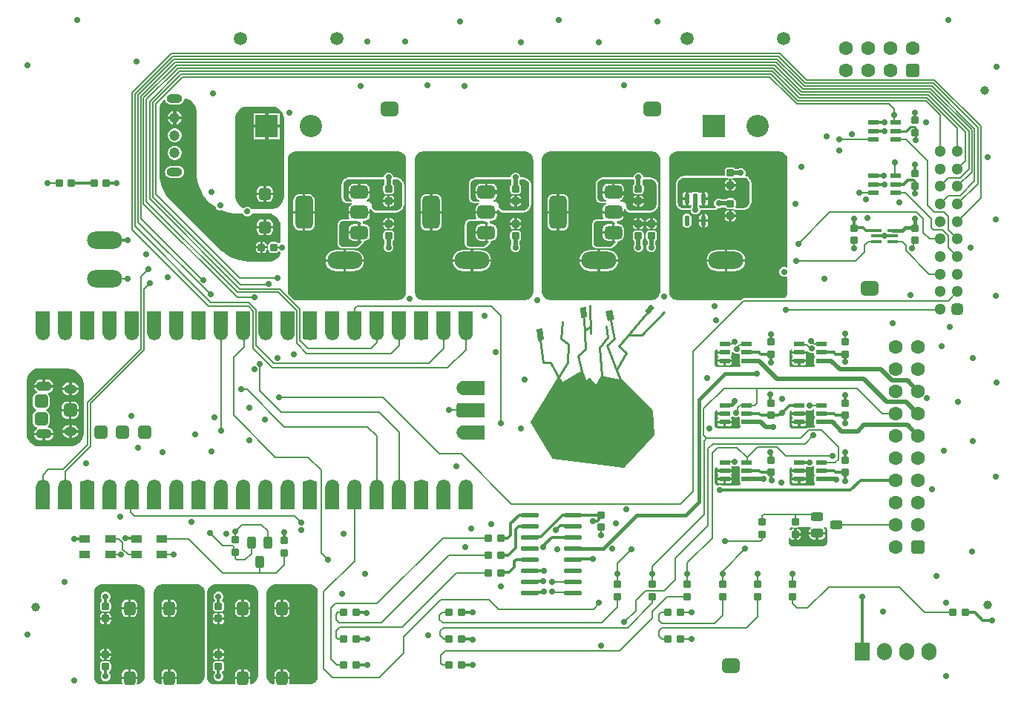
<source format=gtl>
G04*
G04 #@! TF.GenerationSoftware,Altium Limited,Altium Designer,23.3.1 (30)*
G04*
G04 Layer_Physical_Order=1*
G04 Layer_Color=255*
%FSLAX44Y44*%
%MOMM*%
G71*
G04*
G04 #@! TF.SameCoordinates,CE036B66-C370-4B77-A0BB-D4AF881507E5*
G04*
G04*
G04 #@! TF.FilePolarity,Positive*
G04*
G01*
G75*
%ADD10C,0.2000*%
%ADD11C,0.3000*%
%ADD13C,0.2500*%
%ADD17C,0.2911*%
G04:AMPARAMS|DCode=18|XSize=0.85mm|YSize=0.85mm|CornerRadius=0.2125mm|HoleSize=0mm|Usage=FLASHONLY|Rotation=90.000|XOffset=0mm|YOffset=0mm|HoleType=Round|Shape=RoundedRectangle|*
%AMROUNDEDRECTD18*
21,1,0.8500,0.4250,0,0,90.0*
21,1,0.4250,0.8500,0,0,90.0*
1,1,0.4250,0.2125,0.2125*
1,1,0.4250,0.2125,-0.2125*
1,1,0.4250,-0.2125,-0.2125*
1,1,0.4250,-0.2125,0.2125*
%
%ADD18ROUNDEDRECTD18*%
G04:AMPARAMS|DCode=19|XSize=1.4mm|YSize=1.4mm|CornerRadius=0.35mm|HoleSize=0mm|Usage=FLASHONLY|Rotation=0.000|XOffset=0mm|YOffset=0mm|HoleType=Round|Shape=RoundedRectangle|*
%AMROUNDEDRECTD19*
21,1,1.4000,0.7000,0,0,0.0*
21,1,0.7000,1.4000,0,0,0.0*
1,1,0.7000,0.3500,-0.3500*
1,1,0.7000,-0.3500,-0.3500*
1,1,0.7000,-0.3500,0.3500*
1,1,0.7000,0.3500,0.3500*
%
%ADD19ROUNDEDRECTD19*%
%ADD20R,1.2000X0.9000*%
G04:AMPARAMS|DCode=21|XSize=1.19mm|YSize=0.4mm|CornerRadius=0.05mm|HoleSize=0mm|Usage=FLASHONLY|Rotation=0.000|XOffset=0mm|YOffset=0mm|HoleType=Round|Shape=RoundedRectangle|*
%AMROUNDEDRECTD21*
21,1,1.1900,0.3000,0,0,0.0*
21,1,1.0900,0.4000,0,0,0.0*
1,1,0.1000,0.5450,-0.1500*
1,1,0.1000,-0.5450,-0.1500*
1,1,0.1000,-0.5450,0.1500*
1,1,0.1000,0.5450,0.1500*
%
%ADD21ROUNDEDRECTD21*%
G04:AMPARAMS|DCode=22|XSize=1.21mm|YSize=0.59mm|CornerRadius=0.0738mm|HoleSize=0mm|Usage=FLASHONLY|Rotation=0.000|XOffset=0mm|YOffset=0mm|HoleType=Round|Shape=RoundedRectangle|*
%AMROUNDEDRECTD22*
21,1,1.2100,0.4425,0,0,0.0*
21,1,1.0625,0.5900,0,0,0.0*
1,1,0.1475,0.5313,-0.2213*
1,1,0.1475,-0.5313,-0.2213*
1,1,0.1475,-0.5313,0.2213*
1,1,0.1475,0.5313,0.2213*
%
%ADD22ROUNDEDRECTD22*%
G04:AMPARAMS|DCode=23|XSize=0.85mm|YSize=0.85mm|CornerRadius=0.2125mm|HoleSize=0mm|Usage=FLASHONLY|Rotation=0.000|XOffset=0mm|YOffset=0mm|HoleType=Round|Shape=RoundedRectangle|*
%AMROUNDEDRECTD23*
21,1,0.8500,0.4250,0,0,0.0*
21,1,0.4250,0.8500,0,0,0.0*
1,1,0.4250,0.2125,-0.2125*
1,1,0.4250,-0.2125,-0.2125*
1,1,0.4250,-0.2125,0.2125*
1,1,0.4250,0.2125,0.2125*
%
%ADD23ROUNDEDRECTD23*%
G04:AMPARAMS|DCode=24|XSize=1mm|YSize=1.4mm|CornerRadius=0.25mm|HoleSize=0mm|Usage=FLASHONLY|Rotation=270.000|XOffset=0mm|YOffset=0mm|HoleType=Round|Shape=RoundedRectangle|*
%AMROUNDEDRECTD24*
21,1,1.0000,0.9000,0,0,270.0*
21,1,0.5000,1.4000,0,0,270.0*
1,1,0.5000,-0.4500,-0.2500*
1,1,0.5000,-0.4500,0.2500*
1,1,0.5000,0.4500,0.2500*
1,1,0.5000,0.4500,-0.2500*
%
%ADD24ROUNDEDRECTD24*%
%ADD25O,4.0000X2.0000*%
G04:AMPARAMS|DCode=26|XSize=1mm|YSize=1.4mm|CornerRadius=0.25mm|HoleSize=0mm|Usage=FLASHONLY|Rotation=180.000|XOffset=0mm|YOffset=0mm|HoleType=Round|Shape=RoundedRectangle|*
%AMROUNDEDRECTD26*
21,1,1.0000,0.9000,0,0,180.0*
21,1,0.5000,1.4000,0,0,180.0*
1,1,0.5000,-0.2500,0.4500*
1,1,0.5000,0.2500,0.4500*
1,1,0.5000,0.2500,-0.4500*
1,1,0.5000,-0.2500,-0.4500*
%
%ADD26ROUNDEDRECTD26*%
G04:AMPARAMS|DCode=27|XSize=1.14mm|YSize=0.59mm|CornerRadius=0.1475mm|HoleSize=0mm|Usage=FLASHONLY|Rotation=270.000|XOffset=0mm|YOffset=0mm|HoleType=Round|Shape=RoundedRectangle|*
%AMROUNDEDRECTD27*
21,1,1.1400,0.2950,0,0,270.0*
21,1,0.8450,0.5900,0,0,270.0*
1,1,0.2950,-0.1475,-0.4225*
1,1,0.2950,-0.1475,0.4225*
1,1,0.2950,0.1475,0.4225*
1,1,0.2950,0.1475,-0.4225*
%
%ADD27ROUNDEDRECTD27*%
G04:AMPARAMS|DCode=28|XSize=3.8mm|YSize=2mm|CornerRadius=0.5mm|HoleSize=0mm|Usage=FLASHONLY|Rotation=270.000|XOffset=0mm|YOffset=0mm|HoleType=Round|Shape=RoundedRectangle|*
%AMROUNDEDRECTD28*
21,1,3.8000,1.0000,0,0,270.0*
21,1,2.8000,2.0000,0,0,270.0*
1,1,1.0000,-0.5000,-1.4000*
1,1,1.0000,-0.5000,1.4000*
1,1,1.0000,0.5000,1.4000*
1,1,1.0000,0.5000,-1.4000*
%
%ADD28ROUNDEDRECTD28*%
G04:AMPARAMS|DCode=29|XSize=1.5mm|YSize=2mm|CornerRadius=0.375mm|HoleSize=0mm|Usage=FLASHONLY|Rotation=270.000|XOffset=0mm|YOffset=0mm|HoleType=Round|Shape=RoundedRectangle|*
%AMROUNDEDRECTD29*
21,1,1.5000,1.2500,0,0,270.0*
21,1,0.7500,2.0000,0,0,270.0*
1,1,0.7500,-0.6250,-0.3750*
1,1,0.7500,-0.6250,0.3750*
1,1,0.7500,0.6250,0.3750*
1,1,0.7500,0.6250,-0.3750*
%
%ADD29ROUNDEDRECTD29*%
G04:AMPARAMS|DCode=30|XSize=1.55mm|YSize=1.3mm|CornerRadius=0.325mm|HoleSize=0mm|Usage=FLASHONLY|Rotation=90.000|XOffset=0mm|YOffset=0mm|HoleType=Round|Shape=RoundedRectangle|*
%AMROUNDEDRECTD30*
21,1,1.5500,0.6500,0,0,90.0*
21,1,0.9000,1.3000,0,0,90.0*
1,1,0.6500,0.3250,0.4500*
1,1,0.6500,0.3250,-0.4500*
1,1,0.6500,-0.3250,-0.4500*
1,1,0.6500,-0.3250,0.4500*
%
%ADD30ROUNDEDRECTD30*%
G04:AMPARAMS|DCode=31|XSize=1.9812mm|YSize=0.5334mm|CornerRadius=0.1333mm|HoleSize=0mm|Usage=FLASHONLY|Rotation=0.000|XOffset=0mm|YOffset=0mm|HoleType=Round|Shape=RoundedRectangle|*
%AMROUNDEDRECTD31*
21,1,1.9812,0.2667,0,0,0.0*
21,1,1.7145,0.5334,0,0,0.0*
1,1,0.2667,0.8573,-0.1333*
1,1,0.2667,-0.8573,-0.1333*
1,1,0.2667,-0.8573,0.1333*
1,1,0.2667,0.8573,0.1333*
%
%ADD31ROUNDEDRECTD31*%
%ADD63C,1.3000*%
%ADD65C,1.0000*%
G04:AMPARAMS|DCode=66|XSize=1.524mm|YSize=1.905mm|CornerRadius=0.381mm|HoleSize=0mm|Usage=FLASHONLY|Rotation=90.000|XOffset=0mm|YOffset=0mm|HoleType=Round|Shape=RoundedRectangle|*
%AMROUNDEDRECTD66*
21,1,1.5240,1.1430,0,0,90.0*
21,1,0.7620,1.9050,0,0,90.0*
1,1,0.7620,0.5715,0.3810*
1,1,0.7620,0.5715,-0.3810*
1,1,0.7620,-0.5715,-0.3810*
1,1,0.7620,-0.5715,0.3810*
%
%ADD66ROUNDEDRECTD66*%
G04:AMPARAMS|DCode=67|XSize=1.5mm|YSize=1.5mm|CornerRadius=0.3mm|HoleSize=0mm|Usage=FLASHONLY|Rotation=90.000|XOffset=0mm|YOffset=0mm|HoleType=Round|Shape=RoundedRectangle|*
%AMROUNDEDRECTD67*
21,1,1.5000,0.9000,0,0,90.0*
21,1,0.9000,1.5000,0,0,90.0*
1,1,0.6000,0.4500,0.4500*
1,1,0.6000,0.4500,-0.4500*
1,1,0.6000,-0.4500,-0.4500*
1,1,0.6000,-0.4500,0.4500*
%
%ADD67ROUNDEDRECTD67*%
%ADD68O,1.8000X1.1000*%
%ADD69O,1.4500X1.0500*%
%ADD70C,0.1790*%
%ADD71C,0.1793*%
%ADD72C,0.4000*%
%ADD73C,0.5000*%
%ADD74C,0.1300*%
%ADD75O,1.7000X2.0000*%
%ADD76R,1.7000X2.0000*%
%ADD77C,1.6000*%
G04:AMPARAMS|DCode=78|XSize=1.6mm|YSize=1.6mm|CornerRadius=0.4mm|HoleSize=0mm|Usage=FLASHONLY|Rotation=180.000|XOffset=0mm|YOffset=0mm|HoleType=Round|Shape=RoundedRectangle|*
%AMROUNDEDRECTD78*
21,1,1.6000,0.8000,0,0,180.0*
21,1,0.8000,1.6000,0,0,180.0*
1,1,0.8000,-0.4000,0.4000*
1,1,0.8000,0.4000,0.4000*
1,1,0.8000,0.4000,-0.4000*
1,1,0.8000,-0.4000,-0.4000*
%
%ADD78ROUNDEDRECTD78*%
G04:AMPARAMS|DCode=79|XSize=1.7mm|YSize=2mm|CornerRadius=0.425mm|HoleSize=0mm|Usage=FLASHONLY|Rotation=90.000|XOffset=0mm|YOffset=0mm|HoleType=Round|Shape=RoundedRectangle|*
%AMROUNDEDRECTD79*
21,1,1.7000,1.1500,0,0,90.0*
21,1,0.8500,2.0000,0,0,90.0*
1,1,0.8500,0.5750,0.4250*
1,1,0.8500,0.5750,-0.4250*
1,1,0.8500,-0.5750,-0.4250*
1,1,0.8500,-0.5750,0.4250*
%
%ADD79ROUNDEDRECTD79*%
G04:AMPARAMS|DCode=80|XSize=1.3mm|YSize=1.3mm|CornerRadius=0.325mm|HoleSize=0mm|Usage=FLASHONLY|Rotation=90.000|XOffset=0mm|YOffset=0mm|HoleType=Round|Shape=RoundedRectangle|*
%AMROUNDEDRECTD80*
21,1,1.3000,0.6500,0,0,90.0*
21,1,0.6500,1.3000,0,0,90.0*
1,1,0.6500,0.3250,0.3250*
1,1,0.6500,0.3250,-0.3250*
1,1,0.6500,-0.3250,-0.3250*
1,1,0.6500,-0.3250,0.3250*
%
%ADD80ROUNDEDRECTD80*%
G04:AMPARAMS|DCode=81|XSize=1.6mm|YSize=1.6mm|CornerRadius=0.4mm|HoleSize=0mm|Usage=FLASHONLY|Rotation=90.000|XOffset=0mm|YOffset=0mm|HoleType=Round|Shape=RoundedRectangle|*
%AMROUNDEDRECTD81*
21,1,1.6000,0.8000,0,0,90.0*
21,1,0.8000,1.6000,0,0,90.0*
1,1,0.8000,0.4000,0.4000*
1,1,0.8000,0.4000,-0.4000*
1,1,0.8000,-0.4000,-0.4000*
1,1,0.8000,-0.4000,0.4000*
%
%ADD81ROUNDEDRECTD81*%
%ADD82C,1.5080*%
%ADD83C,2.5500*%
%ADD84R,2.5500X2.5500*%
%ADD85O,1.8000X1.0000*%
%ADD86C,1.2000*%
%ADD87O,1.5240X1.9050*%
%ADD88C,0.7000*%
G36*
X187959Y672347D02*
X191053Y671065D01*
X193837Y669205D01*
X196205Y666837D01*
X198065Y664053D01*
X199347Y660959D01*
X200000Y657674D01*
X200000Y656000D01*
X200000Y656000D01*
X200000Y656000D01*
Y587000D01*
X200098Y583992D01*
X200884Y578026D01*
X202441Y572214D01*
X204743Y566655D01*
X207752Y561444D01*
X211415Y556670D01*
X215670Y552415D01*
X220443Y548752D01*
X221916Y547902D01*
X222337Y546884D01*
X223885Y545337D01*
X225906Y544500D01*
X228094D01*
X228376Y544617D01*
X231213Y543441D01*
X237025Y541884D01*
X242991Y541099D01*
X245999Y541000D01*
X252875D01*
X253337Y539884D01*
X254884Y538337D01*
X256906Y537500D01*
X259094D01*
X261115Y538337D01*
X262663Y539884D01*
X263125Y541000D01*
X281576D01*
X284667Y540385D01*
X287579Y539179D01*
X290199Y537428D01*
X292428Y535199D01*
X294179Y532579D01*
X295385Y529667D01*
X296000Y526576D01*
Y507500D01*
X295906D01*
X293885Y506663D01*
X293356Y506715D01*
X293099Y507099D01*
X291735Y508011D01*
X290125Y508331D01*
X285875D01*
X284265Y508011D01*
X282901Y507099D01*
X281989Y505734D01*
X281669Y504125D01*
Y499875D01*
X281989Y498265D01*
X282901Y496901D01*
X284265Y495989D01*
X285875Y495669D01*
X290125D01*
X291735Y495989D01*
X293099Y496901D01*
X293356Y497285D01*
X293885Y497337D01*
X295769Y496557D01*
X295500Y495208D01*
X294520Y492842D01*
X293098Y490713D01*
X291287Y488902D01*
X289158Y487480D01*
X286792Y486500D01*
X284280Y486000D01*
X261692D01*
X259119Y486000D01*
X253999Y486504D01*
X248952Y487508D01*
X244028Y489002D01*
X239274Y490971D01*
X234736Y493396D01*
X230458Y496255D01*
X226480Y499519D01*
X224661Y501339D01*
X224661Y501339D01*
X224661Y501339D01*
X169364Y556636D01*
X168016Y557984D01*
X165598Y560931D01*
X163480Y564100D01*
X161683Y567462D01*
X160224Y570984D01*
X159117Y574632D01*
X158374Y578371D01*
X158000Y582165D01*
X158000Y584071D01*
X158000Y584071D01*
Y661000D01*
X158000Y662182D01*
X158461Y664500D01*
X159366Y666684D01*
X160679Y668650D01*
X162350Y670321D01*
X163015Y670765D01*
X163928Y670351D01*
X164231Y670050D01*
X164886Y668470D01*
X166008Y667008D01*
X167470Y665885D01*
X169173Y665180D01*
X171000Y664940D01*
X179000D01*
X180827Y665180D01*
X182530Y665885D01*
X183992Y667008D01*
X185114Y668470D01*
X185820Y670173D01*
X185987Y671444D01*
X187139Y672510D01*
X187959Y672347D01*
D02*
G37*
G36*
X719000Y611750D02*
X719985Y611750D01*
X721917Y611366D01*
X723737Y610612D01*
X725375Y609518D01*
X726767Y608125D01*
X727862Y606487D01*
X728616Y604667D01*
X728957Y602950D01*
X729000Y601752D01*
Y601750D01*
X729000Y601750D01*
X729000Y601750D01*
X729000Y451750D01*
X729000Y450765D01*
X728618Y448847D01*
X727912Y447142D01*
Y447134D01*
X727862Y447013D01*
X726768Y445375D01*
X725375Y443982D01*
X723737Y442888D01*
X721917Y442134D01*
X719985Y441750D01*
X719000Y441750D01*
X604000D01*
X603015Y441750D01*
X601083Y442134D01*
X599263Y442888D01*
X597625Y443982D01*
X596232Y445375D01*
X595138Y447013D01*
X594384Y448833D01*
X594000Y450765D01*
X594000Y451750D01*
X594000Y451750D01*
X594000Y601750D01*
X594000Y602735D01*
X594384Y604667D01*
X595138Y606487D01*
X596232Y608125D01*
X597625Y609518D01*
X599263Y610612D01*
X601083Y611366D01*
X603015Y611750D01*
X604000Y611750D01*
X604000Y611750D01*
X719000Y611750D01*
D02*
G37*
G36*
X864000Y611750D02*
X864985Y611750D01*
X866917Y611366D01*
X868737Y610612D01*
X870375Y609518D01*
X871767Y608125D01*
X872862Y606487D01*
X873616Y604667D01*
X873957Y602950D01*
X874000Y601752D01*
Y601750D01*
X874000Y601750D01*
X874000Y601750D01*
X874000Y479889D01*
X872730Y479041D01*
X871506Y479548D01*
X869318D01*
X867297Y478710D01*
X865749Y477163D01*
X864912Y475142D01*
Y472954D01*
X865749Y470932D01*
X867297Y469385D01*
X869318Y468548D01*
X871506D01*
X872730Y469055D01*
X874000Y468206D01*
Y451750D01*
X874000Y450765D01*
X873616Y448833D01*
X872862Y447013D01*
X871768Y445375D01*
X870375Y443982D01*
X870331Y443953D01*
X824250D01*
X823120Y443728D01*
X822162Y443088D01*
X820824Y441750D01*
X749000D01*
X748015Y441750D01*
X746083Y442134D01*
X744263Y442888D01*
X742625Y443982D01*
X741233Y445375D01*
X740138Y447013D01*
X739384Y448833D01*
X739000Y450765D01*
X739000Y451750D01*
X739000Y451750D01*
X739000Y601750D01*
X739000Y602735D01*
X739384Y604667D01*
X740138Y606487D01*
X741233Y608125D01*
X742625Y609518D01*
X744263Y610612D01*
X746083Y611366D01*
X748015Y611750D01*
X749000Y611750D01*
X749000Y611750D01*
X864000Y611750D01*
D02*
G37*
G36*
X574000D02*
X574985Y611750D01*
X576917Y611366D01*
X578737Y610612D01*
X580375Y609518D01*
X581768Y608125D01*
X582862Y606487D01*
X583616Y604667D01*
X583957Y602950D01*
X584000Y601752D01*
Y601750D01*
X584000Y601750D01*
X584000Y601750D01*
X584000Y451750D01*
X584000Y450765D01*
X583616Y448833D01*
X582862Y447013D01*
X581768Y445375D01*
X580375Y443982D01*
X578737Y442888D01*
X576917Y442134D01*
X574985Y441750D01*
X574000Y441750D01*
X459000D01*
X458015Y441750D01*
X456083Y442134D01*
X454263Y442888D01*
X452625Y443982D01*
X451232Y445375D01*
X450138Y447013D01*
X449384Y448833D01*
X449000Y450765D01*
X449000Y451750D01*
X449000Y451750D01*
X449000Y601750D01*
X449000Y602735D01*
X449384Y604667D01*
X450138Y606487D01*
X451232Y608125D01*
X452625Y609518D01*
X454263Y610612D01*
X456083Y611366D01*
X458015Y611750D01*
X459000Y611750D01*
X459000Y611750D01*
X574000Y611750D01*
D02*
G37*
G36*
X429000D02*
X429985Y611750D01*
X431917Y611366D01*
X433737Y610612D01*
X435375Y609518D01*
X436768Y608125D01*
X437862Y606487D01*
X438616Y604667D01*
X438957Y602950D01*
X439000Y601752D01*
Y601750D01*
X439000Y601750D01*
X439000Y601750D01*
X439000Y451750D01*
X439000Y450765D01*
X438616Y448833D01*
X437862Y447013D01*
X436768Y445375D01*
X435375Y443982D01*
X433737Y442888D01*
X431917Y442134D01*
X429985Y441750D01*
X429000Y441750D01*
X314000D01*
X313015Y441750D01*
X311574Y442037D01*
X304287Y449324D01*
X304000Y450765D01*
X304000Y451750D01*
X304000Y451750D01*
X304000Y601750D01*
X304000Y602735D01*
X304384Y604667D01*
X305138Y606487D01*
X306232Y608125D01*
X307625Y609518D01*
X309263Y610612D01*
X311083Y611366D01*
X313015Y611750D01*
X314000Y611750D01*
X314000Y611750D01*
X429000Y611750D01*
D02*
G37*
G36*
X285000Y663000D02*
X286477Y663000D01*
X289375Y662423D01*
X292105Y661293D01*
X294562Y659651D01*
X296651Y657562D01*
X298293Y655105D01*
X299424Y652375D01*
X300000Y649477D01*
X300000Y648000D01*
X300000Y648000D01*
X300000Y648000D01*
X300000Y561000D01*
X300000Y559523D01*
X299424Y556624D01*
X298293Y553895D01*
X296651Y551438D01*
X294562Y549348D01*
X292105Y547707D01*
X289375Y546576D01*
X286477Y546000D01*
X285000Y546000D01*
X285000Y546000D01*
X285000Y546000D01*
Y546000D01*
X265347Y546000D01*
X262710D01*
X262663Y546115D01*
X261115Y547663D01*
X259094Y548500D01*
X256906D01*
X254884Y547663D01*
X254040Y546819D01*
X251895Y547707D01*
X249438Y549349D01*
X247349Y551438D01*
X245707Y553895D01*
X244576Y556625D01*
X244000Y559523D01*
X244000Y561000D01*
Y649000D01*
Y650379D01*
X244538Y653084D01*
X245593Y655631D01*
X247125Y657924D01*
X249076Y659874D01*
X251369Y661407D01*
X253916Y662462D01*
X256621Y663000D01*
X258000D01*
X285000Y663000D01*
D02*
G37*
G36*
X722840Y433218D02*
X716266Y425522D01*
X711801Y429336D01*
X718375Y437032D01*
X722840Y433218D01*
D02*
G37*
G36*
X645137Y421850D02*
X638693Y421394D01*
X637860Y433162D01*
X644304Y433619D01*
X645137Y421850D01*
D02*
G37*
G36*
X676570Y419910D02*
X669037Y418194D01*
X666607Y428858D01*
X674139Y430574D01*
X676570Y419910D01*
D02*
G37*
G36*
X515000Y405000D02*
X514989Y404581D01*
X514956Y404164D01*
X514902Y403749D01*
X514825Y403337D01*
X514727Y402929D01*
X514608Y402528D01*
X514469Y402133D01*
X514308Y401746D01*
X514128Y401368D01*
X513928Y401000D01*
X513709Y400643D01*
X513472Y400298D01*
X513217Y399965D01*
X512945Y399647D01*
X512657Y399343D01*
X512353Y399055D01*
X512035Y398783D01*
X511702Y398528D01*
X511357Y398291D01*
X511000Y398072D01*
X510632Y397872D01*
X510254Y397692D01*
X509867Y397531D01*
X509472Y397392D01*
X509071Y397273D01*
X508663Y397175D01*
X508251Y397099D01*
X507836Y397044D01*
X507419Y397011D01*
X507000Y397000D01*
X506581Y397011D01*
X506164Y397044D01*
X505748Y397099D01*
X505337Y397175D01*
X504929Y397273D01*
X504528Y397392D01*
X504133Y397531D01*
X503746Y397692D01*
X503368Y397872D01*
X503000Y398072D01*
X502643Y398291D01*
X502298Y398528D01*
X501965Y398783D01*
X501647Y399055D01*
X501343Y399343D01*
X501055Y399647D01*
X500783Y399965D01*
X500528Y400298D01*
X500291Y400643D01*
X500072Y401000D01*
X499872Y401368D01*
X499692Y401746D01*
X499531Y402133D01*
X499392Y402528D01*
X499273Y402929D01*
X499175Y403337D01*
X499099Y403749D01*
X499044Y404164D01*
X499011Y404581D01*
X499000Y405000D01*
Y429000D01*
X515000D01*
Y405000D01*
D02*
G37*
G36*
X489600D02*
X489589Y404581D01*
X489556Y404164D01*
X489501Y403749D01*
X489425Y403337D01*
X489327Y402929D01*
X489208Y402528D01*
X489069Y402133D01*
X488908Y401746D01*
X488728Y401368D01*
X488528Y401000D01*
X488309Y400643D01*
X488072Y400298D01*
X487817Y399965D01*
X487545Y399647D01*
X487257Y399343D01*
X486953Y399055D01*
X486635Y398783D01*
X486302Y398528D01*
X485957Y398291D01*
X485600Y398072D01*
X485232Y397872D01*
X484854Y397692D01*
X484467Y397531D01*
X484072Y397392D01*
X483671Y397273D01*
X483263Y397175D01*
X482851Y397099D01*
X482436Y397044D01*
X482019Y397011D01*
X481600Y397000D01*
X481181Y397011D01*
X480764Y397044D01*
X480349Y397099D01*
X479937Y397175D01*
X479529Y397273D01*
X479128Y397392D01*
X478733Y397531D01*
X478346Y397692D01*
X477968Y397872D01*
X477600Y398072D01*
X477243Y398291D01*
X476898Y398528D01*
X476565Y398783D01*
X476247Y399055D01*
X475943Y399343D01*
X475655Y399647D01*
X475383Y399965D01*
X475128Y400298D01*
X474891Y400643D01*
X474672Y401000D01*
X474472Y401368D01*
X474292Y401746D01*
X474131Y402133D01*
X473992Y402528D01*
X473873Y402929D01*
X473775Y403337D01*
X473699Y403749D01*
X473644Y404164D01*
X473611Y404581D01*
X473600Y405000D01*
Y429000D01*
X489600D01*
Y405000D01*
D02*
G37*
G36*
X464200Y399000D02*
X464197Y398895D01*
X464189Y398791D01*
X464175Y398687D01*
X464156Y398584D01*
X464132Y398482D01*
X464102Y398382D01*
X464067Y398283D01*
X464027Y398186D01*
X463982Y398092D01*
X463932Y398000D01*
X463877Y397911D01*
X463818Y397824D01*
X463754Y397741D01*
X463686Y397662D01*
X463614Y397586D01*
X463538Y397514D01*
X463459Y397446D01*
X463376Y397382D01*
X463289Y397323D01*
X463200Y397268D01*
X463108Y397218D01*
X463013Y397173D01*
X462917Y397133D01*
X462818Y397098D01*
X462718Y397068D01*
X462616Y397044D01*
X462513Y397025D01*
X462409Y397011D01*
X462305Y397003D01*
X462200Y397000D01*
X450200D01*
X450095Y397003D01*
X449991Y397011D01*
X449887Y397025D01*
X449784Y397044D01*
X449682Y397068D01*
X449582Y397098D01*
X449483Y397133D01*
X449386Y397173D01*
X449292Y397218D01*
X449200Y397268D01*
X449111Y397323D01*
X449024Y397382D01*
X448941Y397446D01*
X448862Y397514D01*
X448786Y397586D01*
X448714Y397662D01*
X448646Y397741D01*
X448582Y397824D01*
X448523Y397911D01*
X448468Y398000D01*
X448418Y398092D01*
X448373Y398186D01*
X448333Y398283D01*
X448298Y398382D01*
X448268Y398482D01*
X448244Y398584D01*
X448225Y398687D01*
X448211Y398791D01*
X448203Y398895D01*
X448200Y399000D01*
Y429000D01*
X464200D01*
Y399000D01*
D02*
G37*
G36*
X438800Y405000D02*
X438789Y404581D01*
X438756Y404164D01*
X438702Y403749D01*
X438625Y403337D01*
X438527Y402929D01*
X438408Y402528D01*
X438269Y402133D01*
X438108Y401746D01*
X437928Y401368D01*
X437728Y401000D01*
X437509Y400643D01*
X437272Y400298D01*
X437017Y399965D01*
X436745Y399647D01*
X436457Y399343D01*
X436153Y399055D01*
X435835Y398783D01*
X435502Y398528D01*
X435157Y398291D01*
X434800Y398072D01*
X434432Y397872D01*
X434054Y397692D01*
X433667Y397531D01*
X433272Y397392D01*
X432871Y397273D01*
X432463Y397175D01*
X432052Y397099D01*
X431636Y397044D01*
X431219Y397011D01*
X430800Y397000D01*
X430381Y397011D01*
X429964Y397044D01*
X429548Y397099D01*
X429137Y397175D01*
X428729Y397273D01*
X428328Y397392D01*
X427933Y397531D01*
X427546Y397692D01*
X427168Y397872D01*
X426800Y398072D01*
X426443Y398291D01*
X426098Y398528D01*
X425765Y398783D01*
X425447Y399055D01*
X425143Y399343D01*
X424855Y399647D01*
X424583Y399965D01*
X424328Y400298D01*
X424091Y400643D01*
X423872Y401000D01*
X423672Y401368D01*
X423492Y401746D01*
X423331Y402133D01*
X423192Y402528D01*
X423073Y402929D01*
X422975Y403337D01*
X422898Y403749D01*
X422844Y404164D01*
X422811Y404581D01*
X422800Y405000D01*
Y429000D01*
X438800D01*
Y405000D01*
D02*
G37*
G36*
X413400D02*
X413389Y404581D01*
X413356Y404164D01*
X413302Y403749D01*
X413225Y403337D01*
X413127Y402929D01*
X413008Y402528D01*
X412869Y402133D01*
X412708Y401746D01*
X412528Y401368D01*
X412328Y401000D01*
X412109Y400643D01*
X411872Y400298D01*
X411617Y399965D01*
X411345Y399647D01*
X411057Y399343D01*
X410753Y399055D01*
X410435Y398783D01*
X410102Y398528D01*
X409757Y398291D01*
X409400Y398072D01*
X409032Y397872D01*
X408654Y397692D01*
X408267Y397531D01*
X407872Y397392D01*
X407471Y397273D01*
X407063Y397175D01*
X406651Y397099D01*
X406236Y397044D01*
X405819Y397011D01*
X405400Y397000D01*
X404981Y397011D01*
X404564Y397044D01*
X404148Y397099D01*
X403737Y397175D01*
X403329Y397273D01*
X402928Y397392D01*
X402533Y397531D01*
X402146Y397692D01*
X401768Y397872D01*
X401400Y398072D01*
X401043Y398291D01*
X400698Y398528D01*
X400365Y398783D01*
X400047Y399055D01*
X399743Y399343D01*
X399455Y399647D01*
X399183Y399965D01*
X398928Y400298D01*
X398691Y400643D01*
X398472Y401000D01*
X398272Y401368D01*
X398092Y401746D01*
X397931Y402133D01*
X397792Y402528D01*
X397673Y402929D01*
X397575Y403337D01*
X397499Y403749D01*
X397444Y404164D01*
X397411Y404581D01*
X397400Y405000D01*
Y429000D01*
X413400D01*
Y405000D01*
D02*
G37*
G36*
X388000D02*
X387989Y404581D01*
X387956Y404164D01*
X387901Y403749D01*
X387825Y403337D01*
X387727Y402929D01*
X387608Y402528D01*
X387469Y402133D01*
X387308Y401746D01*
X387128Y401368D01*
X386928Y401000D01*
X386709Y400643D01*
X386472Y400298D01*
X386217Y399965D01*
X385945Y399647D01*
X385657Y399343D01*
X385353Y399055D01*
X385035Y398783D01*
X384702Y398528D01*
X384357Y398291D01*
X384000Y398072D01*
X383632Y397872D01*
X383254Y397692D01*
X382867Y397531D01*
X382472Y397392D01*
X382071Y397273D01*
X381663Y397175D01*
X381251Y397099D01*
X380836Y397044D01*
X380419Y397011D01*
X380000Y397000D01*
X379581Y397011D01*
X379164Y397044D01*
X378749Y397099D01*
X378337Y397175D01*
X377929Y397273D01*
X377528Y397392D01*
X377133Y397531D01*
X376746Y397692D01*
X376368Y397872D01*
X376000Y398072D01*
X375643Y398291D01*
X375298Y398528D01*
X374965Y398783D01*
X374647Y399055D01*
X374343Y399343D01*
X374055Y399647D01*
X373783Y399965D01*
X373528Y400298D01*
X373291Y400643D01*
X373072Y401000D01*
X372872Y401368D01*
X372692Y401746D01*
X372531Y402133D01*
X372392Y402528D01*
X372273Y402929D01*
X372175Y403337D01*
X372099Y403749D01*
X372044Y404164D01*
X372011Y404581D01*
X372000Y405000D01*
Y429000D01*
X388000D01*
Y405000D01*
D02*
G37*
G36*
X362600D02*
X362589Y404581D01*
X362556Y404164D01*
X362501Y403749D01*
X362425Y403337D01*
X362327Y402929D01*
X362208Y402528D01*
X362069Y402133D01*
X361908Y401746D01*
X361728Y401368D01*
X361528Y401000D01*
X361309Y400643D01*
X361072Y400298D01*
X360817Y399965D01*
X360545Y399647D01*
X360257Y399343D01*
X359953Y399055D01*
X359635Y398783D01*
X359302Y398528D01*
X358957Y398291D01*
X358600Y398072D01*
X358232Y397872D01*
X357854Y397692D01*
X357467Y397531D01*
X357072Y397392D01*
X356671Y397273D01*
X356263Y397175D01*
X355852Y397099D01*
X355436Y397044D01*
X355019Y397011D01*
X354600Y397000D01*
X354181Y397011D01*
X353764Y397044D01*
X353349Y397099D01*
X352937Y397175D01*
X352529Y397273D01*
X352128Y397392D01*
X351733Y397531D01*
X351346Y397692D01*
X350968Y397872D01*
X350600Y398072D01*
X350243Y398291D01*
X349898Y398528D01*
X349565Y398783D01*
X349247Y399055D01*
X348943Y399343D01*
X348655Y399647D01*
X348383Y399965D01*
X348128Y400298D01*
X347891Y400643D01*
X347672Y401000D01*
X347472Y401368D01*
X347292Y401746D01*
X347131Y402133D01*
X346992Y402528D01*
X346873Y402929D01*
X346775Y403337D01*
X346698Y403749D01*
X346644Y404164D01*
X346611Y404581D01*
X346600Y405000D01*
Y429000D01*
X362600D01*
Y405000D01*
D02*
G37*
G36*
X337200Y399000D02*
X337197Y398895D01*
X337189Y398791D01*
X337175Y398687D01*
X337156Y398584D01*
X337132Y398482D01*
X337102Y398382D01*
X337067Y398283D01*
X337027Y398186D01*
X336982Y398092D01*
X336932Y398000D01*
X336877Y397911D01*
X336818Y397824D01*
X336754Y397741D01*
X336686Y397662D01*
X336614Y397586D01*
X336538Y397514D01*
X336459Y397446D01*
X336376Y397382D01*
X336289Y397323D01*
X336200Y397268D01*
X336108Y397218D01*
X336013Y397173D01*
X335917Y397133D01*
X335818Y397098D01*
X335718Y397068D01*
X335616Y397044D01*
X335513Y397025D01*
X335409Y397011D01*
X335305Y397003D01*
X335200Y397000D01*
X323200D01*
X323095Y397003D01*
X322991Y397011D01*
X322887Y397025D01*
X322784Y397044D01*
X322682Y397068D01*
X322582Y397098D01*
X322483Y397133D01*
X322387Y397173D01*
X322292Y397218D01*
X322200Y397268D01*
X322111Y397323D01*
X322024Y397382D01*
X321941Y397446D01*
X321862Y397514D01*
X321786Y397586D01*
X321714Y397662D01*
X321646Y397741D01*
X321582Y397824D01*
X321523Y397911D01*
X321468Y398000D01*
X321418Y398092D01*
X321373Y398186D01*
X321333Y398283D01*
X321298Y398382D01*
X321268Y398482D01*
X321244Y398584D01*
X321225Y398687D01*
X321211Y398791D01*
X321203Y398895D01*
X321200Y399000D01*
Y429000D01*
X337200D01*
Y399000D01*
D02*
G37*
G36*
X311800Y405000D02*
X311789Y404581D01*
X311756Y404164D01*
X311702Y403749D01*
X311625Y403337D01*
X311527Y402929D01*
X311408Y402528D01*
X311269Y402133D01*
X311108Y401746D01*
X310928Y401368D01*
X310728Y401000D01*
X310509Y400643D01*
X310272Y400298D01*
X310017Y399965D01*
X309745Y399647D01*
X309457Y399343D01*
X309153Y399055D01*
X308835Y398783D01*
X308502Y398528D01*
X308157Y398291D01*
X307800Y398072D01*
X307432Y397872D01*
X307054Y397692D01*
X306667Y397531D01*
X306272Y397392D01*
X305871Y397273D01*
X305463Y397175D01*
X305051Y397099D01*
X304636Y397044D01*
X304219Y397011D01*
X303800Y397000D01*
X303381Y397011D01*
X302964Y397044D01*
X302549Y397099D01*
X302137Y397175D01*
X301729Y397273D01*
X301328Y397392D01*
X300933Y397531D01*
X300546Y397692D01*
X300168Y397872D01*
X299800Y398072D01*
X299443Y398291D01*
X299098Y398528D01*
X298765Y398783D01*
X298447Y399055D01*
X298143Y399343D01*
X297855Y399647D01*
X297583Y399965D01*
X297328Y400298D01*
X297091Y400643D01*
X296872Y401000D01*
X296672Y401368D01*
X296492Y401746D01*
X296331Y402133D01*
X296192Y402528D01*
X296073Y402929D01*
X295975Y403337D01*
X295898Y403749D01*
X295844Y404164D01*
X295811Y404581D01*
X295800Y405000D01*
Y429000D01*
X311800D01*
Y405000D01*
D02*
G37*
G36*
X286400D02*
X286389Y404581D01*
X286356Y404164D01*
X286301Y403749D01*
X286225Y403337D01*
X286127Y402929D01*
X286008Y402528D01*
X285869Y402133D01*
X285708Y401746D01*
X285528Y401368D01*
X285328Y401000D01*
X285109Y400643D01*
X284872Y400298D01*
X284617Y399965D01*
X284345Y399647D01*
X284057Y399343D01*
X283753Y399055D01*
X283435Y398783D01*
X283102Y398528D01*
X282757Y398291D01*
X282400Y398072D01*
X282032Y397872D01*
X281654Y397692D01*
X281267Y397531D01*
X280872Y397392D01*
X280471Y397273D01*
X280063Y397175D01*
X279652Y397099D01*
X279236Y397044D01*
X278819Y397011D01*
X278400Y397000D01*
X277981Y397011D01*
X277564Y397044D01*
X277148Y397099D01*
X276737Y397175D01*
X276329Y397273D01*
X275928Y397392D01*
X275533Y397531D01*
X275146Y397692D01*
X274768Y397872D01*
X274400Y398072D01*
X274043Y398291D01*
X273698Y398528D01*
X273365Y398783D01*
X273047Y399055D01*
X272743Y399343D01*
X272455Y399647D01*
X272183Y399965D01*
X271928Y400298D01*
X271691Y400643D01*
X271472Y401000D01*
X271272Y401368D01*
X271092Y401746D01*
X270931Y402133D01*
X270792Y402528D01*
X270673Y402929D01*
X270575Y403337D01*
X270499Y403749D01*
X270444Y404164D01*
X270411Y404581D01*
X270400Y405000D01*
Y429000D01*
X286400D01*
Y405000D01*
D02*
G37*
G36*
X261000D02*
X260989Y404581D01*
X260956Y404164D01*
X260902Y403749D01*
X260825Y403337D01*
X260727Y402929D01*
X260608Y402528D01*
X260469Y402133D01*
X260308Y401746D01*
X260128Y401368D01*
X259928Y401000D01*
X259709Y400643D01*
X259472Y400298D01*
X259217Y399965D01*
X258945Y399647D01*
X258657Y399343D01*
X258353Y399055D01*
X258035Y398783D01*
X257702Y398528D01*
X257357Y398291D01*
X257000Y398072D01*
X256632Y397872D01*
X256254Y397692D01*
X255867Y397531D01*
X255472Y397392D01*
X255071Y397273D01*
X254663Y397175D01*
X254251Y397099D01*
X253836Y397044D01*
X253419Y397011D01*
X253000Y397000D01*
X252581Y397011D01*
X252164Y397044D01*
X251749Y397099D01*
X251337Y397175D01*
X250929Y397273D01*
X250528Y397392D01*
X250133Y397531D01*
X249746Y397692D01*
X249368Y397872D01*
X249000Y398072D01*
X248643Y398291D01*
X248298Y398528D01*
X247965Y398783D01*
X247647Y399055D01*
X247343Y399343D01*
X247055Y399647D01*
X246783Y399965D01*
X246528Y400298D01*
X246291Y400643D01*
X246072Y401000D01*
X245872Y401368D01*
X245692Y401746D01*
X245531Y402133D01*
X245392Y402528D01*
X245273Y402929D01*
X245175Y403337D01*
X245098Y403749D01*
X245044Y404164D01*
X245011Y404581D01*
X245000Y405000D01*
Y429000D01*
X261000D01*
Y405000D01*
D02*
G37*
G36*
X235600D02*
X235589Y404581D01*
X235556Y404164D01*
X235501Y403749D01*
X235425Y403337D01*
X235327Y402929D01*
X235208Y402528D01*
X235069Y402133D01*
X234908Y401746D01*
X234728Y401368D01*
X234528Y401000D01*
X234309Y400643D01*
X234072Y400298D01*
X233817Y399965D01*
X233545Y399647D01*
X233257Y399343D01*
X232953Y399055D01*
X232635Y398783D01*
X232302Y398528D01*
X231957Y398291D01*
X231600Y398072D01*
X231232Y397872D01*
X230854Y397692D01*
X230467Y397531D01*
X230072Y397392D01*
X229671Y397273D01*
X229263Y397175D01*
X228852Y397099D01*
X228436Y397044D01*
X228019Y397011D01*
X227600Y397000D01*
X227181Y397011D01*
X226764Y397044D01*
X226348Y397099D01*
X225937Y397175D01*
X225529Y397273D01*
X225128Y397392D01*
X224733Y397531D01*
X224346Y397692D01*
X223968Y397872D01*
X223600Y398072D01*
X223243Y398291D01*
X222898Y398528D01*
X222565Y398783D01*
X222247Y399055D01*
X221943Y399343D01*
X221655Y399647D01*
X221383Y399965D01*
X221128Y400298D01*
X220891Y400643D01*
X220672Y401000D01*
X220472Y401368D01*
X220292Y401746D01*
X220131Y402133D01*
X219992Y402528D01*
X219873Y402929D01*
X219775Y403337D01*
X219699Y403749D01*
X219644Y404164D01*
X219611Y404581D01*
X219600Y405000D01*
Y429000D01*
X235600D01*
Y405000D01*
D02*
G37*
G36*
X210200Y399000D02*
X210197Y398895D01*
X210189Y398791D01*
X210175Y398687D01*
X210156Y398584D01*
X210132Y398482D01*
X210102Y398382D01*
X210067Y398283D01*
X210027Y398186D01*
X209982Y398092D01*
X209932Y398000D01*
X209877Y397911D01*
X209818Y397824D01*
X209754Y397741D01*
X209686Y397662D01*
X209614Y397586D01*
X209538Y397514D01*
X209459Y397446D01*
X209376Y397382D01*
X209289Y397323D01*
X209200Y397268D01*
X209108Y397218D01*
X209014Y397173D01*
X208917Y397133D01*
X208818Y397098D01*
X208718Y397068D01*
X208616Y397044D01*
X208513Y397025D01*
X208409Y397011D01*
X208305Y397003D01*
X208200Y397000D01*
X196200D01*
X196095Y397003D01*
X195991Y397011D01*
X195887Y397025D01*
X195784Y397044D01*
X195682Y397068D01*
X195582Y397098D01*
X195483Y397133D01*
X195387Y397173D01*
X195292Y397218D01*
X195200Y397268D01*
X195111Y397323D01*
X195024Y397382D01*
X194941Y397446D01*
X194862Y397514D01*
X194786Y397586D01*
X194714Y397662D01*
X194646Y397741D01*
X194582Y397824D01*
X194523Y397911D01*
X194468Y398000D01*
X194418Y398092D01*
X194373Y398186D01*
X194333Y398283D01*
X194298Y398382D01*
X194268Y398482D01*
X194244Y398584D01*
X194225Y398687D01*
X194211Y398791D01*
X194203Y398895D01*
X194200Y399000D01*
Y429000D01*
X210200D01*
Y399000D01*
D02*
G37*
G36*
X184800Y405000D02*
X184789Y404581D01*
X184756Y404164D01*
X184701Y403749D01*
X184625Y403337D01*
X184527Y402929D01*
X184408Y402528D01*
X184269Y402133D01*
X184108Y401746D01*
X183928Y401368D01*
X183728Y401000D01*
X183509Y400643D01*
X183272Y400298D01*
X183017Y399965D01*
X182745Y399647D01*
X182457Y399343D01*
X182153Y399055D01*
X181835Y398783D01*
X181502Y398528D01*
X181157Y398291D01*
X180800Y398072D01*
X180432Y397872D01*
X180054Y397692D01*
X179667Y397531D01*
X179272Y397392D01*
X178871Y397273D01*
X178463Y397175D01*
X178051Y397099D01*
X177636Y397044D01*
X177219Y397011D01*
X176800Y397000D01*
X176381Y397011D01*
X175964Y397044D01*
X175548Y397099D01*
X175137Y397175D01*
X174729Y397273D01*
X174328Y397392D01*
X173933Y397531D01*
X173546Y397692D01*
X173168Y397872D01*
X172800Y398072D01*
X172443Y398291D01*
X172098Y398528D01*
X171765Y398783D01*
X171447Y399055D01*
X171143Y399343D01*
X170855Y399647D01*
X170583Y399965D01*
X170328Y400298D01*
X170091Y400643D01*
X169872Y401000D01*
X169672Y401368D01*
X169492Y401746D01*
X169331Y402133D01*
X169192Y402528D01*
X169073Y402929D01*
X168975Y403337D01*
X168899Y403749D01*
X168844Y404164D01*
X168811Y404581D01*
X168800Y405000D01*
Y429000D01*
X184800D01*
Y405000D01*
D02*
G37*
G36*
X159400D02*
X159389Y404581D01*
X159356Y404164D01*
X159302Y403749D01*
X159225Y403337D01*
X159127Y402929D01*
X159008Y402528D01*
X158869Y402133D01*
X158708Y401746D01*
X158528Y401368D01*
X158328Y401000D01*
X158109Y400643D01*
X157872Y400298D01*
X157617Y399965D01*
X157345Y399647D01*
X157057Y399343D01*
X156753Y399055D01*
X156435Y398783D01*
X156102Y398528D01*
X155757Y398291D01*
X155400Y398072D01*
X155032Y397872D01*
X154654Y397692D01*
X154267Y397531D01*
X153872Y397392D01*
X153471Y397273D01*
X153063Y397175D01*
X152652Y397099D01*
X152236Y397044D01*
X151819Y397011D01*
X151400Y397000D01*
X150981Y397011D01*
X150564Y397044D01*
X150148Y397099D01*
X149737Y397175D01*
X149329Y397273D01*
X148928Y397392D01*
X148533Y397531D01*
X148146Y397692D01*
X147768Y397872D01*
X147400Y398072D01*
X147043Y398291D01*
X146698Y398528D01*
X146365Y398783D01*
X146047Y399055D01*
X145743Y399343D01*
X145455Y399647D01*
X145183Y399965D01*
X144928Y400298D01*
X144691Y400643D01*
X144472Y401000D01*
X144272Y401368D01*
X144092Y401746D01*
X143931Y402133D01*
X143792Y402528D01*
X143673Y402929D01*
X143575Y403337D01*
X143498Y403749D01*
X143444Y404164D01*
X143411Y404581D01*
X143400Y405000D01*
Y429000D01*
X159400D01*
Y405000D01*
D02*
G37*
G36*
X134000D02*
X133989Y404581D01*
X133956Y404164D01*
X133902Y403749D01*
X133825Y403337D01*
X133727Y402929D01*
X133608Y402528D01*
X133469Y402133D01*
X133308Y401746D01*
X133128Y401368D01*
X132928Y401000D01*
X132709Y400643D01*
X132472Y400298D01*
X132217Y399965D01*
X131945Y399647D01*
X131657Y399343D01*
X131353Y399055D01*
X131035Y398783D01*
X130702Y398528D01*
X130357Y398291D01*
X130000Y398072D01*
X129632Y397872D01*
X129254Y397692D01*
X128867Y397531D01*
X128472Y397392D01*
X128071Y397273D01*
X127663Y397175D01*
X127252Y397099D01*
X126836Y397044D01*
X126419Y397011D01*
X126000Y397000D01*
X125581Y397011D01*
X125164Y397044D01*
X124748Y397099D01*
X124337Y397175D01*
X123929Y397273D01*
X123528Y397392D01*
X123133Y397531D01*
X122746Y397692D01*
X122368Y397872D01*
X122000Y398072D01*
X121643Y398291D01*
X121298Y398528D01*
X120965Y398783D01*
X120647Y399055D01*
X120343Y399343D01*
X120055Y399647D01*
X119783Y399965D01*
X119528Y400298D01*
X119291Y400643D01*
X119072Y401000D01*
X118872Y401368D01*
X118692Y401746D01*
X118531Y402133D01*
X118392Y402528D01*
X118273Y402929D01*
X118175Y403337D01*
X118098Y403749D01*
X118044Y404164D01*
X118011Y404581D01*
X118000Y405000D01*
Y429000D01*
X134000D01*
Y405000D01*
D02*
G37*
G36*
X108600D02*
X108589Y404581D01*
X108556Y404164D01*
X108502Y403749D01*
X108425Y403337D01*
X108327Y402929D01*
X108208Y402528D01*
X108069Y402133D01*
X107908Y401746D01*
X107728Y401368D01*
X107528Y401000D01*
X107309Y400643D01*
X107072Y400298D01*
X106817Y399965D01*
X106545Y399647D01*
X106257Y399343D01*
X105953Y399055D01*
X105635Y398783D01*
X105302Y398528D01*
X104957Y398291D01*
X104600Y398072D01*
X104232Y397872D01*
X103854Y397692D01*
X103467Y397531D01*
X103072Y397392D01*
X102671Y397273D01*
X102263Y397175D01*
X101852Y397099D01*
X101436Y397044D01*
X101019Y397011D01*
X100600Y397000D01*
X100181Y397011D01*
X99764Y397044D01*
X99348Y397099D01*
X98937Y397175D01*
X98529Y397273D01*
X98128Y397392D01*
X97733Y397531D01*
X97346Y397692D01*
X96968Y397872D01*
X96600Y398072D01*
X96243Y398291D01*
X95898Y398528D01*
X95565Y398783D01*
X95247Y399055D01*
X94943Y399343D01*
X94655Y399647D01*
X94383Y399965D01*
X94128Y400298D01*
X93891Y400643D01*
X93672Y401000D01*
X93472Y401368D01*
X93292Y401746D01*
X93131Y402133D01*
X92992Y402528D01*
X92873Y402929D01*
X92775Y403337D01*
X92698Y403749D01*
X92644Y404164D01*
X92611Y404581D01*
X92600Y405000D01*
Y429000D01*
X108600D01*
Y405000D01*
D02*
G37*
G36*
X83200Y399000D02*
X83197Y398895D01*
X83189Y398791D01*
X83175Y398687D01*
X83156Y398584D01*
X83132Y398482D01*
X83102Y398382D01*
X83067Y398283D01*
X83027Y398186D01*
X82982Y398092D01*
X82932Y398000D01*
X82877Y397911D01*
X82818Y397824D01*
X82754Y397741D01*
X82686Y397662D01*
X82614Y397586D01*
X82538Y397514D01*
X82459Y397446D01*
X82376Y397382D01*
X82289Y397323D01*
X82200Y397268D01*
X82108Y397218D01*
X82014Y397173D01*
X81917Y397133D01*
X81818Y397098D01*
X81718Y397068D01*
X81616Y397044D01*
X81513Y397025D01*
X81409Y397011D01*
X81305Y397003D01*
X81200Y397000D01*
X69200D01*
X69095Y397003D01*
X68991Y397011D01*
X68887Y397025D01*
X68784Y397044D01*
X68682Y397068D01*
X68582Y397098D01*
X68483Y397133D01*
X68387Y397173D01*
X68292Y397218D01*
X68200Y397268D01*
X68111Y397323D01*
X68024Y397382D01*
X67941Y397446D01*
X67862Y397514D01*
X67786Y397586D01*
X67714Y397662D01*
X67646Y397741D01*
X67582Y397824D01*
X67523Y397911D01*
X67468Y398000D01*
X67418Y398092D01*
X67373Y398186D01*
X67333Y398283D01*
X67298Y398382D01*
X67268Y398482D01*
X67244Y398584D01*
X67225Y398687D01*
X67211Y398791D01*
X67203Y398895D01*
X67200Y399000D01*
Y429000D01*
X83200D01*
Y399000D01*
D02*
G37*
G36*
X57800Y405000D02*
X57789Y404581D01*
X57756Y404164D01*
X57702Y403749D01*
X57625Y403337D01*
X57527Y402929D01*
X57408Y402528D01*
X57269Y402133D01*
X57108Y401746D01*
X56928Y401368D01*
X56728Y401000D01*
X56509Y400643D01*
X56272Y400298D01*
X56017Y399965D01*
X55745Y399647D01*
X55457Y399343D01*
X55153Y399055D01*
X54835Y398783D01*
X54502Y398528D01*
X54157Y398291D01*
X53800Y398072D01*
X53432Y397872D01*
X53054Y397692D01*
X52667Y397531D01*
X52272Y397392D01*
X51871Y397273D01*
X51463Y397175D01*
X51052Y397099D01*
X50636Y397044D01*
X50219Y397011D01*
X49800Y397000D01*
X49381Y397011D01*
X48964Y397044D01*
X48548Y397099D01*
X48137Y397175D01*
X47729Y397273D01*
X47328Y397392D01*
X46933Y397531D01*
X46546Y397692D01*
X46168Y397872D01*
X45800Y398072D01*
X45443Y398291D01*
X45098Y398528D01*
X44765Y398783D01*
X44447Y399055D01*
X44143Y399343D01*
X43855Y399647D01*
X43583Y399965D01*
X43328Y400298D01*
X43091Y400643D01*
X42872Y401000D01*
X42672Y401368D01*
X42492Y401746D01*
X42331Y402133D01*
X42192Y402528D01*
X42073Y402929D01*
X41975Y403337D01*
X41898Y403749D01*
X41844Y404164D01*
X41811Y404581D01*
X41800Y405000D01*
Y429000D01*
X57800D01*
Y405000D01*
D02*
G37*
G36*
X32400D02*
X32389Y404581D01*
X32356Y404164D01*
X32301Y403749D01*
X32225Y403337D01*
X32127Y402929D01*
X32008Y402528D01*
X31869Y402133D01*
X31708Y401746D01*
X31528Y401368D01*
X31328Y401000D01*
X31109Y400643D01*
X30872Y400298D01*
X30617Y399965D01*
X30345Y399647D01*
X30057Y399343D01*
X29753Y399055D01*
X29435Y398783D01*
X29102Y398528D01*
X28757Y398291D01*
X28400Y398072D01*
X28032Y397872D01*
X27654Y397692D01*
X27267Y397531D01*
X26872Y397392D01*
X26471Y397273D01*
X26063Y397175D01*
X25652Y397099D01*
X25236Y397044D01*
X24819Y397011D01*
X24400Y397000D01*
X23981Y397011D01*
X23564Y397044D01*
X23149Y397099D01*
X22737Y397175D01*
X22329Y397273D01*
X21928Y397392D01*
X21533Y397531D01*
X21146Y397692D01*
X20768Y397872D01*
X20400Y398072D01*
X20043Y398291D01*
X19698Y398528D01*
X19365Y398783D01*
X19047Y399055D01*
X18743Y399343D01*
X18455Y399647D01*
X18183Y399965D01*
X17928Y400298D01*
X17691Y400643D01*
X17472Y401000D01*
X17272Y401368D01*
X17092Y401746D01*
X16931Y402133D01*
X16792Y402528D01*
X16673Y402929D01*
X16575Y403337D01*
X16499Y403749D01*
X16444Y404164D01*
X16411Y404581D01*
X16400Y405000D01*
Y429000D01*
X32400D01*
Y405000D01*
D02*
G37*
G36*
X596624Y396460D02*
X589206Y395416D01*
X587397Y408270D01*
X594815Y409314D01*
X596624Y396460D01*
D02*
G37*
G36*
X878721Y385845D02*
X879451Y384740D01*
X879346Y384212D01*
Y383500D01*
X896449D01*
X896824Y383575D01*
X896837Y383541D01*
X898384Y381994D01*
X900406Y381157D01*
X902594D01*
X903390Y381487D01*
X904446Y380781D01*
Y379787D01*
X904659Y378719D01*
X905079Y378090D01*
X905190Y377250D01*
X905079Y376410D01*
X904659Y375781D01*
X904446Y374712D01*
Y370288D01*
X904659Y369219D01*
X905264Y368314D01*
X905499Y368156D01*
X905434Y366736D01*
X904519Y365821D01*
X903454Y365380D01*
X902254Y365213D01*
X902253D01*
X902253Y365213D01*
X902253Y365213D01*
X880254Y365213D01*
X879458Y365213D01*
X877988Y365821D01*
X876862Y366947D01*
X876416Y368025D01*
X876254Y369212D01*
X876254Y369212D01*
X876254Y369213D01*
Y382212D01*
X876254Y383207D01*
X877015Y385045D01*
X877949Y385979D01*
X878506Y385990D01*
X878721Y385845D01*
D02*
G37*
G36*
X793721D02*
X794451Y384740D01*
X794346Y384212D01*
Y383500D01*
X802450D01*
Y380500D01*
X794346D01*
Y379787D01*
X794559Y378719D01*
X794979Y378090D01*
X795090Y377250D01*
X794979Y376410D01*
X794559Y375781D01*
X794346Y374712D01*
Y374000D01*
X810554D01*
Y374712D01*
X810341Y375781D01*
X809921Y376410D01*
X809810Y377250D01*
X809921Y378090D01*
X810341Y378719D01*
X810554Y379787D01*
Y382218D01*
X811824Y382617D01*
X813089Y381351D01*
X815110Y380514D01*
X817299D01*
X818176Y380877D01*
X819446Y380029D01*
Y379787D01*
X819659Y378719D01*
X820079Y378090D01*
X820190Y377250D01*
X820079Y376410D01*
X819659Y375781D01*
X819446Y374712D01*
Y370288D01*
X819659Y369219D01*
X820264Y368314D01*
X820500Y368156D01*
X820434Y366736D01*
X819519Y365821D01*
X818454Y365380D01*
X817254Y365213D01*
X817253D01*
X817253Y365213D01*
X817253Y365213D01*
X795254Y365213D01*
X794458Y365213D01*
X792988Y365821D01*
X791863Y366947D01*
X791416Y368025D01*
X791254Y369212D01*
X791254Y369212D01*
X791254Y369213D01*
Y382212D01*
X791254Y383207D01*
X792015Y385045D01*
X792949Y385979D01*
X793506Y385990D01*
X793721Y385845D01*
D02*
G37*
G36*
X643627Y348679D02*
X648296Y352231D01*
X655704Y343605D01*
X662706Y355580D01*
X683154Y351470D01*
X718926Y315241D01*
X720449Y288755D01*
X686789Y252384D01*
X606283Y262116D01*
X582079Y302759D01*
X612701Y353455D01*
X616228Y346548D01*
X639365Y359943D01*
X643627Y348679D01*
D02*
G37*
G36*
X528700Y333500D02*
X504700D01*
X504281Y333511D01*
X503864Y333544D01*
X503448Y333599D01*
X503037Y333675D01*
X502629Y333773D01*
X502228Y333891D01*
X501833Y334031D01*
X501446Y334192D01*
X501068Y334372D01*
X500700Y334572D01*
X500343Y334791D01*
X499998Y335028D01*
X499665Y335283D01*
X499347Y335555D01*
X499043Y335843D01*
X498755Y336147D01*
X498483Y336465D01*
X498228Y336798D01*
X497991Y337143D01*
X497772Y337500D01*
X497572Y337868D01*
X497392Y338246D01*
X497231Y338633D01*
X497091Y339028D01*
X496973Y339429D01*
X496875Y339837D01*
X496799Y340248D01*
X496744Y340664D01*
X496711Y341081D01*
X496700Y341500D01*
X496711Y341919D01*
X496744Y342336D01*
X496799Y342752D01*
X496875Y343163D01*
X496973Y343571D01*
X497091Y343972D01*
X497231Y344367D01*
X497392Y344754D01*
X497572Y345132D01*
X497772Y345500D01*
X497991Y345857D01*
X498228Y346202D01*
X498483Y346535D01*
X498755Y346853D01*
X499043Y347157D01*
X499347Y347445D01*
X499665Y347717D01*
X499998Y347972D01*
X500343Y348209D01*
X500700Y348428D01*
X501068Y348628D01*
X501446Y348808D01*
X501833Y348969D01*
X502228Y349108D01*
X502629Y349227D01*
X503037Y349325D01*
X503448Y349402D01*
X503864Y349456D01*
X504281Y349489D01*
X504700Y349500D01*
X528700D01*
Y333500D01*
D02*
G37*
G36*
X904392Y316927D02*
X904861Y315583D01*
X904659Y315281D01*
X904446Y314212D01*
Y309788D01*
X904659Y308719D01*
X905079Y308090D01*
X905190Y307250D01*
X905079Y306410D01*
X904659Y305781D01*
X904446Y304713D01*
Y300287D01*
X904659Y299219D01*
X905264Y298314D01*
X905499Y298157D01*
X905434Y296736D01*
X905007Y296309D01*
X898500D01*
X897329Y296076D01*
X896337Y295413D01*
X896337Y295413D01*
X896137Y295213D01*
X880254Y295213D01*
X879458Y295213D01*
X877988Y295821D01*
X876862Y296947D01*
X876416Y298025D01*
X876254Y299212D01*
X876254Y299213D01*
X876254Y299213D01*
Y312213D01*
X876254Y313207D01*
X877015Y315045D01*
X877949Y315979D01*
X878506Y315991D01*
X878721Y315845D01*
X879451Y314740D01*
X879346Y314212D01*
Y313500D01*
X895554D01*
Y314212D01*
X895341Y315281D01*
X895232Y315443D01*
X896134Y316337D01*
X898156Y315500D01*
X900344D01*
X902365Y316337D01*
X903202Y317174D01*
X904392Y316927D01*
D02*
G37*
G36*
X528700Y308100D02*
X498700D01*
X498595Y308103D01*
X498491Y308111D01*
X498387Y308125D01*
X498284Y308144D01*
X498182Y308168D01*
X498082Y308198D01*
X497983Y308233D01*
X497887Y308273D01*
X497792Y308318D01*
X497700Y308368D01*
X497611Y308423D01*
X497524Y308482D01*
X497441Y308546D01*
X497362Y308614D01*
X497286Y308686D01*
X497214Y308762D01*
X497146Y308841D01*
X497082Y308924D01*
X497023Y309011D01*
X496968Y309100D01*
X496918Y309192D01*
X496873Y309286D01*
X496833Y309383D01*
X496798Y309482D01*
X496768Y309582D01*
X496744Y309684D01*
X496725Y309787D01*
X496711Y309891D01*
X496703Y309995D01*
X496700Y310100D01*
Y322100D01*
X496703Y322205D01*
X496711Y322309D01*
X496725Y322413D01*
X496744Y322516D01*
X496768Y322618D01*
X496798Y322718D01*
X496833Y322817D01*
X496873Y322914D01*
X496918Y323008D01*
X496968Y323100D01*
X497023Y323189D01*
X497082Y323276D01*
X497146Y323359D01*
X497214Y323438D01*
X497286Y323514D01*
X497362Y323586D01*
X497441Y323654D01*
X497524Y323718D01*
X497611Y323777D01*
X497700Y323832D01*
X497792Y323882D01*
X497887Y323927D01*
X497983Y323967D01*
X498082Y324002D01*
X498182Y324032D01*
X498284Y324056D01*
X498387Y324075D01*
X498491Y324089D01*
X498595Y324097D01*
X498700Y324100D01*
X528700D01*
Y308100D01*
D02*
G37*
G36*
X793721Y315845D02*
X794451Y314740D01*
X794346Y314212D01*
Y313500D01*
X802450D01*
Y310500D01*
X794346D01*
Y309788D01*
X794559Y308719D01*
X794979Y308090D01*
X795090Y307250D01*
X794979Y306410D01*
X794559Y305781D01*
X794346Y304713D01*
Y304000D01*
X810554D01*
Y304713D01*
X810341Y305781D01*
X809921Y306410D01*
X809810Y307250D01*
X809921Y308090D01*
X810296Y308652D01*
X810372Y308727D01*
X811701Y309044D01*
X812272Y308472D01*
X814294Y307635D01*
X816482D01*
X818432Y308443D01*
X818555Y308471D01*
X820014Y308187D01*
X820079Y308090D01*
X820190Y307250D01*
X820079Y306410D01*
X819659Y305781D01*
X819446Y304713D01*
Y300287D01*
X819659Y299219D01*
X820264Y298314D01*
X820499Y298156D01*
X820434Y296736D01*
X819519Y295821D01*
X818454Y295380D01*
X817254Y295213D01*
X817253D01*
X817253Y295213D01*
X817253Y295213D01*
X795254Y295213D01*
X794458Y295212D01*
X792988Y295821D01*
X791862Y296947D01*
X791416Y298025D01*
X791254Y299212D01*
X791254Y299212D01*
X791254Y299213D01*
Y312213D01*
X791254Y313207D01*
X792015Y315045D01*
X792949Y315979D01*
X793506Y315991D01*
X793721Y315845D01*
D02*
G37*
G36*
X528700Y282700D02*
X504700D01*
X504281Y282711D01*
X503864Y282744D01*
X503448Y282799D01*
X503037Y282875D01*
X502629Y282973D01*
X502228Y283092D01*
X501833Y283231D01*
X501446Y283392D01*
X501068Y283572D01*
X500700Y283772D01*
X500343Y283991D01*
X499998Y284228D01*
X499665Y284483D01*
X499347Y284755D01*
X499043Y285043D01*
X498755Y285347D01*
X498483Y285665D01*
X498228Y285998D01*
X497991Y286343D01*
X497772Y286700D01*
X497572Y287068D01*
X497392Y287446D01*
X497231Y287833D01*
X497091Y288228D01*
X496973Y288629D01*
X496875Y289037D01*
X496799Y289449D01*
X496744Y289864D01*
X496711Y290281D01*
X496700Y290700D01*
X496711Y291119D01*
X496744Y291536D01*
X496799Y291952D01*
X496875Y292363D01*
X496973Y292771D01*
X497091Y293172D01*
X497231Y293567D01*
X497392Y293954D01*
X497572Y294332D01*
X497772Y294700D01*
X497991Y295057D01*
X498228Y295402D01*
X498483Y295735D01*
X498755Y296053D01*
X499043Y296357D01*
X499347Y296645D01*
X499665Y296917D01*
X499998Y297172D01*
X500343Y297409D01*
X500700Y297628D01*
X501068Y297828D01*
X501446Y298008D01*
X501833Y298169D01*
X502228Y298308D01*
X502629Y298427D01*
X503037Y298525D01*
X503448Y298601D01*
X503864Y298656D01*
X504281Y298689D01*
X504700Y298700D01*
X528700D01*
Y282700D01*
D02*
G37*
G36*
X21000Y364000D02*
X51000Y364000D01*
X51000Y364000D01*
X51000Y364000D01*
X52970Y364000D01*
X56834Y363231D01*
X60473Y361724D01*
X63749Y359535D01*
X66535Y356749D01*
X68724Y353474D01*
X70231Y349834D01*
X71000Y345970D01*
X71000Y344000D01*
X71000Y290000D01*
Y288523D01*
X70424Y285625D01*
X69293Y282895D01*
X67651Y280438D01*
X65562Y278349D01*
X63105Y276707D01*
X60375Y275576D01*
X57477Y275000D01*
X20000D01*
X18621Y275000D01*
X15916Y275538D01*
X13368Y276593D01*
X11075Y278125D01*
X9125Y280075D01*
X7593Y282369D01*
X6538Y284916D01*
X6000Y287621D01*
X6000Y289000D01*
Y347804D01*
X6000Y349000D01*
X6000Y349000D01*
X6000Y349000D01*
X6000Y350477D01*
X6576Y353375D01*
X7707Y356105D01*
X9349Y358562D01*
X11438Y360651D01*
X13895Y362293D01*
X16625Y363424D01*
X19523Y364000D01*
X21000Y364000D01*
D02*
G37*
G36*
X904392Y251928D02*
X904861Y250582D01*
X904659Y250281D01*
X904446Y249212D01*
Y244788D01*
X904659Y243719D01*
X905079Y243090D01*
X905190Y242250D01*
X905079Y241410D01*
X904659Y240781D01*
X904446Y239713D01*
Y235287D01*
X904659Y234219D01*
X905264Y233314D01*
X905499Y233156D01*
X905434Y231736D01*
X904519Y230821D01*
X903454Y230380D01*
X902254Y230213D01*
X902253D01*
X902253Y230213D01*
X902253Y230213D01*
X880254Y230213D01*
X879458Y230212D01*
X877988Y230821D01*
X876862Y231947D01*
X876416Y233025D01*
X876254Y234212D01*
X876254Y234212D01*
X876254Y234213D01*
Y247213D01*
X876254Y248207D01*
X877015Y250045D01*
X877949Y250979D01*
X878506Y250991D01*
X878721Y250845D01*
X879451Y249740D01*
X879346Y249212D01*
Y248500D01*
X895554D01*
Y249212D01*
X895341Y250281D01*
X896053Y251501D01*
X896370Y251591D01*
X896385Y251588D01*
X898406Y250751D01*
X900594D01*
X902616Y251588D01*
X903202Y252175D01*
X904392Y251928D01*
D02*
G37*
G36*
X811790Y252212D02*
X812906Y251750D01*
X815094D01*
X816210Y252212D01*
X818850D01*
X819367Y251998D01*
X819861Y250582D01*
X819659Y250281D01*
X819446Y249212D01*
Y244788D01*
X819659Y243719D01*
X820079Y243090D01*
X820190Y242250D01*
X820079Y241410D01*
X819659Y240781D01*
X819446Y239713D01*
Y235287D01*
X819659Y234219D01*
X820264Y233314D01*
X820499Y233156D01*
X820434Y231736D01*
X819519Y230821D01*
X818454Y230380D01*
X817254Y230213D01*
X817253D01*
X817253Y230213D01*
X817253Y230213D01*
X798788Y230213D01*
X798094Y230500D01*
X795906D01*
X795212Y230213D01*
X794458Y230212D01*
X792988Y230821D01*
X791862Y231947D01*
X791309Y233284D01*
Y248340D01*
X792015Y250045D01*
X792949Y250979D01*
X793506Y250991D01*
X793721Y250845D01*
X794451Y249740D01*
X794346Y249212D01*
Y248500D01*
X810554D01*
Y249212D01*
X810341Y250281D01*
X809921Y250910D01*
X809906Y250965D01*
X810185Y251821D01*
X810462Y252212D01*
X811790D01*
D02*
G37*
G36*
X507419Y235189D02*
X507836Y235156D01*
X508251Y235102D01*
X508663Y235025D01*
X509071Y234927D01*
X509472Y234808D01*
X509867Y234669D01*
X510254Y234508D01*
X510632Y234328D01*
X511000Y234128D01*
X511357Y233909D01*
X511702Y233672D01*
X512035Y233417D01*
X512353Y233145D01*
X512657Y232857D01*
X512945Y232553D01*
X513217Y232234D01*
X513472Y231902D01*
X513709Y231557D01*
X513928Y231200D01*
X514128Y230832D01*
X514308Y230454D01*
X514469Y230067D01*
X514608Y229672D01*
X514727Y229270D01*
X514825Y228863D01*
X514902Y228451D01*
X514956Y228036D01*
X514989Y227619D01*
X515000Y227200D01*
Y203200D01*
X499000D01*
Y227200D01*
X499011Y227619D01*
X499044Y228036D01*
X499099Y228451D01*
X499175Y228863D01*
X499273Y229270D01*
X499392Y229672D01*
X499531Y230067D01*
X499692Y230454D01*
X499872Y230832D01*
X500072Y231200D01*
X500291Y231557D01*
X500528Y231902D01*
X500783Y232234D01*
X501055Y232553D01*
X501343Y232857D01*
X501647Y233145D01*
X501965Y233417D01*
X502298Y233672D01*
X502643Y233909D01*
X503000Y234128D01*
X503368Y234328D01*
X503746Y234508D01*
X504133Y234669D01*
X504528Y234808D01*
X504929Y234927D01*
X505337Y235025D01*
X505748Y235102D01*
X506164Y235156D01*
X506581Y235189D01*
X507000Y235200D01*
X507419Y235189D01*
D02*
G37*
G36*
X482019D02*
X482436Y235156D01*
X482851Y235102D01*
X483263Y235025D01*
X483671Y234927D01*
X484072Y234808D01*
X484467Y234669D01*
X484854Y234508D01*
X485232Y234328D01*
X485600Y234128D01*
X485957Y233909D01*
X486302Y233672D01*
X486635Y233417D01*
X486953Y233145D01*
X487257Y232857D01*
X487545Y232553D01*
X487817Y232234D01*
X488072Y231902D01*
X488309Y231557D01*
X488528Y231200D01*
X488728Y230832D01*
X488908Y230454D01*
X489069Y230067D01*
X489208Y229672D01*
X489327Y229270D01*
X489425Y228863D01*
X489501Y228451D01*
X489556Y228036D01*
X489589Y227619D01*
X489600Y227200D01*
Y203200D01*
X473600D01*
Y227200D01*
X473611Y227619D01*
X473644Y228036D01*
X473699Y228451D01*
X473775Y228863D01*
X473873Y229270D01*
X473992Y229672D01*
X474131Y230067D01*
X474292Y230454D01*
X474472Y230832D01*
X474672Y231200D01*
X474891Y231557D01*
X475128Y231902D01*
X475383Y232234D01*
X475655Y232553D01*
X475943Y232857D01*
X476247Y233145D01*
X476565Y233417D01*
X476898Y233672D01*
X477243Y233909D01*
X477600Y234128D01*
X477968Y234328D01*
X478346Y234508D01*
X478733Y234669D01*
X479128Y234808D01*
X479529Y234927D01*
X479937Y235025D01*
X480349Y235102D01*
X480764Y235156D01*
X481181Y235189D01*
X481600Y235200D01*
X482019Y235189D01*
D02*
G37*
G36*
X462305Y235197D02*
X462409Y235189D01*
X462513Y235175D01*
X462616Y235156D01*
X462718Y235132D01*
X462818Y235102D01*
X462917Y235067D01*
X463013Y235027D01*
X463108Y234982D01*
X463200Y234932D01*
X463289Y234877D01*
X463376Y234818D01*
X463459Y234754D01*
X463538Y234686D01*
X463614Y234614D01*
X463686Y234538D01*
X463754Y234459D01*
X463818Y234376D01*
X463877Y234289D01*
X463932Y234200D01*
X463982Y234108D01*
X464027Y234014D01*
X464067Y233917D01*
X464102Y233818D01*
X464132Y233718D01*
X464156Y233616D01*
X464175Y233513D01*
X464189Y233409D01*
X464197Y233305D01*
X464200Y233200D01*
Y203200D01*
X448200D01*
Y233200D01*
X448203Y233305D01*
X448211Y233409D01*
X448225Y233513D01*
X448244Y233616D01*
X448268Y233718D01*
X448298Y233818D01*
X448333Y233917D01*
X448373Y234014D01*
X448418Y234108D01*
X448468Y234200D01*
X448523Y234289D01*
X448582Y234376D01*
X448646Y234459D01*
X448714Y234538D01*
X448786Y234614D01*
X448862Y234686D01*
X448941Y234754D01*
X449024Y234818D01*
X449111Y234877D01*
X449200Y234932D01*
X449292Y234982D01*
X449386Y235027D01*
X449483Y235067D01*
X449582Y235102D01*
X449682Y235132D01*
X449784Y235156D01*
X449887Y235175D01*
X449991Y235189D01*
X450095Y235197D01*
X450200Y235200D01*
X462200D01*
X462305Y235197D01*
D02*
G37*
G36*
X431219Y235189D02*
X431636Y235156D01*
X432052Y235102D01*
X432463Y235025D01*
X432871Y234927D01*
X433272Y234808D01*
X433667Y234669D01*
X434054Y234508D01*
X434432Y234328D01*
X434800Y234128D01*
X435157Y233909D01*
X435502Y233672D01*
X435835Y233417D01*
X436153Y233145D01*
X436457Y232857D01*
X436745Y232553D01*
X437017Y232234D01*
X437272Y231902D01*
X437509Y231557D01*
X437728Y231200D01*
X437928Y230832D01*
X438108Y230454D01*
X438269Y230067D01*
X438408Y229672D01*
X438527Y229270D01*
X438625Y228863D01*
X438702Y228451D01*
X438756Y228036D01*
X438789Y227619D01*
X438800Y227200D01*
Y203200D01*
X422800D01*
Y227200D01*
X422811Y227619D01*
X422844Y228036D01*
X422898Y228451D01*
X422975Y228863D01*
X423073Y229270D01*
X423192Y229672D01*
X423331Y230067D01*
X423492Y230454D01*
X423672Y230832D01*
X423872Y231200D01*
X424091Y231557D01*
X424328Y231902D01*
X424583Y232234D01*
X424855Y232553D01*
X425143Y232857D01*
X425447Y233145D01*
X425765Y233417D01*
X426098Y233672D01*
X426443Y233909D01*
X426800Y234128D01*
X427168Y234328D01*
X427546Y234508D01*
X427933Y234669D01*
X428328Y234808D01*
X428729Y234927D01*
X429137Y235025D01*
X429548Y235102D01*
X429964Y235156D01*
X430381Y235189D01*
X430800Y235200D01*
X431219Y235189D01*
D02*
G37*
G36*
X405819D02*
X406236Y235156D01*
X406651Y235102D01*
X407063Y235025D01*
X407471Y234927D01*
X407872Y234808D01*
X408267Y234669D01*
X408654Y234508D01*
X409032Y234328D01*
X409400Y234128D01*
X409757Y233909D01*
X410102Y233672D01*
X410435Y233417D01*
X410753Y233145D01*
X411057Y232857D01*
X411345Y232553D01*
X411617Y232234D01*
X411872Y231902D01*
X412109Y231557D01*
X412328Y231200D01*
X412528Y230832D01*
X412708Y230454D01*
X412869Y230067D01*
X413008Y229672D01*
X413127Y229270D01*
X413225Y228863D01*
X413302Y228451D01*
X413356Y228036D01*
X413389Y227619D01*
X413400Y227200D01*
Y203200D01*
X397400D01*
Y227200D01*
X397411Y227619D01*
X397444Y228036D01*
X397499Y228451D01*
X397575Y228863D01*
X397673Y229270D01*
X397792Y229672D01*
X397931Y230067D01*
X398092Y230454D01*
X398272Y230832D01*
X398472Y231200D01*
X398691Y231557D01*
X398928Y231902D01*
X399183Y232234D01*
X399455Y232553D01*
X399743Y232857D01*
X400047Y233145D01*
X400365Y233417D01*
X400698Y233672D01*
X401043Y233909D01*
X401400Y234128D01*
X401768Y234328D01*
X402146Y234508D01*
X402533Y234669D01*
X402928Y234808D01*
X403329Y234927D01*
X403737Y235025D01*
X404148Y235102D01*
X404564Y235156D01*
X404981Y235189D01*
X405400Y235200D01*
X405819Y235189D01*
D02*
G37*
G36*
X380419D02*
X380836Y235156D01*
X381251Y235102D01*
X381663Y235025D01*
X382071Y234927D01*
X382472Y234808D01*
X382867Y234669D01*
X383254Y234508D01*
X383632Y234328D01*
X384000Y234128D01*
X384357Y233909D01*
X384702Y233672D01*
X385035Y233417D01*
X385353Y233145D01*
X385657Y232857D01*
X385945Y232553D01*
X386217Y232234D01*
X386472Y231902D01*
X386709Y231557D01*
X386928Y231200D01*
X387128Y230832D01*
X387308Y230454D01*
X387469Y230067D01*
X387608Y229672D01*
X387727Y229270D01*
X387825Y228863D01*
X387901Y228451D01*
X387956Y228036D01*
X387989Y227619D01*
X388000Y227200D01*
Y203200D01*
X372000D01*
Y227200D01*
X372011Y227619D01*
X372044Y228036D01*
X372099Y228451D01*
X372175Y228863D01*
X372273Y229270D01*
X372392Y229672D01*
X372531Y230067D01*
X372692Y230454D01*
X372872Y230832D01*
X373072Y231200D01*
X373291Y231557D01*
X373528Y231902D01*
X373783Y232234D01*
X374055Y232553D01*
X374343Y232857D01*
X374647Y233145D01*
X374965Y233417D01*
X375298Y233672D01*
X375643Y233909D01*
X376000Y234128D01*
X376368Y234328D01*
X376746Y234508D01*
X377133Y234669D01*
X377528Y234808D01*
X377929Y234927D01*
X378337Y235025D01*
X378749Y235102D01*
X379164Y235156D01*
X379581Y235189D01*
X380000Y235200D01*
X380419Y235189D01*
D02*
G37*
G36*
X355019D02*
X355436Y235156D01*
X355852Y235102D01*
X356263Y235025D01*
X356671Y234927D01*
X357072Y234808D01*
X357467Y234669D01*
X357854Y234508D01*
X358232Y234328D01*
X358600Y234128D01*
X358957Y233909D01*
X359302Y233672D01*
X359635Y233417D01*
X359953Y233145D01*
X360257Y232857D01*
X360545Y232553D01*
X360817Y232234D01*
X361072Y231902D01*
X361309Y231557D01*
X361528Y231200D01*
X361728Y230832D01*
X361908Y230454D01*
X362069Y230067D01*
X362208Y229672D01*
X362327Y229270D01*
X362425Y228863D01*
X362501Y228451D01*
X362556Y228036D01*
X362589Y227619D01*
X362600Y227200D01*
Y203200D01*
X346600D01*
Y227200D01*
X346611Y227619D01*
X346644Y228036D01*
X346698Y228451D01*
X346775Y228863D01*
X346873Y229270D01*
X346992Y229672D01*
X347131Y230067D01*
X347292Y230454D01*
X347472Y230832D01*
X347672Y231200D01*
X347891Y231557D01*
X348128Y231902D01*
X348383Y232234D01*
X348655Y232553D01*
X348943Y232857D01*
X349247Y233145D01*
X349565Y233417D01*
X349898Y233672D01*
X350243Y233909D01*
X350600Y234128D01*
X350968Y234328D01*
X351346Y234508D01*
X351733Y234669D01*
X352128Y234808D01*
X352529Y234927D01*
X352937Y235025D01*
X353349Y235102D01*
X353764Y235156D01*
X354181Y235189D01*
X354600Y235200D01*
X355019Y235189D01*
D02*
G37*
G36*
X335305Y235197D02*
X335409Y235189D01*
X335513Y235175D01*
X335616Y235156D01*
X335718Y235132D01*
X335818Y235102D01*
X335917Y235067D01*
X336013Y235027D01*
X336108Y234982D01*
X336200Y234932D01*
X336289Y234877D01*
X336376Y234818D01*
X336459Y234754D01*
X336538Y234686D01*
X336614Y234614D01*
X336686Y234538D01*
X336754Y234459D01*
X336818Y234376D01*
X336877Y234289D01*
X336932Y234200D01*
X336982Y234108D01*
X337027Y234014D01*
X337067Y233917D01*
X337102Y233818D01*
X337132Y233718D01*
X337156Y233616D01*
X337175Y233513D01*
X337189Y233409D01*
X337197Y233305D01*
X337200Y233200D01*
Y203200D01*
X321200D01*
Y233200D01*
X321203Y233305D01*
X321211Y233409D01*
X321225Y233513D01*
X321244Y233616D01*
X321268Y233718D01*
X321298Y233818D01*
X321333Y233917D01*
X321373Y234014D01*
X321418Y234108D01*
X321468Y234200D01*
X321523Y234289D01*
X321582Y234376D01*
X321646Y234459D01*
X321714Y234538D01*
X321786Y234614D01*
X321862Y234686D01*
X321941Y234754D01*
X322024Y234818D01*
X322111Y234877D01*
X322200Y234932D01*
X322292Y234982D01*
X322387Y235027D01*
X322483Y235067D01*
X322582Y235102D01*
X322682Y235132D01*
X322784Y235156D01*
X322887Y235175D01*
X322991Y235189D01*
X323095Y235197D01*
X323200Y235200D01*
X335200D01*
X335305Y235197D01*
D02*
G37*
G36*
X304219Y235189D02*
X304636Y235156D01*
X305051Y235102D01*
X305463Y235025D01*
X305871Y234927D01*
X306272Y234808D01*
X306667Y234669D01*
X307054Y234508D01*
X307432Y234328D01*
X307800Y234128D01*
X308157Y233909D01*
X308502Y233672D01*
X308835Y233417D01*
X309153Y233145D01*
X309457Y232857D01*
X309745Y232553D01*
X310017Y232234D01*
X310272Y231902D01*
X310509Y231557D01*
X310728Y231200D01*
X310928Y230832D01*
X311108Y230454D01*
X311269Y230067D01*
X311408Y229672D01*
X311527Y229270D01*
X311625Y228863D01*
X311702Y228451D01*
X311756Y228036D01*
X311789Y227619D01*
X311800Y227200D01*
Y203200D01*
X295800D01*
Y227200D01*
X295811Y227619D01*
X295844Y228036D01*
X295898Y228451D01*
X295975Y228863D01*
X296073Y229270D01*
X296192Y229672D01*
X296331Y230067D01*
X296492Y230454D01*
X296672Y230832D01*
X296872Y231200D01*
X297091Y231557D01*
X297328Y231902D01*
X297583Y232234D01*
X297855Y232553D01*
X298143Y232857D01*
X298447Y233145D01*
X298765Y233417D01*
X299098Y233672D01*
X299443Y233909D01*
X299800Y234128D01*
X300168Y234328D01*
X300546Y234508D01*
X300933Y234669D01*
X301328Y234808D01*
X301729Y234927D01*
X302137Y235025D01*
X302549Y235102D01*
X302964Y235156D01*
X303381Y235189D01*
X303800Y235200D01*
X304219Y235189D01*
D02*
G37*
G36*
X278819D02*
X279236Y235156D01*
X279652Y235102D01*
X280063Y235025D01*
X280471Y234927D01*
X280872Y234808D01*
X281267Y234669D01*
X281654Y234508D01*
X282032Y234328D01*
X282400Y234128D01*
X282757Y233909D01*
X283102Y233672D01*
X283435Y233417D01*
X283753Y233145D01*
X284057Y232857D01*
X284345Y232553D01*
X284617Y232234D01*
X284872Y231902D01*
X285109Y231557D01*
X285328Y231200D01*
X285528Y230832D01*
X285708Y230454D01*
X285869Y230067D01*
X286008Y229672D01*
X286127Y229270D01*
X286225Y228863D01*
X286301Y228451D01*
X286356Y228036D01*
X286389Y227619D01*
X286400Y227200D01*
Y203200D01*
X270400D01*
Y227200D01*
X270411Y227619D01*
X270444Y228036D01*
X270499Y228451D01*
X270575Y228863D01*
X270673Y229270D01*
X270792Y229672D01*
X270931Y230067D01*
X271092Y230454D01*
X271272Y230832D01*
X271472Y231200D01*
X271691Y231557D01*
X271928Y231902D01*
X272183Y232234D01*
X272455Y232553D01*
X272743Y232857D01*
X273047Y233145D01*
X273365Y233417D01*
X273698Y233672D01*
X274043Y233909D01*
X274400Y234128D01*
X274768Y234328D01*
X275146Y234508D01*
X275533Y234669D01*
X275928Y234808D01*
X276329Y234927D01*
X276737Y235025D01*
X277148Y235102D01*
X277564Y235156D01*
X277981Y235189D01*
X278400Y235200D01*
X278819Y235189D01*
D02*
G37*
G36*
X253419D02*
X253836Y235156D01*
X254251Y235102D01*
X254663Y235025D01*
X255071Y234927D01*
X255472Y234808D01*
X255867Y234669D01*
X256254Y234508D01*
X256632Y234328D01*
X257000Y234128D01*
X257357Y233909D01*
X257702Y233672D01*
X258035Y233417D01*
X258353Y233145D01*
X258657Y232857D01*
X258945Y232553D01*
X259217Y232234D01*
X259472Y231902D01*
X259709Y231557D01*
X259928Y231200D01*
X260128Y230832D01*
X260308Y230454D01*
X260469Y230067D01*
X260608Y229672D01*
X260727Y229270D01*
X260825Y228863D01*
X260902Y228451D01*
X260956Y228036D01*
X260989Y227619D01*
X261000Y227200D01*
Y203200D01*
X245000D01*
Y227200D01*
X245011Y227619D01*
X245044Y228036D01*
X245098Y228451D01*
X245175Y228863D01*
X245273Y229270D01*
X245392Y229672D01*
X245531Y230067D01*
X245692Y230454D01*
X245872Y230832D01*
X246072Y231200D01*
X246291Y231557D01*
X246528Y231902D01*
X246783Y232234D01*
X247055Y232553D01*
X247343Y232857D01*
X247647Y233145D01*
X247965Y233417D01*
X248298Y233672D01*
X248643Y233909D01*
X249000Y234128D01*
X249368Y234328D01*
X249746Y234508D01*
X250133Y234669D01*
X250528Y234808D01*
X250929Y234927D01*
X251337Y235025D01*
X251749Y235102D01*
X252164Y235156D01*
X252581Y235189D01*
X253000Y235200D01*
X253419Y235189D01*
D02*
G37*
G36*
X228019D02*
X228436Y235156D01*
X228852Y235102D01*
X229263Y235025D01*
X229671Y234927D01*
X230072Y234808D01*
X230467Y234669D01*
X230854Y234508D01*
X231232Y234328D01*
X231600Y234128D01*
X231957Y233909D01*
X232302Y233672D01*
X232635Y233417D01*
X232953Y233145D01*
X233257Y232857D01*
X233545Y232553D01*
X233817Y232234D01*
X234072Y231902D01*
X234309Y231557D01*
X234528Y231200D01*
X234728Y230832D01*
X234908Y230454D01*
X235069Y230067D01*
X235208Y229672D01*
X235327Y229270D01*
X235425Y228863D01*
X235501Y228451D01*
X235556Y228036D01*
X235589Y227619D01*
X235600Y227200D01*
Y203200D01*
X219600D01*
Y227200D01*
X219611Y227619D01*
X219644Y228036D01*
X219699Y228451D01*
X219775Y228863D01*
X219873Y229270D01*
X219992Y229672D01*
X220131Y230067D01*
X220292Y230454D01*
X220472Y230832D01*
X220672Y231200D01*
X220891Y231557D01*
X221128Y231902D01*
X221383Y232234D01*
X221655Y232553D01*
X221943Y232857D01*
X222247Y233145D01*
X222565Y233417D01*
X222898Y233672D01*
X223243Y233909D01*
X223600Y234128D01*
X223968Y234328D01*
X224346Y234508D01*
X224733Y234669D01*
X225128Y234808D01*
X225529Y234927D01*
X225937Y235025D01*
X226348Y235102D01*
X226764Y235156D01*
X227181Y235189D01*
X227600Y235200D01*
X228019Y235189D01*
D02*
G37*
G36*
X208305Y235197D02*
X208409Y235189D01*
X208513Y235175D01*
X208616Y235156D01*
X208718Y235132D01*
X208818Y235102D01*
X208917Y235067D01*
X209014Y235027D01*
X209108Y234982D01*
X209200Y234932D01*
X209289Y234877D01*
X209376Y234818D01*
X209459Y234754D01*
X209538Y234686D01*
X209614Y234614D01*
X209686Y234538D01*
X209754Y234459D01*
X209818Y234376D01*
X209877Y234289D01*
X209932Y234200D01*
X209982Y234108D01*
X210027Y234014D01*
X210067Y233917D01*
X210102Y233818D01*
X210132Y233718D01*
X210156Y233616D01*
X210175Y233513D01*
X210189Y233409D01*
X210197Y233305D01*
X210200Y233200D01*
Y203200D01*
X194200D01*
Y233200D01*
X194203Y233305D01*
X194211Y233409D01*
X194225Y233513D01*
X194244Y233616D01*
X194268Y233718D01*
X194298Y233818D01*
X194333Y233917D01*
X194373Y234014D01*
X194418Y234108D01*
X194468Y234200D01*
X194523Y234289D01*
X194582Y234376D01*
X194646Y234459D01*
X194714Y234538D01*
X194786Y234614D01*
X194862Y234686D01*
X194941Y234754D01*
X195024Y234818D01*
X195111Y234877D01*
X195200Y234932D01*
X195292Y234982D01*
X195387Y235027D01*
X195483Y235067D01*
X195582Y235102D01*
X195682Y235132D01*
X195784Y235156D01*
X195887Y235175D01*
X195991Y235189D01*
X196095Y235197D01*
X196200Y235200D01*
X208200D01*
X208305Y235197D01*
D02*
G37*
G36*
X177219Y235189D02*
X177636Y235156D01*
X178051Y235102D01*
X178463Y235025D01*
X178871Y234927D01*
X179272Y234808D01*
X179667Y234669D01*
X180054Y234508D01*
X180432Y234328D01*
X180800Y234128D01*
X181157Y233909D01*
X181502Y233672D01*
X181835Y233417D01*
X182153Y233145D01*
X182457Y232857D01*
X182745Y232553D01*
X183017Y232234D01*
X183272Y231902D01*
X183509Y231557D01*
X183728Y231200D01*
X183928Y230832D01*
X184108Y230454D01*
X184269Y230067D01*
X184408Y229672D01*
X184527Y229270D01*
X184625Y228863D01*
X184701Y228451D01*
X184756Y228036D01*
X184789Y227619D01*
X184800Y227200D01*
Y203200D01*
X168800D01*
Y227200D01*
X168811Y227619D01*
X168844Y228036D01*
X168899Y228451D01*
X168975Y228863D01*
X169073Y229270D01*
X169192Y229672D01*
X169331Y230067D01*
X169492Y230454D01*
X169672Y230832D01*
X169872Y231200D01*
X170091Y231557D01*
X170328Y231902D01*
X170583Y232234D01*
X170855Y232553D01*
X171143Y232857D01*
X171447Y233145D01*
X171765Y233417D01*
X172098Y233672D01*
X172443Y233909D01*
X172800Y234128D01*
X173168Y234328D01*
X173546Y234508D01*
X173933Y234669D01*
X174328Y234808D01*
X174729Y234927D01*
X175137Y235025D01*
X175548Y235102D01*
X175964Y235156D01*
X176381Y235189D01*
X176800Y235200D01*
X177219Y235189D01*
D02*
G37*
G36*
X151819D02*
X152236Y235156D01*
X152652Y235102D01*
X153063Y235025D01*
X153471Y234927D01*
X153872Y234808D01*
X154267Y234669D01*
X154654Y234508D01*
X155032Y234328D01*
X155400Y234128D01*
X155757Y233909D01*
X156102Y233672D01*
X156435Y233417D01*
X156753Y233145D01*
X157057Y232857D01*
X157345Y232553D01*
X157617Y232234D01*
X157872Y231902D01*
X158109Y231557D01*
X158328Y231200D01*
X158528Y230832D01*
X158708Y230454D01*
X158869Y230067D01*
X159008Y229672D01*
X159127Y229270D01*
X159225Y228863D01*
X159302Y228451D01*
X159356Y228036D01*
X159389Y227619D01*
X159400Y227200D01*
Y203200D01*
X143400D01*
Y227200D01*
X143411Y227619D01*
X143444Y228036D01*
X143498Y228451D01*
X143575Y228863D01*
X143673Y229270D01*
X143792Y229672D01*
X143931Y230067D01*
X144092Y230454D01*
X144272Y230832D01*
X144472Y231200D01*
X144691Y231557D01*
X144928Y231902D01*
X145183Y232234D01*
X145455Y232553D01*
X145743Y232857D01*
X146047Y233145D01*
X146365Y233417D01*
X146698Y233672D01*
X147043Y233909D01*
X147400Y234128D01*
X147768Y234328D01*
X148146Y234508D01*
X148533Y234669D01*
X148928Y234808D01*
X149329Y234927D01*
X149737Y235025D01*
X150148Y235102D01*
X150564Y235156D01*
X150981Y235189D01*
X151400Y235200D01*
X151819Y235189D01*
D02*
G37*
G36*
X126419D02*
X126836Y235156D01*
X127252Y235102D01*
X127663Y235025D01*
X128071Y234927D01*
X128472Y234808D01*
X128867Y234669D01*
X129254Y234508D01*
X129632Y234328D01*
X130000Y234128D01*
X130357Y233909D01*
X130702Y233672D01*
X131035Y233417D01*
X131353Y233145D01*
X131657Y232857D01*
X131945Y232553D01*
X132217Y232234D01*
X132472Y231902D01*
X132709Y231557D01*
X132928Y231200D01*
X133128Y230832D01*
X133308Y230454D01*
X133469Y230067D01*
X133608Y229672D01*
X133727Y229270D01*
X133825Y228863D01*
X133902Y228451D01*
X133956Y228036D01*
X133989Y227619D01*
X134000Y227200D01*
Y203200D01*
X118000D01*
Y227200D01*
X118011Y227619D01*
X118044Y228036D01*
X118098Y228451D01*
X118175Y228863D01*
X118273Y229270D01*
X118392Y229672D01*
X118531Y230067D01*
X118692Y230454D01*
X118872Y230832D01*
X119072Y231200D01*
X119291Y231557D01*
X119528Y231902D01*
X119783Y232234D01*
X120055Y232553D01*
X120343Y232857D01*
X120647Y233145D01*
X120965Y233417D01*
X121298Y233672D01*
X121643Y233909D01*
X122000Y234128D01*
X122368Y234328D01*
X122746Y234508D01*
X123133Y234669D01*
X123528Y234808D01*
X123929Y234927D01*
X124337Y235025D01*
X124748Y235102D01*
X125164Y235156D01*
X125581Y235189D01*
X126000Y235200D01*
X126419Y235189D01*
D02*
G37*
G36*
X101019D02*
X101436Y235156D01*
X101852Y235102D01*
X102263Y235025D01*
X102671Y234927D01*
X103072Y234808D01*
X103467Y234669D01*
X103854Y234508D01*
X104232Y234328D01*
X104600Y234128D01*
X104957Y233909D01*
X105302Y233672D01*
X105635Y233417D01*
X105953Y233145D01*
X106257Y232857D01*
X106545Y232553D01*
X106817Y232234D01*
X107072Y231902D01*
X107309Y231557D01*
X107528Y231200D01*
X107728Y230832D01*
X107908Y230454D01*
X108069Y230067D01*
X108208Y229672D01*
X108327Y229270D01*
X108425Y228863D01*
X108502Y228451D01*
X108556Y228036D01*
X108589Y227619D01*
X108600Y227200D01*
Y203200D01*
X92600D01*
Y227200D01*
X92611Y227619D01*
X92644Y228036D01*
X92698Y228451D01*
X92775Y228863D01*
X92873Y229270D01*
X92992Y229672D01*
X93131Y230067D01*
X93292Y230454D01*
X93472Y230832D01*
X93672Y231200D01*
X93891Y231557D01*
X94128Y231902D01*
X94383Y232234D01*
X94655Y232553D01*
X94943Y232857D01*
X95247Y233145D01*
X95565Y233417D01*
X95898Y233672D01*
X96243Y233909D01*
X96600Y234128D01*
X96968Y234328D01*
X97346Y234508D01*
X97733Y234669D01*
X98128Y234808D01*
X98529Y234927D01*
X98937Y235025D01*
X99348Y235102D01*
X99764Y235156D01*
X100181Y235189D01*
X100600Y235200D01*
X101019Y235189D01*
D02*
G37*
G36*
X81305Y235197D02*
X81409Y235189D01*
X81513Y235175D01*
X81616Y235156D01*
X81718Y235132D01*
X81818Y235102D01*
X81917Y235067D01*
X82014Y235027D01*
X82108Y234982D01*
X82200Y234932D01*
X82289Y234877D01*
X82376Y234818D01*
X82459Y234754D01*
X82538Y234686D01*
X82614Y234614D01*
X82686Y234538D01*
X82754Y234459D01*
X82818Y234376D01*
X82877Y234289D01*
X82932Y234200D01*
X82982Y234108D01*
X83027Y234014D01*
X83067Y233917D01*
X83102Y233818D01*
X83132Y233718D01*
X83156Y233616D01*
X83175Y233513D01*
X83189Y233409D01*
X83197Y233305D01*
X83200Y233200D01*
Y203200D01*
X67200D01*
Y233200D01*
X67203Y233305D01*
X67211Y233409D01*
X67225Y233513D01*
X67244Y233616D01*
X67268Y233718D01*
X67298Y233818D01*
X67333Y233917D01*
X67373Y234014D01*
X67418Y234108D01*
X67468Y234200D01*
X67523Y234289D01*
X67582Y234376D01*
X67646Y234459D01*
X67714Y234538D01*
X67786Y234614D01*
X67862Y234686D01*
X67941Y234754D01*
X68024Y234818D01*
X68111Y234877D01*
X68200Y234932D01*
X68292Y234982D01*
X68387Y235027D01*
X68483Y235067D01*
X68582Y235102D01*
X68682Y235132D01*
X68784Y235156D01*
X68887Y235175D01*
X68991Y235189D01*
X69095Y235197D01*
X69200Y235200D01*
X81200D01*
X81305Y235197D01*
D02*
G37*
G36*
X50219Y235189D02*
X50636Y235156D01*
X51052Y235102D01*
X51463Y235025D01*
X51871Y234927D01*
X52272Y234808D01*
X52667Y234669D01*
X53054Y234508D01*
X53432Y234328D01*
X53800Y234128D01*
X54157Y233909D01*
X54502Y233672D01*
X54835Y233417D01*
X55153Y233145D01*
X55457Y232857D01*
X55745Y232553D01*
X56017Y232234D01*
X56272Y231902D01*
X56509Y231557D01*
X56728Y231200D01*
X56928Y230832D01*
X57108Y230454D01*
X57269Y230067D01*
X57408Y229672D01*
X57527Y229270D01*
X57625Y228863D01*
X57702Y228451D01*
X57756Y228036D01*
X57789Y227619D01*
X57800Y227200D01*
Y203200D01*
X41800D01*
Y227200D01*
X41811Y227619D01*
X41844Y228036D01*
X41898Y228451D01*
X41975Y228863D01*
X42073Y229270D01*
X42192Y229672D01*
X42331Y230067D01*
X42492Y230454D01*
X42672Y230832D01*
X42872Y231200D01*
X43091Y231557D01*
X43328Y231902D01*
X43583Y232234D01*
X43855Y232553D01*
X44143Y232857D01*
X44447Y233145D01*
X44765Y233417D01*
X45098Y233672D01*
X45443Y233909D01*
X45800Y234128D01*
X46168Y234328D01*
X46546Y234508D01*
X46933Y234669D01*
X47328Y234808D01*
X47729Y234927D01*
X48137Y235025D01*
X48548Y235102D01*
X48964Y235156D01*
X49381Y235189D01*
X49800Y235200D01*
X50219Y235189D01*
D02*
G37*
G36*
X24819D02*
X25236Y235156D01*
X25652Y235102D01*
X26063Y235025D01*
X26471Y234927D01*
X26872Y234808D01*
X27267Y234669D01*
X27654Y234508D01*
X28032Y234328D01*
X28400Y234128D01*
X28757Y233909D01*
X29102Y233672D01*
X29435Y233417D01*
X29753Y233145D01*
X30057Y232857D01*
X30345Y232553D01*
X30617Y232234D01*
X30872Y231902D01*
X31109Y231557D01*
X31328Y231200D01*
X31528Y230832D01*
X31708Y230454D01*
X31869Y230067D01*
X32008Y229672D01*
X32127Y229270D01*
X32225Y228863D01*
X32301Y228451D01*
X32356Y228036D01*
X32389Y227619D01*
X32400Y227200D01*
Y203200D01*
X16400D01*
Y227200D01*
X16411Y227619D01*
X16444Y228036D01*
X16499Y228451D01*
X16575Y228863D01*
X16673Y229270D01*
X16792Y229672D01*
X16931Y230067D01*
X17092Y230454D01*
X17272Y230832D01*
X17472Y231200D01*
X17691Y231557D01*
X17928Y231902D01*
X18183Y232234D01*
X18455Y232553D01*
X18743Y232857D01*
X19047Y233145D01*
X19365Y233417D01*
X19698Y233672D01*
X20043Y233909D01*
X20400Y234128D01*
X20768Y234328D01*
X21146Y234508D01*
X21533Y234669D01*
X21928Y234808D01*
X22329Y234927D01*
X22737Y235025D01*
X23149Y235102D01*
X23564Y235156D01*
X23981Y235189D01*
X24400Y235200D01*
X24819Y235189D01*
D02*
G37*
G36*
X900541Y182962D02*
X900926Y181692D01*
X900256Y181244D01*
X899261Y179756D01*
X898912Y178000D01*
Y177000D01*
X908000D01*
X917088D01*
Y178000D01*
X916739Y179756D01*
X915744Y181244D01*
X915969Y182621D01*
X916649Y182849D01*
X917924Y182321D01*
X919109Y181136D01*
X919614Y179917D01*
X919750Y178750D01*
Y178750D01*
X919750D01*
X919750Y178750D01*
X919750Y165750D01*
X919750Y164798D01*
X919021Y163038D01*
X917674Y161691D01*
X916186Y161075D01*
X914963Y160963D01*
X880004Y160963D01*
X879208Y160963D01*
X877738Y161571D01*
X876612Y162697D01*
X876004Y164167D01*
X876004Y164963D01*
Y169769D01*
X877274Y170113D01*
X877983Y169051D01*
X879348Y168139D01*
X880957Y167819D01*
X881582D01*
Y174150D01*
Y180481D01*
X880957D01*
X879348Y180161D01*
X877983Y179249D01*
X877954Y179205D01*
X876515Y179338D01*
X876335Y179757D01*
X876765Y180795D01*
X878171Y182201D01*
X878840Y182478D01*
X879348Y182139D01*
X880957Y181819D01*
X885207D01*
X886816Y182139D01*
X888048Y182962D01*
X900541Y182962D01*
D02*
G37*
G36*
X221000Y117000D02*
X261000Y117000D01*
X261000Y117000D01*
X261000Y117000D01*
X261002D01*
X262195Y116938D01*
X263625Y116654D01*
X265263Y115976D01*
X266737Y114991D01*
X267991Y113737D01*
X268976Y112263D01*
X269654Y110625D01*
X270000Y108886D01*
X270000Y108000D01*
X270000Y13000D01*
X270000Y13000D01*
X270000Y12015D01*
X269616Y10083D01*
X268862Y8263D01*
X267768Y6625D01*
X266375Y5232D01*
X264737Y4138D01*
X262917Y3384D01*
X261784Y3159D01*
X261691Y3205D01*
X260811Y4254D01*
X260808Y4270D01*
X261103Y5750D01*
Y8750D01*
X252500D01*
X243897D01*
Y5750D01*
X244192Y4270D01*
X243362Y3000D01*
X220000D01*
X220000Y3000D01*
X219212Y3000D01*
X217666Y3307D01*
X216210Y3910D01*
X214900Y4786D01*
X213786Y5900D01*
X212910Y7211D01*
X212307Y8666D01*
X212000Y10212D01*
X212000Y11000D01*
Y108000D01*
X212000Y108000D01*
X212070Y109241D01*
X212346Y110625D01*
X213024Y112263D01*
X214009Y113737D01*
X215263Y114991D01*
X216737Y115976D01*
X218375Y116654D01*
X220114Y117000D01*
X221000Y117000D01*
D02*
G37*
G36*
X92000D02*
X132000Y117000D01*
X132000Y117000D01*
X132000Y117000D01*
X132002D01*
X133195Y116938D01*
X134625Y116654D01*
X136263Y115976D01*
X137737Y114991D01*
X138991Y113737D01*
X139976Y112263D01*
X140654Y110625D01*
X141000Y108886D01*
X141000Y108000D01*
X141000Y13000D01*
X141000Y13000D01*
X141000Y12015D01*
X140616Y10083D01*
X139862Y8263D01*
X138767Y6625D01*
X137375Y5232D01*
X135737Y4138D01*
X133917Y3384D01*
X132784Y3159D01*
X132691Y3205D01*
X131811Y4254D01*
X131808Y4270D01*
X132103Y5750D01*
Y8750D01*
X123500D01*
X114897D01*
Y5750D01*
X115191Y4270D01*
X114362Y3000D01*
X91000D01*
X91000Y3000D01*
X90212Y3000D01*
X88666Y3307D01*
X87210Y3910D01*
X85900Y4786D01*
X84786Y5900D01*
X83910Y7211D01*
X83307Y8666D01*
X83000Y10212D01*
X83000Y11000D01*
Y108000D01*
X83000Y108000D01*
X83070Y109241D01*
X83346Y110625D01*
X84024Y112263D01*
X85009Y113737D01*
X86263Y114991D01*
X87737Y115976D01*
X89375Y116654D01*
X91114Y117000D01*
X92000Y117000D01*
D02*
G37*
G36*
X330000Y117000D02*
X330788Y117000D01*
X332334Y116692D01*
X333790Y116089D01*
X335100Y115214D01*
X336214Y114100D01*
X337090Y112789D01*
X337693Y111334D01*
X338000Y109788D01*
X338000Y109000D01*
X338000Y12000D01*
Y11114D01*
X337654Y9375D01*
X336976Y7737D01*
X335991Y6263D01*
X334737Y5009D01*
X333263Y4024D01*
X331625Y3346D01*
X329886Y3000D01*
X329000Y3000D01*
X306638Y3000D01*
X305809Y4270D01*
X306103Y5750D01*
Y8750D01*
X297500D01*
X288897D01*
Y5750D01*
X289192Y4270D01*
X289170Y4130D01*
X288466Y3145D01*
X288301Y3035D01*
X287816Y3059D01*
X286375Y3346D01*
X284737Y4024D01*
X283263Y5009D01*
X282009Y6263D01*
X281024Y7737D01*
X280346Y9375D01*
X280000Y11114D01*
X280000Y12000D01*
X280000Y107000D01*
X280000D01*
X280000Y107985D01*
X280384Y109917D01*
X281138Y111737D01*
X282232Y113375D01*
X283625Y114768D01*
X285263Y115862D01*
X287083Y116616D01*
X289015Y117000D01*
X330000D01*
X330000Y117000D01*
D02*
G37*
G36*
X201000D02*
X201788Y117000D01*
X203334Y116692D01*
X204790Y116089D01*
X206100Y115214D01*
X207214Y114100D01*
X208090Y112789D01*
X208693Y111334D01*
X209000Y109788D01*
X209000Y109000D01*
X209000Y12000D01*
Y11114D01*
X208654Y9375D01*
X207976Y7737D01*
X206991Y6263D01*
X205737Y5009D01*
X204263Y4024D01*
X202625Y3346D01*
X200886Y3000D01*
X200000Y3000D01*
X177638Y3000D01*
X176808Y4270D01*
X177103Y5750D01*
Y8750D01*
X168500D01*
X159897D01*
Y5750D01*
X160191Y4270D01*
X160170Y4130D01*
X159466Y3145D01*
X159300Y3035D01*
X158816Y3059D01*
X157375Y3346D01*
X155737Y4024D01*
X154263Y5009D01*
X153009Y6263D01*
X152024Y7737D01*
X151346Y9375D01*
X151000Y11114D01*
X151000Y12000D01*
X151000Y107000D01*
X151000D01*
X151000Y107985D01*
X151384Y109917D01*
X152138Y111737D01*
X153232Y113375D01*
X154625Y114768D01*
X156263Y115862D01*
X158083Y116616D01*
X160015Y117000D01*
X201000D01*
X201000Y117000D01*
D02*
G37*
%LPC*%
G36*
X177000Y657746D02*
Y652000D01*
X182746D01*
X182455Y653088D01*
X181402Y654912D01*
X179912Y656402D01*
X178088Y657455D01*
X177000Y657746D01*
D02*
G37*
G36*
X173000D02*
X171912Y657455D01*
X170088Y656402D01*
X168598Y654912D01*
X167545Y653088D01*
X167254Y652000D01*
X173000D01*
Y657746D01*
D02*
G37*
G36*
X182746Y648000D02*
X177000D01*
Y642254D01*
X178088Y642545D01*
X179912Y643598D01*
X181402Y645088D01*
X182455Y646912D01*
X182746Y648000D01*
D02*
G37*
G36*
X173000D02*
X167254D01*
X167545Y646912D01*
X168598Y645088D01*
X170088Y643598D01*
X171912Y642545D01*
X173000Y642254D01*
Y648000D01*
D02*
G37*
G36*
X176053Y638000D02*
X173947D01*
X171912Y637455D01*
X170088Y636402D01*
X168598Y634912D01*
X167545Y633088D01*
X167000Y631053D01*
Y628947D01*
X167545Y626912D01*
X168598Y625088D01*
X170088Y623598D01*
X171912Y622545D01*
X173947Y622000D01*
X176053D01*
X178088Y622545D01*
X179912Y623598D01*
X181402Y625088D01*
X182455Y626912D01*
X183000Y628947D01*
Y631053D01*
X182455Y633088D01*
X181402Y634912D01*
X179912Y636402D01*
X178088Y637455D01*
X176053Y638000D01*
D02*
G37*
G36*
Y618000D02*
X173947D01*
X171912Y617455D01*
X170088Y616402D01*
X168598Y614912D01*
X167545Y613088D01*
X167000Y611053D01*
Y608947D01*
X167545Y606912D01*
X168598Y605088D01*
X170088Y603598D01*
X171912Y602545D01*
X173947Y602000D01*
X176053D01*
X178088Y602545D01*
X179912Y603598D01*
X181402Y605088D01*
X182455Y606912D01*
X183000Y608947D01*
Y611053D01*
X182455Y613088D01*
X181402Y614912D01*
X179912Y616402D01*
X178088Y617455D01*
X176053Y618000D01*
D02*
G37*
G36*
X179000Y595060D02*
X171000D01*
X169173Y594820D01*
X167470Y594114D01*
X166008Y592992D01*
X164886Y591530D01*
X164180Y589827D01*
X163940Y588000D01*
X164180Y586173D01*
X164886Y584470D01*
X166008Y583008D01*
X167470Y581885D01*
X169173Y581180D01*
X171000Y580940D01*
X179000D01*
X180827Y581180D01*
X182530Y581885D01*
X183992Y583008D01*
X185114Y584470D01*
X185820Y586173D01*
X186060Y588000D01*
X185820Y589827D01*
X185114Y591530D01*
X183992Y592992D01*
X182530Y594114D01*
X180827Y594820D01*
X179000Y595060D01*
D02*
G37*
G36*
X281500Y534108D02*
X279500D01*
Y526500D01*
X287108D01*
Y528500D01*
X286681Y530646D01*
X285465Y532465D01*
X283646Y533681D01*
X281500Y534108D01*
D02*
G37*
G36*
X276500D02*
X274500D01*
X272354Y533681D01*
X270535Y532465D01*
X269319Y530646D01*
X268892Y528500D01*
Y526500D01*
X276500D01*
Y534108D01*
D02*
G37*
G36*
X287108Y523500D02*
X279500D01*
Y515892D01*
X281500D01*
X283646Y516319D01*
X285465Y517535D01*
X286681Y519354D01*
X287108Y521500D01*
Y523500D01*
D02*
G37*
G36*
X276500D02*
X268892D01*
Y521500D01*
X269319Y519354D01*
X270535Y517535D01*
X272354Y516319D01*
X274500Y515892D01*
X276500D01*
Y523500D01*
D02*
G37*
G36*
X276125Y508331D02*
X275500D01*
Y503500D01*
X280331D01*
Y504125D01*
X280011Y505734D01*
X279099Y507099D01*
X277735Y508011D01*
X276125Y508331D01*
D02*
G37*
G36*
X272500D02*
X271875D01*
X270266Y508011D01*
X268901Y507099D01*
X267989Y505734D01*
X267669Y504125D01*
Y503500D01*
X272500D01*
Y508331D01*
D02*
G37*
G36*
X280331Y500500D02*
X275500D01*
Y495669D01*
X276125D01*
X277735Y495989D01*
X279099Y496901D01*
X280011Y498265D01*
X280331Y499875D01*
Y500500D01*
D02*
G37*
G36*
X272500D02*
X267669D01*
Y499875D01*
X267989Y498265D01*
X268901Y496901D01*
X270266Y495989D01*
X271875Y495669D01*
X272500D01*
Y500500D01*
D02*
G37*
G36*
X705094Y587500D02*
X702906D01*
X700885Y586663D01*
X699337Y585116D01*
X698500Y583094D01*
Y581789D01*
X663500Y581789D01*
X663500Y581789D01*
X662307D01*
X661526Y581634D01*
X659321Y580720D01*
X658659Y580278D01*
X656972Y578591D01*
X656529Y577929D01*
X655616Y575724D01*
X655461Y574944D01*
X655461Y558305D01*
X655616Y557525D01*
X656339Y555779D01*
X656781Y555117D01*
X658117Y553781D01*
X658779Y553339D01*
X660525Y552616D01*
X661305Y552461D01*
X666781D01*
X667004Y552461D01*
X667125Y551239D01*
D01*
Y551239D01*
X667006Y551166D01*
X666143Y550589D01*
X665105Y549896D01*
X663834Y547994D01*
X663387Y545750D01*
Y543500D01*
X675500D01*
X687613D01*
Y545750D01*
X688856Y545989D01*
X689029Y545571D01*
X689472Y544909D01*
X689472Y544909D01*
X691159Y543222D01*
X691821Y542780D01*
X694026Y541866D01*
X694807Y541711D01*
X716594D01*
X717397Y541711D01*
X717594Y541750D01*
X717795D01*
X719371Y542063D01*
X719556Y542140D01*
X719753Y542179D01*
X721237Y542794D01*
X721404Y542906D01*
X721590Y542983D01*
X722926Y543875D01*
X723068Y544017D01*
X723235Y544129D01*
X724371Y545265D01*
X724483Y545432D01*
X724625Y545574D01*
X725517Y546910D01*
X725594Y547095D01*
X725706Y547262D01*
X726320Y548747D01*
X726360Y548943D01*
X726436Y549129D01*
X726750Y550705D01*
Y550906D01*
X726789Y551103D01*
X726789Y551906D01*
X726789Y572750D01*
X726789Y572751D01*
Y572753D01*
X726772Y572838D01*
X726782Y572923D01*
X726683Y574105D01*
X726651Y574217D01*
Y574333D01*
X726481Y575189D01*
X726404Y575375D01*
X726365Y575572D01*
X725837Y576846D01*
X725726Y577013D01*
X725649Y577198D01*
X724883Y578345D01*
X724741Y578487D01*
X724629Y578654D01*
X723654Y579629D01*
X723487Y579741D01*
X723345Y579883D01*
X722199Y580649D01*
X722013Y580726D01*
X721846Y580837D01*
X720572Y581365D01*
X720375Y581404D01*
X720190Y581481D01*
X718837Y581750D01*
X718636D01*
X718439Y581789D01*
X717750Y581789D01*
X709500D01*
Y583094D01*
X708663Y585116D01*
X707115Y586663D01*
X705094Y587500D01*
D02*
G37*
G36*
X617500Y563060D02*
X614000D01*
Y543500D01*
X624560D01*
Y556000D01*
X624320Y557827D01*
X623615Y559530D01*
X622492Y560992D01*
X621030Y562114D01*
X619327Y562820D01*
X617500Y563060D01*
D02*
G37*
G36*
X611000D02*
X607500D01*
X605673Y562820D01*
X603970Y562114D01*
X602508Y560992D01*
X601385Y559530D01*
X600680Y557827D01*
X600440Y556000D01*
Y543500D01*
X611000D01*
Y563060D01*
D02*
G37*
G36*
X687613Y540500D02*
X675500D01*
X663387D01*
Y538250D01*
X663834Y536007D01*
X664280Y535338D01*
X663601Y534068D01*
X657279Y534068D01*
X656428Y534068D01*
X655648Y533913D01*
X655647Y533913D01*
X654075Y533262D01*
X654075Y533262D01*
X653743Y533040D01*
X653413Y532820D01*
X653413Y532820D01*
X652209Y531616D01*
X652209Y531616D01*
X651934Y531203D01*
X651767Y530954D01*
X651264Y529739D01*
X651210Y529468D01*
X651124Y529206D01*
X650976Y527998D01*
X650980Y527945D01*
X650966Y527894D01*
X650975Y527822D01*
X650961Y527750D01*
X650961Y505954D01*
X651116Y505174D01*
X651725Y503704D01*
X652167Y503042D01*
X653292Y501917D01*
X653954Y501475D01*
X655424Y500866D01*
X656204Y500711D01*
X670586D01*
X671160Y500711D01*
X671357Y500750D01*
X671558D01*
X672684Y500974D01*
X672869Y501051D01*
X673066Y501090D01*
X674127Y501529D01*
X674294Y501641D01*
X674479Y501718D01*
X675434Y502356D01*
X675576Y502498D01*
X675743Y502609D01*
X679906Y506772D01*
X680348Y507434D01*
X680503Y508214D01*
X680943Y508903D01*
X681497Y509387D01*
X681750D01*
X683994Y509834D01*
X685895Y511105D01*
X687166Y513007D01*
X687613Y515250D01*
Y522750D01*
X687166Y524994D01*
X685895Y526895D01*
X683994Y528166D01*
X681750Y528613D01*
X680921D01*
X680753Y528683D01*
X680480Y528917D01*
X679906Y529882D01*
X679906Y529883D01*
X679906Y529883D01*
X679826Y530289D01*
X679751Y530663D01*
X679751Y530663D01*
X679751Y530663D01*
X679495Y531046D01*
X679469Y531109D01*
X679461Y531117D01*
X679469Y531303D01*
X679689Y531963D01*
X679825Y532191D01*
X679979Y532387D01*
X681750D01*
X683994Y532834D01*
X685895Y534104D01*
X687166Y536007D01*
X687613Y538250D01*
Y540500D01*
D02*
G37*
G36*
X721125Y535331D02*
X720500D01*
Y530500D01*
X725331D01*
Y531125D01*
X725011Y532734D01*
X724099Y534099D01*
X722735Y535011D01*
X721125Y535331D01*
D02*
G37*
G36*
X706125D02*
X705500D01*
Y530500D01*
X710331D01*
Y531125D01*
X710011Y532734D01*
X709099Y534099D01*
X707735Y535011D01*
X706125Y535331D01*
D02*
G37*
G36*
X702500D02*
X701875D01*
X700266Y535011D01*
X698901Y534099D01*
X697989Y532734D01*
X697669Y531125D01*
Y530500D01*
X702500D01*
Y535331D01*
D02*
G37*
G36*
X717500D02*
X716875D01*
X715266Y535011D01*
X713901Y534099D01*
X712989Y532734D01*
X712669Y531125D01*
Y530500D01*
X717500D01*
Y535331D01*
D02*
G37*
G36*
X725331Y527500D02*
X720500D01*
Y522669D01*
X721125D01*
X722735Y522989D01*
X724099Y523901D01*
X725011Y525266D01*
X725331Y526875D01*
Y527500D01*
D02*
G37*
G36*
X717500D02*
X712669D01*
Y526875D01*
X712989Y525266D01*
X713901Y523901D01*
X715266Y522989D01*
X716875Y522669D01*
X717500D01*
Y527500D01*
D02*
G37*
G36*
X710331D02*
X705500D01*
Y522669D01*
X706125D01*
X707735Y522989D01*
X709099Y523901D01*
X710011Y525266D01*
X710331Y526875D01*
Y527500D01*
D02*
G37*
G36*
X702500D02*
X697669D01*
Y526875D01*
X697989Y525266D01*
X698901Y523901D01*
X700266Y522989D01*
X701875Y522669D01*
X702500D01*
Y527500D01*
D02*
G37*
G36*
X624560Y540500D02*
X614000D01*
Y520940D01*
X617500D01*
X619327Y521180D01*
X621030Y521885D01*
X622492Y523008D01*
X623615Y524470D01*
X624320Y526173D01*
X624560Y528000D01*
Y540500D01*
D02*
G37*
G36*
X611000D02*
X600440D01*
Y528000D01*
X600680Y526173D01*
X601385Y524470D01*
X602508Y523008D01*
X603970Y521885D01*
X605673Y521180D01*
X607500Y520940D01*
X611000D01*
Y540500D01*
D02*
G37*
G36*
X721125Y521331D02*
X716875D01*
X715266Y521011D01*
X713901Y520099D01*
X712989Y518735D01*
X712669Y517125D01*
Y512875D01*
X712989Y511265D01*
X713901Y509901D01*
X714412Y509560D01*
Y505190D01*
X714337Y505116D01*
X713500Y503094D01*
Y500906D01*
X714337Y498885D01*
X715884Y497337D01*
X717906Y496500D01*
X720094D01*
X722115Y497337D01*
X723663Y498885D01*
X724500Y500906D01*
Y503094D01*
X723663Y505116D01*
X723588Y505190D01*
Y509560D01*
X724099Y509901D01*
X725011Y511265D01*
X725331Y512875D01*
Y517125D01*
X725011Y518735D01*
X724099Y520099D01*
X722735Y521011D01*
X721125Y521331D01*
D02*
G37*
G36*
X706125D02*
X701875D01*
X700266Y521011D01*
X698901Y520099D01*
X697989Y518735D01*
X697669Y517125D01*
Y512875D01*
X697989Y511265D01*
X698901Y509901D01*
X699412Y509560D01*
Y505190D01*
X699337Y505116D01*
X698500Y503094D01*
Y500906D01*
X699337Y498885D01*
X700885Y497337D01*
X702906Y496500D01*
X705094D01*
X707115Y497337D01*
X708663Y498885D01*
X709500Y500906D01*
Y503094D01*
X708663Y505116D01*
X708588Y505190D01*
Y509560D01*
X709099Y509901D01*
X710011Y511265D01*
X710331Y512875D01*
Y517125D01*
X710011Y518735D01*
X709099Y520099D01*
X707735Y521011D01*
X706125Y521331D01*
D02*
G37*
G36*
X669000Y499104D02*
X660500D01*
Y488500D01*
X680906D01*
X680691Y490133D01*
X679482Y493052D01*
X677559Y495559D01*
X675052Y497482D01*
X672133Y498691D01*
X669000Y499104D01*
D02*
G37*
G36*
X657500D02*
X649000D01*
X645867Y498691D01*
X642948Y497482D01*
X640442Y495559D01*
X638518Y493052D01*
X637309Y490133D01*
X637094Y488500D01*
X657500D01*
Y499104D01*
D02*
G37*
G36*
X680906Y485500D02*
X660500D01*
Y474896D01*
X669000D01*
X672133Y475309D01*
X675052Y476518D01*
X677559Y478442D01*
X679482Y480948D01*
X680691Y483867D01*
X680906Y485500D01*
D02*
G37*
G36*
X657500D02*
X637094D01*
X637309Y483867D01*
X638518Y480948D01*
X640442Y478442D01*
X642948Y476518D01*
X645867Y475309D01*
X649000Y474896D01*
X657500D01*
Y485500D01*
D02*
G37*
%LPD*%
G36*
X698979Y579750D02*
X699337Y578885D01*
X699412Y578810D01*
Y574440D01*
X698901Y574099D01*
X697989Y572734D01*
X697669Y571125D01*
Y566875D01*
X697989Y565266D01*
X698901Y563901D01*
X700266Y562989D01*
X701875Y562669D01*
X706125D01*
X707735Y562989D01*
X709099Y563901D01*
X710011Y565266D01*
X710331Y566875D01*
Y571125D01*
X710011Y572734D01*
X709099Y574099D01*
X708588Y574440D01*
Y578659D01*
X709385Y579750D01*
X717750D01*
X718439Y579750D01*
X719792Y579481D01*
X721066Y578953D01*
X722212Y578187D01*
X723187Y577212D01*
X723953Y576066D01*
X724481Y574792D01*
X724651Y573936D01*
X724750Y572753D01*
Y572750D01*
X724750Y572750D01*
X724750Y572750D01*
X724750Y551906D01*
X724750Y551103D01*
X724436Y549527D01*
X723822Y548043D01*
X722929Y546707D01*
X721793Y545571D01*
X720457Y544678D01*
X718973Y544063D01*
X717397Y543750D01*
X716594Y543750D01*
X694807D01*
X692601Y544663D01*
X690913Y546351D01*
X690000Y548557D01*
Y549750D01*
X689909Y550677D01*
X689199Y552389D01*
X687889Y553699D01*
X686413Y554311D01*
X686177Y554409D01*
X685252Y554500D01*
X685250Y554500D01*
X685250Y554500D01*
X685250Y554500D01*
X683799D01*
X683673Y555770D01*
X683994Y555834D01*
X685895Y557104D01*
X687166Y559007D01*
X687613Y561250D01*
Y563500D01*
X675500D01*
X663387D01*
Y561250D01*
X663834Y559007D01*
X665105Y557104D01*
X667006Y555834D01*
X667326Y555770D01*
X667201Y554500D01*
X661305D01*
X659559Y555223D01*
X658223Y556559D01*
X657500Y558305D01*
X657500Y574944D01*
X658413Y577149D01*
X660101Y578837D01*
X662307Y579750D01*
X663500D01*
Y579750D01*
X698979Y579750D01*
D02*
G37*
%LPC*%
G36*
X681750Y574613D02*
X677000D01*
Y566500D01*
X687613D01*
Y568750D01*
X687166Y570993D01*
X685895Y572896D01*
X683994Y574166D01*
X681750Y574613D01*
D02*
G37*
G36*
X674000D02*
X669250D01*
X667006Y574166D01*
X665105Y572896D01*
X663834Y570993D01*
X663387Y568750D01*
Y566500D01*
X674000D01*
Y574613D01*
D02*
G37*
G36*
X706125Y561331D02*
X705500D01*
Y556500D01*
X710331D01*
Y557125D01*
X710011Y558735D01*
X709099Y560099D01*
X707735Y561011D01*
X706125Y561331D01*
D02*
G37*
G36*
X702500D02*
X701875D01*
X700266Y561011D01*
X698901Y560099D01*
X697989Y558735D01*
X697669Y557125D01*
Y556500D01*
X702500D01*
Y561331D01*
D02*
G37*
G36*
X710331Y553500D02*
X705500D01*
Y548669D01*
X706125D01*
X707735Y548989D01*
X709099Y549901D01*
X710011Y551265D01*
X710331Y552875D01*
Y553500D01*
D02*
G37*
G36*
X702500D02*
X697669D01*
Y552875D01*
X697989Y551265D01*
X698901Y549901D01*
X700266Y548989D01*
X701875Y548669D01*
X702500D01*
Y553500D01*
D02*
G37*
%LPD*%
G36*
X657279Y532029D02*
X671912Y532029D01*
X671912Y532029D01*
X671912Y532029D01*
X671914D01*
X673086Y531976D01*
X674594Y531676D01*
X676268Y530983D01*
X677774Y529976D01*
X677867Y529883D01*
X677341Y528613D01*
X677000D01*
Y519000D01*
Y509387D01*
X677978D01*
X678464Y508214D01*
X674301Y504051D01*
X673346Y503413D01*
X672286Y502974D01*
X671160Y502750D01*
X670586Y502750D01*
X656204D01*
X654734Y503359D01*
X653609Y504484D01*
X653000Y505954D01*
X653000Y527750D01*
X653000Y527750D01*
X653148Y528959D01*
X653651Y530174D01*
X654855Y531378D01*
X656428Y532029D01*
X657279Y532029D01*
D02*
G37*
%LPC*%
G36*
X674000Y528613D02*
X669250D01*
X667006Y528166D01*
X665105Y526895D01*
X663834Y524994D01*
X663387Y522750D01*
Y520500D01*
X674000D01*
Y528613D01*
D02*
G37*
G36*
Y517500D02*
X663387D01*
Y515250D01*
X663834Y513007D01*
X665105Y511105D01*
X667006Y509834D01*
X669250Y509387D01*
X674000D01*
Y517500D01*
D02*
G37*
G36*
X811125Y593331D02*
X806875D01*
X805266Y593011D01*
X803901Y592099D01*
X802989Y590734D01*
X802669Y589125D01*
Y585059D01*
X802478Y584512D01*
X801884Y583789D01*
X757000Y583789D01*
X757000Y583789D01*
X756212D01*
X756015Y583750D01*
X755814D01*
X754269Y583442D01*
X754083Y583366D01*
X753886Y583326D01*
X752430Y582723D01*
X752263Y582612D01*
X752078Y582535D01*
X750767Y581660D01*
X750625Y581518D01*
X750458Y581406D01*
X749344Y580292D01*
X749232Y580125D01*
X749090Y579983D01*
X748215Y578672D01*
X748138Y578487D01*
X748027Y578320D01*
X747423Y576864D01*
X747384Y576667D01*
X747307Y576481D01*
X747000Y574936D01*
Y574735D01*
X746961Y574538D01*
Y553750D01*
X746961Y553061D01*
X747000Y552864D01*
Y552663D01*
X747269Y551310D01*
X747346Y551125D01*
X747385Y550928D01*
X747913Y549654D01*
X748024Y549487D01*
X748101Y549301D01*
X748867Y548155D01*
X749009Y548013D01*
X749121Y547846D01*
X750096Y546871D01*
X750263Y546759D01*
X750405Y546617D01*
X751551Y545851D01*
X751737Y545774D01*
X751904Y545663D01*
X753178Y545135D01*
X753375Y545096D01*
X753560Y545019D01*
X754913Y544750D01*
X755114D01*
X755311Y544711D01*
X756000Y544711D01*
X763500D01*
Y543906D01*
X764337Y541884D01*
X765884Y540337D01*
X767906Y539500D01*
X770094D01*
X772115Y540337D01*
X773663Y541884D01*
X774500Y543906D01*
Y544711D01*
X791904D01*
X791948Y544720D01*
X791992Y544713D01*
X792337Y544797D01*
X792685Y544866D01*
X792722Y544891D01*
X792765Y544901D01*
X793051Y545111D01*
X793346Y545308D01*
X793371Y545345D01*
X793407Y545372D01*
X793591Y545675D01*
X793788Y545970D01*
X794359Y546698D01*
X794716Y546855D01*
X796904D01*
X798926Y547693D01*
X799000Y547767D01*
X803322D01*
X803901Y546901D01*
X805266Y545989D01*
X806875Y545669D01*
X811125D01*
X812735Y545989D01*
X812787Y546024D01*
X812997Y545972D01*
X814058Y545346D01*
X814084Y545308D01*
X814168Y545252D01*
X814232Y545174D01*
X814496Y545032D01*
X814745Y544866D01*
X814844Y544846D01*
X814933Y544799D01*
X815232Y544769D01*
X815526Y544711D01*
X823000D01*
X823066Y544724D01*
X823133Y544715D01*
X824308Y544792D01*
X824438Y544827D01*
X824573D01*
X825731Y545057D01*
X825917Y545134D01*
X826114Y545173D01*
X827570Y545776D01*
X827737Y545888D01*
X827922Y545965D01*
X829233Y546840D01*
X829375Y546982D01*
X829542Y547094D01*
X830656Y548208D01*
X830768Y548375D01*
X830910Y548517D01*
X831785Y549828D01*
X831862Y550013D01*
X831973Y550180D01*
X832577Y551636D01*
X832616Y551833D01*
X832693Y552019D01*
X833000Y553564D01*
Y553765D01*
X833039Y553962D01*
X833039Y554750D01*
X833039Y574750D01*
X833039Y574751D01*
Y574753D01*
X833022Y574836D01*
X833032Y574920D01*
X832936Y576092D01*
X832903Y576205D01*
Y576322D01*
X832731Y577189D01*
X832654Y577375D01*
X832615Y577572D01*
X832087Y578846D01*
X831976Y579013D01*
X831899Y579198D01*
X831133Y580345D01*
X830991Y580487D01*
X830879Y580654D01*
X829904Y581629D01*
X829737Y581741D01*
X829595Y581883D01*
X828449Y582649D01*
X828263Y582726D01*
X828096Y582837D01*
X826822Y583365D01*
X826806Y583368D01*
X826327Y583890D01*
X826063Y584851D01*
X826500Y585906D01*
Y588094D01*
X825663Y590116D01*
X824116Y591663D01*
X822094Y592500D01*
X819906D01*
X817885Y591663D01*
X817810Y591588D01*
X814440D01*
X814099Y592099D01*
X812735Y593011D01*
X811125Y593331D01*
D02*
G37*
G36*
X811125Y544331D02*
X810500D01*
Y539500D01*
X815331D01*
Y540125D01*
X815011Y541735D01*
X814099Y543099D01*
X812735Y544011D01*
X811125Y544331D01*
D02*
G37*
G36*
X807500D02*
X806875D01*
X805266Y544011D01*
X803901Y543099D01*
X802989Y541735D01*
X802669Y540125D01*
Y539500D01*
X807500D01*
Y544331D01*
D02*
G37*
G36*
X780000Y540313D02*
Y534050D01*
X783518D01*
Y536775D01*
X783248Y538131D01*
X782480Y539280D01*
X781331Y540048D01*
X780000Y540313D01*
D02*
G37*
G36*
X777000D02*
X775669Y540048D01*
X774520Y539280D01*
X773752Y538131D01*
X773482Y536775D01*
Y534050D01*
X777000D01*
Y540313D01*
D02*
G37*
G36*
X815331Y536500D02*
X810500D01*
Y531669D01*
X811125D01*
X812735Y531989D01*
X814099Y532901D01*
X815011Y534266D01*
X815331Y535875D01*
Y536500D01*
D02*
G37*
G36*
X807500D02*
X802669D01*
Y535875D01*
X802989Y534266D01*
X803901Y532901D01*
X805266Y531989D01*
X806875Y531669D01*
X807500D01*
Y536500D01*
D02*
G37*
G36*
X783518Y531050D02*
X780000D01*
Y524787D01*
X781331Y525052D01*
X782480Y525820D01*
X783248Y526969D01*
X783518Y528325D01*
Y531050D01*
D02*
G37*
G36*
X777000D02*
X773482D01*
Y528325D01*
X773752Y526969D01*
X774520Y525820D01*
X775669Y525052D01*
X777000Y524787D01*
Y531050D01*
D02*
G37*
G36*
X760975Y540318D02*
X758025D01*
X756669Y540048D01*
X755520Y539280D01*
X754752Y538131D01*
X754482Y536775D01*
Y528325D01*
X754752Y526969D01*
X755520Y525820D01*
X756669Y525052D01*
X758025Y524782D01*
X760975D01*
X762331Y525052D01*
X763480Y525820D01*
X764248Y526969D01*
X764518Y528325D01*
Y536775D01*
X764248Y538131D01*
X763480Y539280D01*
X762331Y540048D01*
X760975Y540318D01*
D02*
G37*
G36*
X814000Y499104D02*
X805500D01*
Y488500D01*
X825906D01*
X825691Y490133D01*
X824482Y493052D01*
X822559Y495559D01*
X820052Y497482D01*
X817133Y498691D01*
X814000Y499104D01*
D02*
G37*
G36*
X802500D02*
X794000D01*
X790867Y498691D01*
X787948Y497482D01*
X785442Y495559D01*
X783518Y493052D01*
X782309Y490133D01*
X782094Y488500D01*
X802500D01*
Y499104D01*
D02*
G37*
G36*
X825906Y485500D02*
X805500D01*
Y474897D01*
X814000D01*
X817133Y475309D01*
X820052Y476518D01*
X822559Y478442D01*
X824482Y480948D01*
X825691Y483867D01*
X825906Y485500D01*
D02*
G37*
G36*
X802500D02*
X782094D01*
X782309Y483867D01*
X783518Y480948D01*
X785442Y478442D01*
X787948Y476518D01*
X790867Y475309D01*
X794000Y474897D01*
X802500D01*
Y485500D01*
D02*
G37*
%LPD*%
G36*
X804127Y581750D02*
X805266Y580989D01*
X806875Y580669D01*
X811125D01*
X812735Y580989D01*
X813873Y581750D01*
X819303D01*
X819906Y581500D01*
X822094D01*
X822698Y581750D01*
X824000D01*
X824689Y581750D01*
X826042Y581481D01*
X827316Y580953D01*
X828462Y580187D01*
X829437Y579212D01*
X830203Y578066D01*
X830731Y576792D01*
X830903Y575924D01*
X831000Y574753D01*
Y574750D01*
X831000Y574750D01*
X831000Y574750D01*
X831000Y554750D01*
X831000Y553962D01*
X830693Y552416D01*
X830089Y550961D01*
X829214Y549650D01*
X828100Y548536D01*
X826789Y547660D01*
X825333Y547057D01*
X824175Y546827D01*
X823000Y546750D01*
X823000Y546750D01*
Y546750D01*
X815526D01*
X814847Y548020D01*
X815011Y548265D01*
X815331Y549875D01*
Y554125D01*
X815011Y555734D01*
X814099Y557099D01*
X812735Y558011D01*
X811125Y558331D01*
X806875D01*
X805266Y558011D01*
X803901Y557099D01*
X803797Y556944D01*
X799000D01*
X798926Y557018D01*
X796904Y557855D01*
X794716D01*
X792695Y557018D01*
X791148Y555471D01*
X790310Y553449D01*
Y551261D01*
X791148Y549240D01*
X792367Y548020D01*
X791904Y546750D01*
X774228D01*
X773663Y548116D01*
X773588Y548190D01*
Y549931D01*
X773743Y550062D01*
X774858Y550494D01*
X775669Y549952D01*
X777000Y549687D01*
Y557450D01*
Y565213D01*
X775669Y564948D01*
X774520Y564180D01*
X774514Y564171D01*
X772986D01*
X772980Y564180D01*
X771831Y564948D01*
X770475Y565218D01*
X767525D01*
X766169Y564948D01*
X765020Y564180D01*
X765014Y564171D01*
X763486D01*
X763480Y564180D01*
X762331Y564948D01*
X761000Y565213D01*
Y557450D01*
Y549687D01*
X762331Y549952D01*
X763133Y550488D01*
X763152Y550489D01*
X764258Y550062D01*
X764412Y549931D01*
Y548190D01*
X764337Y548116D01*
X763772Y546750D01*
X756000D01*
X755311Y546750D01*
X753958Y547019D01*
X752684Y547547D01*
X751538Y548313D01*
X750563Y549288D01*
X749797Y550434D01*
X749269Y551708D01*
X749000Y553060D01*
X749000Y553750D01*
Y574538D01*
X749307Y576083D01*
X749911Y577539D01*
X750786Y578850D01*
X751900Y579964D01*
X753211Y580840D01*
X754667Y581443D01*
X756212Y581750D01*
X757000D01*
X757000Y581750D01*
X804127Y581750D01*
D02*
G37*
%LPC*%
G36*
X811125Y579331D02*
X810500D01*
Y574500D01*
X815331D01*
Y575125D01*
X815011Y576735D01*
X814099Y578099D01*
X812735Y579011D01*
X811125Y579331D01*
D02*
G37*
G36*
X807500D02*
X806875D01*
X805266Y579011D01*
X803901Y578099D01*
X802989Y576735D01*
X802669Y575125D01*
Y574500D01*
X807500D01*
Y579331D01*
D02*
G37*
G36*
X815331Y571500D02*
X810500D01*
Y566669D01*
X811125D01*
X812735Y566989D01*
X814099Y567901D01*
X815011Y569266D01*
X815331Y570875D01*
Y571500D01*
D02*
G37*
G36*
X807500D02*
X802669D01*
Y570875D01*
X802989Y569266D01*
X803901Y567901D01*
X805266Y566989D01*
X806875Y566669D01*
X807500D01*
Y571500D01*
D02*
G37*
G36*
X780000Y565213D02*
Y558950D01*
X783518D01*
Y561675D01*
X783248Y563031D01*
X782480Y564180D01*
X781331Y564948D01*
X780000Y565213D01*
D02*
G37*
G36*
X758000D02*
X756669Y564948D01*
X755520Y564180D01*
X754752Y563031D01*
X754482Y561675D01*
Y558950D01*
X758000D01*
Y565213D01*
D02*
G37*
G36*
Y555950D02*
X754482D01*
Y553225D01*
X754752Y551869D01*
X755520Y550720D01*
X756669Y549952D01*
X758000Y549687D01*
Y555950D01*
D02*
G37*
G36*
X783518D02*
X780000D01*
Y549687D01*
X781331Y549952D01*
X782480Y550720D01*
X783248Y551869D01*
X783518Y553225D01*
Y555950D01*
D02*
G37*
G36*
X565094Y587500D02*
X562906D01*
X560885Y586663D01*
X559337Y585116D01*
X558500Y583094D01*
Y581789D01*
X518500Y581789D01*
X518500Y581789D01*
X517307D01*
X516526Y581634D01*
X514321Y580720D01*
X513659Y580278D01*
X511972Y578591D01*
X511530Y577929D01*
X510616Y575724D01*
X510461Y574944D01*
X510461Y558305D01*
X510616Y557525D01*
X511339Y555779D01*
X511781Y555117D01*
X513117Y553781D01*
X513779Y553339D01*
X515525Y552616D01*
X516305Y552461D01*
X521781D01*
X522004Y552461D01*
X522125Y551239D01*
D01*
Y551239D01*
X522006Y551166D01*
X521143Y550589D01*
X520104Y549896D01*
X518834Y547994D01*
X518387Y545750D01*
Y543500D01*
X530500D01*
X542613D01*
Y545750D01*
X543856Y545989D01*
X544029Y545571D01*
X544472Y544909D01*
X544472Y544909D01*
X546159Y543222D01*
X546821Y542780D01*
X549026Y541866D01*
X549807Y541711D01*
X571594D01*
X572397Y541711D01*
X572594Y541750D01*
X572795D01*
X574371Y542063D01*
X574556Y542140D01*
X574753Y542179D01*
X576237Y542794D01*
X576404Y542906D01*
X576590Y542983D01*
X577926Y543875D01*
X578068Y544017D01*
X578235Y544129D01*
X579371Y545265D01*
X579483Y545432D01*
X579625Y545574D01*
X580517Y546910D01*
X580594Y547095D01*
X580706Y547262D01*
X581320Y548747D01*
X581360Y548943D01*
X581437Y549129D01*
X581750Y550705D01*
Y550906D01*
X581789Y551103D01*
X581789Y551906D01*
X581789Y572750D01*
X581789Y572751D01*
Y572753D01*
X581772Y572838D01*
X581782Y572923D01*
X581683Y574105D01*
X581651Y574217D01*
Y574333D01*
X581481Y575189D01*
X581404Y575375D01*
X581365Y575572D01*
X580837Y576846D01*
X580726Y577013D01*
X580649Y577198D01*
X579883Y578345D01*
X579741Y578487D01*
X579629Y578654D01*
X578654Y579629D01*
X578487Y579741D01*
X578345Y579883D01*
X577199Y580649D01*
X577013Y580726D01*
X576846Y580837D01*
X575572Y581365D01*
X575375Y581404D01*
X575190Y581481D01*
X573837Y581750D01*
X573636D01*
X573439Y581789D01*
X572750Y581789D01*
X569500D01*
Y583094D01*
X568663Y585116D01*
X567116Y586663D01*
X565094Y587500D01*
D02*
G37*
G36*
X472500Y563060D02*
X469000D01*
Y543500D01*
X479560D01*
Y556000D01*
X479320Y557827D01*
X478615Y559530D01*
X477492Y560993D01*
X476030Y562114D01*
X474327Y562820D01*
X472500Y563060D01*
D02*
G37*
G36*
X466000D02*
X462500D01*
X460673Y562820D01*
X458970Y562114D01*
X457508Y560993D01*
X456385Y559530D01*
X455680Y557827D01*
X455440Y556000D01*
Y543500D01*
X466000D01*
Y563060D01*
D02*
G37*
G36*
X542613Y540500D02*
X530500D01*
X518387D01*
Y538250D01*
X518834Y536007D01*
X519280Y535338D01*
X518601Y534068D01*
X512279Y534068D01*
X511428Y534068D01*
X510648Y533913D01*
X510647Y533913D01*
X509075Y533262D01*
X509075Y533262D01*
X508743Y533040D01*
X508413Y532820D01*
X508413Y532820D01*
X507209Y531616D01*
X507209Y531616D01*
X506934Y531203D01*
X506767Y530954D01*
X506264Y529739D01*
X506210Y529468D01*
X506124Y529207D01*
X505976Y527998D01*
X505980Y527945D01*
X505966Y527894D01*
X505975Y527822D01*
X505961Y527750D01*
X505961Y505954D01*
X506116Y505174D01*
X506725Y503704D01*
X507167Y503042D01*
X508292Y501917D01*
X508954Y501475D01*
X510424Y500866D01*
X511204Y500711D01*
X525586D01*
X526160Y500711D01*
X526357Y500750D01*
X526558D01*
X527684Y500974D01*
X527869Y501051D01*
X528066Y501090D01*
X529127Y501529D01*
X529294Y501641D01*
X529479Y501718D01*
X530434Y502356D01*
X530576Y502498D01*
X530743Y502609D01*
X534906Y506772D01*
X535348Y507434D01*
X535503Y508214D01*
X535942Y508903D01*
X536497Y509387D01*
X536750D01*
X538993Y509834D01*
X540896Y511105D01*
X542166Y513007D01*
X542613Y515250D01*
Y522750D01*
X542166Y524994D01*
X540896Y526895D01*
X538993Y528166D01*
X536750Y528613D01*
X535921D01*
X535753Y528683D01*
X535480Y528917D01*
X534907Y529882D01*
X534907Y529883D01*
X534907Y529883D01*
X534826Y530289D01*
X534751Y530663D01*
X534751Y530663D01*
X534751Y530663D01*
X534496Y531046D01*
X534469Y531109D01*
X534461Y531117D01*
X534469Y531303D01*
X534689Y531963D01*
X534824Y532191D01*
X534979Y532387D01*
X536750D01*
X538993Y532834D01*
X540896Y534104D01*
X542166Y536007D01*
X542613Y538250D01*
Y540500D01*
D02*
G37*
G36*
X566125Y535331D02*
X565500D01*
Y530500D01*
X570331D01*
Y531125D01*
X570011Y532734D01*
X569099Y534099D01*
X567734Y535011D01*
X566125Y535331D01*
D02*
G37*
G36*
X562500D02*
X561875D01*
X560266Y535011D01*
X558901Y534099D01*
X557989Y532734D01*
X557669Y531125D01*
Y530500D01*
X562500D01*
Y535331D01*
D02*
G37*
G36*
X570331Y527500D02*
X565500D01*
Y522669D01*
X566125D01*
X567734Y522989D01*
X569099Y523901D01*
X570011Y525266D01*
X570331Y526875D01*
Y527500D01*
D02*
G37*
G36*
X562500D02*
X557669D01*
Y526875D01*
X557989Y525266D01*
X558901Y523901D01*
X560266Y522989D01*
X561875Y522669D01*
X562500D01*
Y527500D01*
D02*
G37*
G36*
X479560Y540500D02*
X469000D01*
Y520940D01*
X472500D01*
X474327Y521180D01*
X476030Y521885D01*
X477492Y523008D01*
X478615Y524470D01*
X479320Y526173D01*
X479560Y528000D01*
Y540500D01*
D02*
G37*
G36*
X466000D02*
X455440D01*
Y528000D01*
X455680Y526173D01*
X456385Y524470D01*
X457508Y523008D01*
X458970Y521885D01*
X460673Y521180D01*
X462500Y520940D01*
X466000D01*
Y540500D01*
D02*
G37*
G36*
X566125Y521331D02*
X561875D01*
X560266Y521011D01*
X558901Y520099D01*
X557989Y518735D01*
X557669Y517125D01*
Y512875D01*
X557989Y511265D01*
X558901Y509901D01*
X559412Y509560D01*
Y505190D01*
X559337Y505116D01*
X558500Y503094D01*
Y500906D01*
X559337Y498885D01*
X560885Y497337D01*
X562906Y496500D01*
X565094D01*
X567116Y497337D01*
X568663Y498885D01*
X569500Y500906D01*
Y503094D01*
X568663Y505116D01*
X568588Y505190D01*
Y509560D01*
X569099Y509901D01*
X570011Y511265D01*
X570331Y512875D01*
Y517125D01*
X570011Y518735D01*
X569099Y520099D01*
X567734Y521011D01*
X566125Y521331D01*
D02*
G37*
G36*
X524000Y499104D02*
X515500D01*
Y488500D01*
X535906D01*
X535691Y490133D01*
X534482Y493052D01*
X532559Y495559D01*
X530052Y497482D01*
X527133Y498691D01*
X524000Y499104D01*
D02*
G37*
G36*
X512500D02*
X504000D01*
X500867Y498691D01*
X497948Y497482D01*
X495442Y495559D01*
X493518Y493052D01*
X492309Y490133D01*
X492094Y488500D01*
X512500D01*
Y499104D01*
D02*
G37*
G36*
X535906Y485500D02*
X515500D01*
Y474897D01*
X524000D01*
X527133Y475309D01*
X530052Y476518D01*
X532559Y478442D01*
X534482Y480948D01*
X535691Y483867D01*
X535906Y485500D01*
D02*
G37*
G36*
X512500D02*
X492094D01*
X492309Y483867D01*
X493518Y480948D01*
X495442Y478442D01*
X497948Y476518D01*
X500867Y475309D01*
X504000Y474897D01*
X512500D01*
Y485500D01*
D02*
G37*
%LPD*%
G36*
X558979Y579750D02*
X559337Y578885D01*
X559412Y578810D01*
Y574440D01*
X558901Y574099D01*
X557989Y572734D01*
X557669Y571125D01*
Y566875D01*
X557989Y565266D01*
X558901Y563901D01*
X560266Y562989D01*
X561875Y562669D01*
X566125D01*
X567734Y562989D01*
X569099Y563901D01*
X570011Y565266D01*
X570331Y566875D01*
Y571125D01*
X570011Y572734D01*
X569099Y574099D01*
X568588Y574440D01*
Y578659D01*
X569385Y579750D01*
X572750D01*
X573439Y579750D01*
X574792Y579481D01*
X576066Y578953D01*
X577212Y578187D01*
X578187Y577212D01*
X578953Y576066D01*
X579481Y574792D01*
X579651Y573936D01*
X579750Y572753D01*
Y572750D01*
X579750Y572750D01*
X579750Y572750D01*
X579750Y551906D01*
X579750Y551103D01*
X579436Y549527D01*
X578822Y548043D01*
X577929Y546707D01*
X576793Y545571D01*
X575457Y544678D01*
X573973Y544063D01*
X572397Y543750D01*
X571594Y543750D01*
X549807D01*
X547601Y544664D01*
X545913Y546351D01*
X545000Y548557D01*
Y549750D01*
X544909Y550677D01*
X544199Y552389D01*
X542889Y553699D01*
X541413Y554311D01*
X541176Y554409D01*
X540252Y554500D01*
X540250Y554500D01*
X540250Y554500D01*
X540250Y554500D01*
X538799D01*
X538674Y555770D01*
X538993Y555834D01*
X540896Y557104D01*
X542166Y559007D01*
X542613Y561250D01*
Y563500D01*
X530500D01*
X518387D01*
Y561250D01*
X518834Y559007D01*
X520104Y557104D01*
X522006Y555834D01*
X522326Y555770D01*
X522201Y554500D01*
X516305D01*
X514559Y555223D01*
X513223Y556559D01*
X512500Y558305D01*
X512500Y574944D01*
X513413Y577149D01*
X515101Y578837D01*
X517307Y579750D01*
X518500D01*
Y579750D01*
X558979Y579750D01*
D02*
G37*
%LPC*%
G36*
X536750Y574613D02*
X532000D01*
Y566500D01*
X542613D01*
Y568750D01*
X542166Y570993D01*
X540896Y572896D01*
X538993Y574166D01*
X536750Y574613D01*
D02*
G37*
G36*
X529000D02*
X524250D01*
X522006Y574166D01*
X520104Y572896D01*
X518834Y570993D01*
X518387Y568750D01*
Y566500D01*
X529000D01*
Y574613D01*
D02*
G37*
G36*
X566125Y561331D02*
X565500D01*
Y556500D01*
X570331D01*
Y557125D01*
X570011Y558735D01*
X569099Y560099D01*
X567734Y561011D01*
X566125Y561331D01*
D02*
G37*
G36*
X562500D02*
X561875D01*
X560266Y561011D01*
X558901Y560099D01*
X557989Y558735D01*
X557669Y557125D01*
Y556500D01*
X562500D01*
Y561331D01*
D02*
G37*
G36*
X570331Y553500D02*
X565500D01*
Y548669D01*
X566125D01*
X567734Y548989D01*
X569099Y549901D01*
X570011Y551265D01*
X570331Y552875D01*
Y553500D01*
D02*
G37*
G36*
X562500D02*
X557669D01*
Y552875D01*
X557989Y551265D01*
X558901Y549901D01*
X560266Y548989D01*
X561875Y548669D01*
X562500D01*
Y553500D01*
D02*
G37*
%LPD*%
G36*
X512279Y532029D02*
X526912Y532029D01*
X526912Y532029D01*
X526912Y532029D01*
X526914D01*
X528086Y531976D01*
X529594Y531676D01*
X531268Y530983D01*
X532774Y529976D01*
X532867Y529883D01*
X532341Y528613D01*
X532000D01*
Y519000D01*
X530500D01*
D01*
X532000D01*
Y509387D01*
X532978D01*
X533464Y508214D01*
X529301Y504051D01*
X528346Y503413D01*
X527286Y502974D01*
X526160Y502750D01*
X525586Y502750D01*
X511204D01*
X509734Y503359D01*
X508609Y504484D01*
X508000Y505954D01*
X508000Y527750D01*
X508000Y527750D01*
X508148Y528959D01*
X508651Y530174D01*
X509855Y531378D01*
X511428Y532029D01*
X512279Y532029D01*
D02*
G37*
%LPC*%
G36*
X529000Y528613D02*
X524250D01*
X522006Y528166D01*
X520104Y526895D01*
X518834Y524994D01*
X518387Y522750D01*
Y520500D01*
X529000D01*
Y528613D01*
D02*
G37*
G36*
Y517500D02*
X518387D01*
Y515250D01*
X518834Y513007D01*
X520104Y511105D01*
X522006Y509834D01*
X524250Y509387D01*
X529000D01*
Y517500D01*
D02*
G37*
G36*
X420094Y587500D02*
X417906D01*
X415885Y586663D01*
X414337Y585116D01*
X413500Y583094D01*
Y581789D01*
X373500Y581789D01*
X373500Y581789D01*
X372307D01*
X371526Y581634D01*
X369321Y580720D01*
X368659Y580278D01*
X366972Y578591D01*
X366530Y577929D01*
X365616Y575724D01*
X365461Y574944D01*
X365461Y558305D01*
X365616Y557525D01*
X366339Y555779D01*
X366781Y555117D01*
X368117Y553781D01*
X368779Y553339D01*
X370525Y552616D01*
X371305Y552461D01*
X376781D01*
X377004Y552461D01*
X377125Y551239D01*
D01*
Y551239D01*
X377006Y551166D01*
X376143Y550589D01*
X375104Y549896D01*
X373834Y547994D01*
X373387Y545750D01*
Y543500D01*
X385500D01*
X397613D01*
Y545750D01*
X398856Y545989D01*
X399030Y545571D01*
X399472Y544909D01*
X399472Y544909D01*
X401159Y543222D01*
X401821Y542780D01*
X404026Y541866D01*
X404807Y541711D01*
X426594D01*
X427397Y541711D01*
X427594Y541750D01*
X427795D01*
X429371Y542063D01*
X429556Y542140D01*
X429753Y542179D01*
X431237Y542794D01*
X431404Y542906D01*
X431590Y542983D01*
X432926Y543875D01*
X433068Y544017D01*
X433235Y544129D01*
X434371Y545265D01*
X434483Y545432D01*
X434625Y545574D01*
X435517Y546910D01*
X435594Y547095D01*
X435706Y547262D01*
X436320Y548747D01*
X436360Y548943D01*
X436437Y549129D01*
X436750Y550705D01*
Y550906D01*
X436789Y551103D01*
X436789Y551906D01*
X436789Y572750D01*
X436789Y572751D01*
Y572753D01*
X436772Y572838D01*
X436782Y572923D01*
X436683Y574105D01*
X436651Y574217D01*
Y574333D01*
X436481Y575189D01*
X436404Y575375D01*
X436365Y575572D01*
X435837Y576846D01*
X435726Y577013D01*
X435649Y577198D01*
X434883Y578345D01*
X434741Y578487D01*
X434629Y578654D01*
X433654Y579629D01*
X433487Y579741D01*
X433345Y579883D01*
X432199Y580649D01*
X432013Y580726D01*
X431846Y580837D01*
X430572Y581365D01*
X430375Y581404D01*
X430190Y581481D01*
X428837Y581750D01*
X428636D01*
X428439Y581789D01*
X427750Y581789D01*
X424500D01*
Y583094D01*
X423663Y585116D01*
X422116Y586663D01*
X420094Y587500D01*
D02*
G37*
G36*
X327500Y563060D02*
X324000D01*
Y543500D01*
X334560D01*
Y556000D01*
X334320Y557827D01*
X333615Y559530D01*
X332492Y560993D01*
X331030Y562114D01*
X329327Y562820D01*
X327500Y563060D01*
D02*
G37*
G36*
X321000D02*
X317500D01*
X315673Y562820D01*
X313970Y562114D01*
X312508Y560993D01*
X311385Y559530D01*
X310680Y557827D01*
X310440Y556000D01*
Y543500D01*
X321000D01*
Y563060D01*
D02*
G37*
G36*
X397613Y540500D02*
X385500D01*
X373387D01*
Y538250D01*
X373834Y536007D01*
X374280Y535338D01*
X373601Y534068D01*
X367279Y534068D01*
X366428Y534068D01*
X365648Y533913D01*
X365648Y533913D01*
X364075Y533262D01*
X364075Y533262D01*
X363743Y533040D01*
X363413Y532820D01*
X363413Y532820D01*
X362209Y531616D01*
X362209Y531616D01*
X361934Y531203D01*
X361767Y530954D01*
X361264Y529739D01*
X361210Y529468D01*
X361124Y529207D01*
X360976Y527998D01*
X360980Y527945D01*
X360966Y527894D01*
X360975Y527822D01*
X360961Y527750D01*
X360961Y505954D01*
X361116Y505174D01*
X361725Y503704D01*
X362167Y503042D01*
X363292Y501917D01*
X363954Y501475D01*
X365424Y500866D01*
X366204Y500711D01*
X380586D01*
X381160Y500711D01*
X381357Y500750D01*
X381558D01*
X382684Y500974D01*
X382869Y501051D01*
X383066Y501090D01*
X384127Y501529D01*
X384294Y501641D01*
X384479Y501718D01*
X385434Y502356D01*
X385576Y502498D01*
X385743Y502609D01*
X389906Y506772D01*
X390348Y507434D01*
X390503Y508214D01*
X390942Y508903D01*
X391497Y509387D01*
X391750D01*
X393993Y509834D01*
X395896Y511105D01*
X397166Y513007D01*
X397613Y515250D01*
Y522750D01*
X397166Y524994D01*
X395896Y526895D01*
X393993Y528166D01*
X391750Y528613D01*
X390921D01*
X390753Y528683D01*
X390480Y528917D01*
X389907Y529882D01*
X389907Y529883D01*
X389907Y529883D01*
X389826Y530289D01*
X389751Y530663D01*
X389751Y530663D01*
X389751Y530663D01*
X389496Y531046D01*
X389469Y531109D01*
X389461Y531117D01*
X389469Y531303D01*
X389689Y531963D01*
X389824Y532191D01*
X389979Y532387D01*
X391750D01*
X393993Y532834D01*
X395896Y534104D01*
X397166Y536007D01*
X397613Y538250D01*
Y540500D01*
D02*
G37*
G36*
X421125Y535331D02*
X420500D01*
Y530500D01*
X425331D01*
Y531125D01*
X425011Y532734D01*
X424099Y534099D01*
X422734Y535011D01*
X421125Y535331D01*
D02*
G37*
G36*
X417500D02*
X416875D01*
X415266Y535011D01*
X413901Y534099D01*
X412989Y532734D01*
X412669Y531125D01*
Y530500D01*
X417500D01*
Y535331D01*
D02*
G37*
G36*
X425331Y527500D02*
X420500D01*
Y522669D01*
X421125D01*
X422734Y522989D01*
X424099Y523901D01*
X425011Y525266D01*
X425331Y526875D01*
Y527500D01*
D02*
G37*
G36*
X417500D02*
X412669D01*
Y526875D01*
X412989Y525266D01*
X413901Y523901D01*
X415266Y522989D01*
X416875Y522669D01*
X417500D01*
Y527500D01*
D02*
G37*
G36*
X334560Y540500D02*
X324000D01*
Y520940D01*
X327500D01*
X329327Y521180D01*
X331030Y521885D01*
X332492Y523008D01*
X333615Y524470D01*
X334320Y526173D01*
X334560Y528000D01*
Y540500D01*
D02*
G37*
G36*
X321000D02*
X310440D01*
Y528000D01*
X310680Y526173D01*
X311385Y524470D01*
X312508Y523008D01*
X313970Y521885D01*
X315673Y521180D01*
X317500Y520940D01*
X321000D01*
Y540500D01*
D02*
G37*
G36*
X421125Y521331D02*
X416875D01*
X415266Y521011D01*
X413901Y520099D01*
X412989Y518735D01*
X412669Y517125D01*
Y512875D01*
X412989Y511265D01*
X413901Y509901D01*
X414412Y509560D01*
Y505190D01*
X414337Y505116D01*
X413500Y503094D01*
Y500906D01*
X414337Y498885D01*
X415885Y497337D01*
X417906Y496500D01*
X420094D01*
X422116Y497337D01*
X423663Y498885D01*
X424500Y500906D01*
Y503094D01*
X423663Y505116D01*
X423588Y505190D01*
Y509560D01*
X424099Y509901D01*
X425011Y511265D01*
X425331Y512875D01*
Y517125D01*
X425011Y518735D01*
X424099Y520099D01*
X422734Y521011D01*
X421125Y521331D01*
D02*
G37*
G36*
X379000Y499104D02*
X370500D01*
Y488500D01*
X390906D01*
X390691Y490133D01*
X389482Y493052D01*
X387559Y495559D01*
X385052Y497482D01*
X382133Y498691D01*
X379000Y499104D01*
D02*
G37*
G36*
X367500D02*
X359000D01*
X355867Y498691D01*
X352948Y497482D01*
X350442Y495559D01*
X348518Y493052D01*
X347309Y490133D01*
X347094Y488500D01*
X367500D01*
Y499104D01*
D02*
G37*
G36*
X390906Y485500D02*
X370500D01*
Y474897D01*
X379000D01*
X382133Y475309D01*
X385052Y476518D01*
X387559Y478442D01*
X389482Y480948D01*
X390691Y483867D01*
X390906Y485500D01*
D02*
G37*
G36*
X367500D02*
X347094D01*
X347309Y483867D01*
X348518Y480948D01*
X350442Y478442D01*
X352948Y476518D01*
X355867Y475309D01*
X359000Y474897D01*
X367500D01*
Y485500D01*
D02*
G37*
%LPD*%
G36*
X413979Y579750D02*
X414337Y578885D01*
X414412Y578810D01*
Y574440D01*
X413901Y574099D01*
X412989Y572734D01*
X412669Y571125D01*
Y566875D01*
X412989Y565266D01*
X413901Y563901D01*
X415266Y562989D01*
X416875Y562669D01*
X421125D01*
X422734Y562989D01*
X424099Y563901D01*
X425011Y565266D01*
X425331Y566875D01*
Y571125D01*
X425011Y572734D01*
X424099Y574099D01*
X423588Y574440D01*
Y578659D01*
X424385Y579750D01*
X427750D01*
X428439Y579750D01*
X429792Y579481D01*
X431066Y578953D01*
X432212Y578187D01*
X433187Y577212D01*
X433953Y576066D01*
X434481Y574792D01*
X434651Y573936D01*
X434750Y572753D01*
Y572750D01*
X434750Y572750D01*
X434750Y572750D01*
X434750Y551906D01*
X434750Y551103D01*
X434436Y549527D01*
X433822Y548043D01*
X432929Y546707D01*
X431793Y545571D01*
X430457Y544678D01*
X428973Y544063D01*
X427397Y543750D01*
X426594Y543750D01*
X404807D01*
X402601Y544664D01*
X400913Y546351D01*
X400000Y548557D01*
Y549750D01*
X399909Y550677D01*
X399199Y552389D01*
X397889Y553699D01*
X396413Y554311D01*
X396177Y554409D01*
X395252Y554500D01*
X395250Y554500D01*
X395250Y554500D01*
X395250Y554500D01*
X393799D01*
X393674Y555770D01*
X393993Y555834D01*
X395896Y557104D01*
X397166Y559007D01*
X397613Y561250D01*
Y563500D01*
X385500D01*
X373387D01*
Y561250D01*
X373834Y559007D01*
X375104Y557104D01*
X377006Y555834D01*
X377326Y555770D01*
X377201Y554500D01*
X371305D01*
X369559Y555223D01*
X368223Y556559D01*
X367500Y558305D01*
X367500Y574944D01*
X368413Y577149D01*
X370101Y578837D01*
X372307Y579750D01*
X373500D01*
Y579750D01*
X413979Y579750D01*
D02*
G37*
%LPC*%
G36*
X391750Y574613D02*
X387000D01*
Y566500D01*
X397613D01*
Y568750D01*
X397166Y570993D01*
X395896Y572896D01*
X393993Y574166D01*
X391750Y574613D01*
D02*
G37*
G36*
X384000D02*
X379250D01*
X377006Y574166D01*
X375104Y572896D01*
X373834Y570993D01*
X373387Y568750D01*
Y566500D01*
X384000D01*
Y574613D01*
D02*
G37*
G36*
X421125Y561331D02*
X420500D01*
Y556500D01*
X425331D01*
Y557125D01*
X425011Y558735D01*
X424099Y560099D01*
X422734Y561011D01*
X421125Y561331D01*
D02*
G37*
G36*
X417500D02*
X416875D01*
X415266Y561011D01*
X413901Y560099D01*
X412989Y558735D01*
X412669Y557125D01*
Y556500D01*
X417500D01*
Y561331D01*
D02*
G37*
G36*
X425331Y553500D02*
X420500D01*
Y548669D01*
X421125D01*
X422734Y548989D01*
X424099Y549901D01*
X425011Y551265D01*
X425331Y552875D01*
Y553500D01*
D02*
G37*
G36*
X417500D02*
X412669D01*
Y552875D01*
X412989Y551265D01*
X413901Y549901D01*
X415266Y548989D01*
X416875Y548669D01*
X417500D01*
Y553500D01*
D02*
G37*
%LPD*%
G36*
X367279Y532029D02*
X381912Y532029D01*
X381912Y532029D01*
X381912Y532029D01*
X381914D01*
X383086Y531976D01*
X384594Y531676D01*
X386268Y530983D01*
X387774Y529976D01*
X387867Y529883D01*
X387341Y528613D01*
X387000D01*
Y519000D01*
Y509387D01*
X387978D01*
X388464Y508214D01*
X384301Y504051D01*
X383346Y503413D01*
X382286Y502974D01*
X381160Y502750D01*
X380586Y502750D01*
X366204D01*
X364734Y503359D01*
X363609Y504484D01*
X363000Y505954D01*
X363000Y527750D01*
X363000Y527750D01*
X363148Y528959D01*
X363651Y530174D01*
X364855Y531378D01*
X366428Y532029D01*
X367279Y532029D01*
D02*
G37*
%LPC*%
G36*
X384000Y528613D02*
X379250D01*
X377006Y528166D01*
X375104Y526895D01*
X373834Y524994D01*
X373387Y522750D01*
Y520500D01*
X384000D01*
Y528613D01*
D02*
G37*
G36*
Y517500D02*
X373387D01*
Y515250D01*
X373834Y513007D01*
X375104Y511105D01*
X377006Y509834D01*
X379250Y509387D01*
X384000D01*
Y517500D01*
D02*
G37*
G36*
X294750Y655250D02*
X282000D01*
Y642500D01*
X294750D01*
Y655250D01*
D02*
G37*
G36*
X278000D02*
X265250D01*
Y642500D01*
X278000D01*
Y655250D01*
D02*
G37*
G36*
X294750Y638500D02*
X282000D01*
Y625750D01*
X294750D01*
Y638500D01*
D02*
G37*
G36*
X278000D02*
X265250D01*
Y625750D01*
X278000D01*
Y638500D01*
D02*
G37*
G36*
X281500Y572108D02*
X279500D01*
Y564500D01*
X287108D01*
Y566500D01*
X286681Y568646D01*
X285465Y570465D01*
X283646Y571681D01*
X281500Y572108D01*
D02*
G37*
G36*
X276500D02*
X274500D01*
X272354Y571681D01*
X270535Y570465D01*
X269319Y568646D01*
X268892Y566500D01*
Y564500D01*
X276500D01*
Y572108D01*
D02*
G37*
G36*
X287108Y561500D02*
X279500D01*
Y553892D01*
X281500D01*
X283646Y554319D01*
X285465Y555535D01*
X286681Y557354D01*
X287108Y559500D01*
Y561500D01*
D02*
G37*
G36*
X276500D02*
X268892D01*
Y559500D01*
X269319Y557354D01*
X270535Y555535D01*
X272354Y554319D01*
X274500Y553892D01*
X276500D01*
Y561500D01*
D02*
G37*
G36*
X895554Y380500D02*
X879346D01*
Y379787D01*
X879559Y378719D01*
X879979Y378090D01*
X880090Y377250D01*
X879979Y376410D01*
X879559Y375781D01*
X879346Y374712D01*
Y374000D01*
X895554D01*
Y374712D01*
X895341Y375781D01*
X894921Y376410D01*
X894810Y377250D01*
X894921Y378090D01*
X895341Y378719D01*
X895554Y379787D01*
Y380500D01*
D02*
G37*
G36*
Y371000D02*
X888950D01*
Y367496D01*
X892763D01*
X893831Y367709D01*
X894736Y368314D01*
X895341Y369219D01*
X895554Y370288D01*
Y371000D01*
D02*
G37*
G36*
X885950D02*
X879346D01*
Y370288D01*
X879559Y369219D01*
X880164Y368314D01*
X881069Y367709D01*
X882138Y367496D01*
X885950D01*
Y371000D01*
D02*
G37*
G36*
X810554D02*
X803950D01*
Y367496D01*
X807763D01*
X808831Y367709D01*
X809736Y368314D01*
X810341Y369219D01*
X810554Y370288D01*
Y371000D01*
D02*
G37*
G36*
X800950D02*
X794346D01*
Y370288D01*
X794559Y369219D01*
X795164Y368314D01*
X796069Y367709D01*
X797138Y367496D01*
X800950D01*
Y371000D01*
D02*
G37*
G36*
X895554Y310500D02*
X879346D01*
Y309788D01*
X879559Y308719D01*
X879979Y308090D01*
X880090Y307250D01*
X879979Y306410D01*
X879559Y305781D01*
X879346Y304713D01*
Y304000D01*
X895554D01*
Y304713D01*
X895341Y305781D01*
X894921Y306410D01*
X894810Y307250D01*
X894921Y308090D01*
X895341Y308719D01*
X895554Y309788D01*
Y310500D01*
D02*
G37*
G36*
Y301000D02*
X888950D01*
Y297496D01*
X892763D01*
X893831Y297709D01*
X894736Y298314D01*
X895341Y299219D01*
X895554Y300287D01*
Y301000D01*
D02*
G37*
G36*
X885950D02*
X879346D01*
Y300287D01*
X879559Y299219D01*
X880164Y298314D01*
X881069Y297709D01*
X882138Y297496D01*
X885950D01*
Y301000D01*
D02*
G37*
G36*
X810554Y301000D02*
X803950D01*
Y297496D01*
X807763D01*
X808831Y297709D01*
X809736Y298314D01*
X810341Y299219D01*
X810554Y300287D01*
Y301000D01*
D02*
G37*
G36*
X800950D02*
X794346D01*
Y300287D01*
X794559Y299219D01*
X795164Y298314D01*
X796069Y297709D01*
X797138Y297496D01*
X800950D01*
Y301000D01*
D02*
G37*
G36*
X29200Y350915D02*
X27200D01*
Y344850D01*
X36567D01*
X36507Y345308D01*
X35751Y347132D01*
X34549Y348699D01*
X32982Y349901D01*
X31158Y350657D01*
X29200Y350915D01*
D02*
G37*
G36*
X24200D02*
X22200D01*
X20242Y350657D01*
X18418Y349901D01*
X16851Y348699D01*
X15649Y347132D01*
X14893Y345308D01*
X14833Y344850D01*
X24200D01*
Y350915D01*
D02*
G37*
G36*
X58000Y347663D02*
X57500D01*
Y341850D01*
X65115D01*
X65063Y342243D01*
X64333Y344006D01*
X63171Y345521D01*
X61656Y346683D01*
X59893Y347413D01*
X58000Y347663D01*
D02*
G37*
G36*
X54500D02*
X54000D01*
X52107Y347413D01*
X50344Y346683D01*
X48829Y345521D01*
X47667Y344006D01*
X46937Y342243D01*
X46885Y341850D01*
X54500D01*
Y347663D01*
D02*
G37*
G36*
X65115Y338850D02*
X57500D01*
Y333037D01*
X58000D01*
X59893Y333287D01*
X61656Y334017D01*
X63171Y335179D01*
X64333Y336694D01*
X65063Y338457D01*
X65115Y338850D01*
D02*
G37*
G36*
X54500D02*
X46885D01*
X46937Y338457D01*
X47667Y336694D01*
X48829Y335179D01*
X50344Y334017D01*
X52107Y333287D01*
X54000Y333037D01*
X54500D01*
Y338850D01*
D02*
G37*
G36*
X60200Y325698D02*
X57200D01*
Y317600D01*
X65298D01*
Y320600D01*
X64910Y322551D01*
X63805Y324205D01*
X62151Y325310D01*
X60200Y325698D01*
D02*
G37*
G36*
X54200D02*
X51200D01*
X49249Y325310D01*
X47595Y324205D01*
X46490Y322551D01*
X46102Y320600D01*
Y317600D01*
X54200D01*
Y325698D01*
D02*
G37*
G36*
X65298Y314600D02*
X57200D01*
Y306502D01*
X60200D01*
X62151Y306890D01*
X63805Y307995D01*
X64910Y309649D01*
X65298Y311600D01*
Y314600D01*
D02*
G37*
G36*
X54200D02*
X46102D01*
Y311600D01*
X46490Y309649D01*
X47595Y307995D01*
X49249Y306890D01*
X51200Y306502D01*
X54200D01*
Y314600D01*
D02*
G37*
G36*
X58000Y299163D02*
X57500D01*
Y293350D01*
X65115D01*
X65063Y293743D01*
X64333Y295506D01*
X63171Y297021D01*
X61656Y298183D01*
X59893Y298913D01*
X58000Y299163D01*
D02*
G37*
G36*
X54500D02*
X54000D01*
X52107Y298913D01*
X50344Y298183D01*
X48829Y297021D01*
X47667Y295506D01*
X46937Y293743D01*
X46885Y293350D01*
X54500D01*
Y299163D01*
D02*
G37*
G36*
X36567Y341850D02*
X25700D01*
X14833D01*
X14893Y341392D01*
X15649Y339568D01*
X16851Y338001D01*
X18198Y336967D01*
X18199Y336295D01*
X17916Y335641D01*
X16249Y335310D01*
X14595Y334205D01*
X13490Y332551D01*
X13102Y330600D01*
Y321600D01*
X13490Y319649D01*
X14595Y317995D01*
X16249Y316890D01*
X16966Y316747D01*
Y315452D01*
X16249Y315310D01*
X14595Y314205D01*
X13490Y312551D01*
X13102Y310600D01*
Y301600D01*
X13490Y299649D01*
X14595Y297995D01*
X16249Y296890D01*
X17916Y296559D01*
X18199Y295905D01*
X18198Y295233D01*
X16851Y294199D01*
X15649Y292632D01*
X14893Y290808D01*
X14833Y290350D01*
X25700D01*
X36567D01*
X36507Y290808D01*
X35751Y292632D01*
X34549Y294199D01*
X32982Y295401D01*
X31158Y296157D01*
X30474Y296247D01*
X30166Y297568D01*
X30805Y297995D01*
X31910Y299649D01*
X32298Y301600D01*
Y310600D01*
X31910Y312551D01*
X30805Y314205D01*
X29151Y315310D01*
X28434Y315452D01*
Y316747D01*
X29151Y316890D01*
X30805Y317995D01*
X31910Y319649D01*
X32298Y321600D01*
Y330600D01*
X31910Y332551D01*
X30805Y334205D01*
X30166Y334632D01*
X30474Y335953D01*
X31158Y336043D01*
X32982Y336799D01*
X34549Y338001D01*
X35751Y339568D01*
X36507Y341392D01*
X36567Y341850D01*
D02*
G37*
G36*
X65115Y290350D02*
X57500D01*
Y284537D01*
X58000D01*
X59893Y284787D01*
X61656Y285517D01*
X63171Y286679D01*
X64333Y288194D01*
X65063Y289957D01*
X65115Y290350D01*
D02*
G37*
G36*
X54500D02*
X46885D01*
X46937Y289957D01*
X47667Y288194D01*
X48829Y286679D01*
X50344Y285517D01*
X52107Y284787D01*
X54000Y284537D01*
X54500D01*
Y290350D01*
D02*
G37*
G36*
X36567Y287350D02*
X27200D01*
Y281285D01*
X29200D01*
X31158Y281543D01*
X32982Y282299D01*
X34549Y283501D01*
X35751Y285068D01*
X36507Y286892D01*
X36567Y287350D01*
D02*
G37*
G36*
X24200D02*
X14833D01*
X14893Y286892D01*
X15649Y285068D01*
X16851Y283501D01*
X18418Y282299D01*
X20242Y281543D01*
X22200Y281285D01*
X24200D01*
Y287350D01*
D02*
G37*
G36*
X895554Y245500D02*
X879346D01*
Y244788D01*
X879559Y243719D01*
X879979Y243090D01*
X880090Y242250D01*
X879979Y241410D01*
X879559Y240781D01*
X879346Y239713D01*
Y239000D01*
X895554D01*
Y239713D01*
X895341Y240781D01*
X894921Y241410D01*
X894810Y242250D01*
X894921Y243090D01*
X895341Y243719D01*
X895554Y244788D01*
Y245500D01*
D02*
G37*
G36*
Y236000D02*
X888950D01*
Y232496D01*
X892763D01*
X893831Y232709D01*
X894736Y233314D01*
X895341Y234219D01*
X895554Y235287D01*
Y236000D01*
D02*
G37*
G36*
X885950D02*
X879346D01*
Y235287D01*
X879559Y234219D01*
X880164Y233314D01*
X881069Y232709D01*
X882138Y232496D01*
X885950D01*
Y236000D01*
D02*
G37*
G36*
X810554Y245500D02*
X794346D01*
Y244788D01*
X794559Y243719D01*
X794979Y243090D01*
X795090Y242250D01*
X794979Y241410D01*
X794559Y240781D01*
X794346Y239713D01*
Y239000D01*
X810554D01*
Y239713D01*
X810341Y240781D01*
X809921Y241410D01*
X809810Y242250D01*
X809921Y243090D01*
X810341Y243719D01*
X810554Y244788D01*
Y245500D01*
D02*
G37*
G36*
Y236000D02*
X803950D01*
Y232496D01*
X807763D01*
X808831Y232709D01*
X809736Y233314D01*
X810341Y234219D01*
X810554Y235287D01*
Y236000D01*
D02*
G37*
G36*
X800950D02*
X794346D01*
Y235287D01*
X794559Y234219D01*
X795164Y233314D01*
X796069Y232709D01*
X797138Y232496D01*
X800950D01*
Y236000D01*
D02*
G37*
G36*
X885207Y180481D02*
X884582D01*
Y175650D01*
X889413D01*
Y176275D01*
X889093Y177885D01*
X888181Y179249D01*
X886816Y180161D01*
X885207Y180481D01*
D02*
G37*
G36*
X917088Y174000D02*
X909500D01*
Y168412D01*
X912500D01*
X914256Y168761D01*
X915744Y169756D01*
X916739Y171244D01*
X917088Y173000D01*
Y174000D01*
D02*
G37*
G36*
X906500D02*
X898912D01*
Y173000D01*
X899261Y171244D01*
X900256Y169756D01*
X901744Y168761D01*
X903500Y168412D01*
X906500D01*
Y174000D01*
D02*
G37*
G36*
X889413Y172650D02*
X884582D01*
Y167819D01*
X885207D01*
X886816Y168139D01*
X888181Y169051D01*
X889093Y170415D01*
X889413Y172025D01*
Y172650D01*
D02*
G37*
G36*
X255750Y99603D02*
X254000D01*
Y91250D01*
X261103D01*
Y94250D01*
X260695Y96299D01*
X259535Y98035D01*
X257798Y99195D01*
X255750Y99603D01*
D02*
G37*
G36*
X251000D02*
X249250D01*
X247202Y99195D01*
X245465Y98035D01*
X244305Y96299D01*
X243897Y94250D01*
Y91250D01*
X251000D01*
Y99603D01*
D02*
G37*
G36*
X226094Y108500D02*
X223906D01*
X221884Y107663D01*
X220337Y106116D01*
X219500Y104094D01*
Y101906D01*
X220337Y99885D01*
X220986Y99235D01*
X221037Y99013D01*
X220876Y97750D01*
X219901Y97099D01*
X218989Y95735D01*
X218669Y94125D01*
Y89875D01*
X218989Y88265D01*
X219901Y86901D01*
X221266Y85989D01*
X222875Y85669D01*
X227125D01*
X228734Y85989D01*
X230099Y86901D01*
X231011Y88265D01*
X231331Y89875D01*
Y94125D01*
X231011Y95735D01*
X230099Y97099D01*
X229124Y97750D01*
X228963Y99013D01*
X229014Y99235D01*
X229663Y99885D01*
X230500Y101906D01*
Y104094D01*
X229663Y106116D01*
X228116Y107663D01*
X226094Y108500D01*
D02*
G37*
G36*
X261103Y88250D02*
X254000D01*
Y79897D01*
X255750D01*
X257798Y80305D01*
X259535Y81465D01*
X260695Y83202D01*
X261103Y85250D01*
Y88250D01*
D02*
G37*
G36*
X251000D02*
X243897D01*
Y85250D01*
X244305Y83202D01*
X245465Y81465D01*
X247202Y80305D01*
X249250Y79897D01*
X251000D01*
Y88250D01*
D02*
G37*
G36*
X227125Y84331D02*
X226500D01*
Y79500D01*
X231331D01*
Y80125D01*
X231011Y81734D01*
X230099Y83099D01*
X228734Y84011D01*
X227125Y84331D01*
D02*
G37*
G36*
X223500D02*
X222875D01*
X221266Y84011D01*
X219901Y83099D01*
X218989Y81734D01*
X218669Y80125D01*
Y79500D01*
X223500D01*
Y84331D01*
D02*
G37*
G36*
X231331Y76500D02*
X226500D01*
Y71669D01*
X227125D01*
X228734Y71989D01*
X230099Y72901D01*
X231011Y74265D01*
X231331Y75875D01*
Y76500D01*
D02*
G37*
G36*
X223500D02*
X218669D01*
Y75875D01*
X218989Y74265D01*
X219901Y72901D01*
X221266Y71989D01*
X222875Y71669D01*
X223500D01*
Y76500D01*
D02*
G37*
G36*
X227125Y43331D02*
X226500D01*
Y38500D01*
X231331D01*
Y39125D01*
X231011Y40735D01*
X230099Y42099D01*
X228734Y43011D01*
X227125Y43331D01*
D02*
G37*
G36*
X223500D02*
X222875D01*
X221266Y43011D01*
X219901Y42099D01*
X218989Y40735D01*
X218669Y39125D01*
Y38500D01*
X223500D01*
Y43331D01*
D02*
G37*
G36*
X231331Y35500D02*
X226500D01*
Y30669D01*
X227125D01*
X228734Y30989D01*
X230099Y31901D01*
X231011Y33266D01*
X231331Y34875D01*
Y35500D01*
D02*
G37*
G36*
X223500D02*
X218669D01*
Y34875D01*
X218989Y33266D01*
X219901Y31901D01*
X221266Y30989D01*
X222875Y30669D01*
X223500D01*
Y35500D01*
D02*
G37*
G36*
X255750Y20103D02*
X254000D01*
Y11750D01*
X261103D01*
Y14750D01*
X260695Y16798D01*
X259535Y18535D01*
X257798Y19695D01*
X255750Y20103D01*
D02*
G37*
G36*
X251000D02*
X249250D01*
X247202Y19695D01*
X245465Y18535D01*
X244305Y16798D01*
X243897Y14750D01*
Y11750D01*
X251000D01*
Y20103D01*
D02*
G37*
G36*
X227125Y29331D02*
X222875D01*
X221266Y29011D01*
X219901Y28099D01*
X218989Y26734D01*
X218669Y25125D01*
Y20875D01*
X218989Y19266D01*
X219901Y17901D01*
X220876Y17249D01*
X221037Y15987D01*
X220986Y15765D01*
X220337Y15115D01*
X219500Y13094D01*
Y10906D01*
X220337Y8885D01*
X221884Y7337D01*
X223906Y6500D01*
X226094D01*
X228116Y7337D01*
X229663Y8885D01*
X230500Y10906D01*
Y13094D01*
X229663Y15115D01*
X229014Y15765D01*
X228963Y15987D01*
X229124Y17249D01*
X230099Y17901D01*
X231011Y19266D01*
X231331Y20875D01*
Y25125D01*
X231011Y26734D01*
X230099Y28099D01*
X228734Y29011D01*
X227125Y29331D01*
D02*
G37*
G36*
X126750Y99603D02*
X125000D01*
Y91250D01*
X132103D01*
Y94250D01*
X131695Y96299D01*
X130535Y98035D01*
X128798Y99195D01*
X126750Y99603D01*
D02*
G37*
G36*
X122000D02*
X120250D01*
X118202Y99195D01*
X116465Y98035D01*
X115305Y96299D01*
X114897Y94250D01*
Y91250D01*
X122000D01*
Y99603D01*
D02*
G37*
G36*
X97094Y108500D02*
X94906D01*
X92885Y107663D01*
X91337Y106116D01*
X90500Y104094D01*
Y101906D01*
X91337Y99885D01*
X91986Y99235D01*
X92037Y99013D01*
X91876Y97750D01*
X90901Y97099D01*
X89989Y95735D01*
X89669Y94125D01*
Y89875D01*
X89989Y88265D01*
X90901Y86901D01*
X92266Y85989D01*
X93875Y85669D01*
X98125D01*
X99734Y85989D01*
X101099Y86901D01*
X102011Y88265D01*
X102331Y89875D01*
Y94125D01*
X102011Y95735D01*
X101099Y97099D01*
X100124Y97750D01*
X99963Y99013D01*
X100014Y99235D01*
X100663Y99885D01*
X101500Y101906D01*
Y104094D01*
X100663Y106116D01*
X99115Y107663D01*
X97094Y108500D01*
D02*
G37*
G36*
X132103Y88250D02*
X125000D01*
Y79897D01*
X126750D01*
X128798Y80305D01*
X130535Y81465D01*
X131695Y83202D01*
X132103Y85250D01*
Y88250D01*
D02*
G37*
G36*
X122000D02*
X114897D01*
Y85250D01*
X115305Y83202D01*
X116465Y81465D01*
X118202Y80305D01*
X120250Y79897D01*
X122000D01*
Y88250D01*
D02*
G37*
G36*
X98125Y84331D02*
X97500D01*
Y79500D01*
X102331D01*
Y80125D01*
X102011Y81734D01*
X101099Y83099D01*
X99734Y84011D01*
X98125Y84331D01*
D02*
G37*
G36*
X94500D02*
X93875D01*
X92266Y84011D01*
X90901Y83099D01*
X89989Y81734D01*
X89669Y80125D01*
Y79500D01*
X94500D01*
Y84331D01*
D02*
G37*
G36*
X102331Y76500D02*
X97500D01*
Y71669D01*
X98125D01*
X99734Y71989D01*
X101099Y72901D01*
X102011Y74265D01*
X102331Y75875D01*
Y76500D01*
D02*
G37*
G36*
X94500D02*
X89669D01*
Y75875D01*
X89989Y74265D01*
X90901Y72901D01*
X92266Y71989D01*
X93875Y71669D01*
X94500D01*
Y76500D01*
D02*
G37*
G36*
X98125Y43331D02*
X97500D01*
Y38500D01*
X102331D01*
Y39125D01*
X102011Y40735D01*
X101099Y42099D01*
X99734Y43011D01*
X98125Y43331D01*
D02*
G37*
G36*
X94500D02*
X93875D01*
X92266Y43011D01*
X90901Y42099D01*
X89989Y40735D01*
X89669Y39125D01*
Y38500D01*
X94500D01*
Y43331D01*
D02*
G37*
G36*
X102331Y35500D02*
X97500D01*
Y30669D01*
X98125D01*
X99734Y30989D01*
X101099Y31901D01*
X102011Y33266D01*
X102331Y34875D01*
Y35500D01*
D02*
G37*
G36*
X94500D02*
X89669D01*
Y34875D01*
X89989Y33266D01*
X90901Y31901D01*
X92266Y30989D01*
X93875Y30669D01*
X94500D01*
Y35500D01*
D02*
G37*
G36*
X126750Y20103D02*
X125000D01*
Y11750D01*
X132103D01*
Y14750D01*
X131695Y16798D01*
X130535Y18535D01*
X128798Y19695D01*
X126750Y20103D01*
D02*
G37*
G36*
X122000D02*
X120250D01*
X118202Y19695D01*
X116465Y18535D01*
X115305Y16798D01*
X114897Y14750D01*
Y11750D01*
X122000D01*
Y20103D01*
D02*
G37*
G36*
X98125Y29331D02*
X93875D01*
X92266Y29011D01*
X90901Y28099D01*
X89989Y26734D01*
X89669Y25125D01*
Y20875D01*
X89989Y19266D01*
X90901Y17901D01*
X91876Y17249D01*
X92037Y15987D01*
X91986Y15765D01*
X91337Y15115D01*
X90500Y13094D01*
Y10906D01*
X91337Y8885D01*
X92885Y7337D01*
X94906Y6500D01*
X97094D01*
X99115Y7337D01*
X100663Y8885D01*
X101500Y10906D01*
Y13094D01*
X100663Y15115D01*
X100014Y15765D01*
X99963Y15987D01*
X100124Y17249D01*
X101099Y17901D01*
X102011Y19266D01*
X102331Y20875D01*
Y25125D01*
X102011Y26734D01*
X101099Y28099D01*
X99734Y29011D01*
X98125Y29331D01*
D02*
G37*
G36*
X300750Y99603D02*
X299000D01*
Y91250D01*
X306103D01*
Y94250D01*
X305695Y96299D01*
X304535Y98035D01*
X302799Y99195D01*
X300750Y99603D01*
D02*
G37*
G36*
X296000D02*
X294250D01*
X292202Y99195D01*
X290465Y98035D01*
X289305Y96299D01*
X288897Y94250D01*
Y91250D01*
X296000D01*
Y99603D01*
D02*
G37*
G36*
X306103Y88250D02*
X299000D01*
Y79897D01*
X300750D01*
X302799Y80305D01*
X304535Y81465D01*
X305695Y83202D01*
X306103Y85250D01*
Y88250D01*
D02*
G37*
G36*
X296000D02*
X288897D01*
Y85250D01*
X289305Y83202D01*
X290465Y81465D01*
X292202Y80305D01*
X294250Y79897D01*
X296000D01*
Y88250D01*
D02*
G37*
G36*
X300750Y20103D02*
X299000D01*
Y11750D01*
X306103D01*
Y14750D01*
X305695Y16798D01*
X304535Y18535D01*
X302799Y19695D01*
X300750Y20103D01*
D02*
G37*
G36*
X296000D02*
X294250D01*
X292202Y19695D01*
X290465Y18535D01*
X289305Y16798D01*
X288897Y14750D01*
Y11750D01*
X296000D01*
Y20103D01*
D02*
G37*
G36*
X171750Y99603D02*
X170000D01*
Y91250D01*
X177103D01*
Y94250D01*
X176695Y96299D01*
X175535Y98035D01*
X173798Y99195D01*
X171750Y99603D01*
D02*
G37*
G36*
X167000D02*
X165250D01*
X163202Y99195D01*
X161465Y98035D01*
X160305Y96299D01*
X159897Y94250D01*
Y91250D01*
X167000D01*
Y99603D01*
D02*
G37*
G36*
X177103Y88250D02*
X170000D01*
Y79897D01*
X171750D01*
X173798Y80305D01*
X175535Y81465D01*
X176695Y83202D01*
X177103Y85250D01*
Y88250D01*
D02*
G37*
G36*
X167000D02*
X159897D01*
Y85250D01*
X160305Y83202D01*
X161465Y81465D01*
X163202Y80305D01*
X165250Y79897D01*
X167000D01*
Y88250D01*
D02*
G37*
G36*
X171750Y20103D02*
X170000D01*
Y11750D01*
X177103D01*
Y14750D01*
X176695Y16798D01*
X175535Y18535D01*
X173798Y19695D01*
X171750Y20103D01*
D02*
G37*
G36*
X167000D02*
X165250D01*
X163202Y19695D01*
X161465Y18535D01*
X160305Y16798D01*
X159897Y14750D01*
Y11750D01*
X167000D01*
Y20103D01*
D02*
G37*
%LPD*%
D10*
X803250Y166500D02*
X843500D01*
X845000Y168000D01*
Y174150D01*
X1002000Y114000D02*
X1031000Y85000D01*
X1063000D01*
X877313Y682880D02*
X887563Y672630D01*
X878762Y686380D02*
X889012Y676130D01*
X886113Y669130D02*
X1032120D01*
X889012Y676130D02*
X1035019D01*
X1033570Y672630D02*
X1068200Y638000D01*
X887563Y672630D02*
X1033570D01*
X1035019Y676130D02*
X1077300Y633849D01*
X1042007Y693000D02*
X1094800Y640207D01*
X896000Y693000D02*
X1042007D01*
X875863Y679380D02*
X886113Y669130D01*
X865235Y723765D02*
X896000Y693000D01*
X884300Y699750D02*
X894550Y689500D01*
X1040557D02*
X1091300Y638757D01*
X894550Y689500D02*
X1040557D01*
X1032120Y669130D02*
X1048200Y653050D01*
X878762Y686380D02*
X878762D01*
X884300Y699750D02*
X884300D01*
X875863Y679380D02*
X875863D01*
X877313Y682880D02*
X877313D01*
X436000Y39000D02*
Y57000D01*
X479000Y100000D01*
X408000Y11000D02*
X436000Y39000D01*
X479000Y100000D02*
X534000D01*
X545000Y89000D01*
X659000Y95222D02*
Y96000D01*
X652778Y89000D02*
X659000Y95222D01*
X545000Y89000D02*
X652778D01*
X380000Y144000D02*
Y227200D01*
X477199Y82199D02*
X480000Y85000D01*
X477199Y76801D02*
X481000Y73000D01*
X477199Y76801D02*
Y82199D01*
X355000Y11000D02*
X408000D01*
X345000Y21000D02*
Y109000D01*
Y21000D02*
X355000Y11000D01*
X345000Y109000D02*
X380000Y144000D01*
X353000Y32000D02*
X360000Y25000D01*
X353000Y90000D02*
X358000Y95000D01*
X353000Y32000D02*
Y90000D01*
X788250Y170250D02*
Y267250D01*
X760000Y142000D02*
X788250Y170250D01*
Y267250D02*
X794250Y273250D01*
X816750D01*
X828000Y262000D01*
X789501Y277751D02*
X894251D01*
X783750Y272000D02*
X789501Y277751D01*
X783750Y184500D02*
Y272000D01*
X746000Y146750D02*
X783750Y184500D01*
X778750Y196750D02*
Y280500D01*
X782001Y283751D01*
X720000Y138000D02*
X778750Y196750D01*
X778568Y317818D02*
X801750Y341000D01*
X839000D01*
Y324000D02*
Y341000D01*
X953500D01*
X982100Y312400D01*
X778568Y287183D02*
X782001Y283751D01*
X778568Y287183D02*
Y317818D01*
X782001Y283751D02*
X889001D01*
X982100Y312400D02*
X997500D01*
X1077300Y600750D02*
Y633849D01*
X1091300Y574750D02*
Y638757D01*
X1068200Y611650D02*
Y638000D01*
X1094800Y558250D02*
Y640207D01*
X1048200Y611650D02*
Y653050D01*
X182434Y699895D02*
X855348D01*
X875863Y679380D01*
X146370Y668781D02*
X180984Y703395D01*
X126000Y678654D02*
X171111Y723765D01*
X856798Y703395D02*
X877313Y682880D01*
X149870Y667331D02*
X182434Y699895D01*
X142870Y670898D02*
X178867Y706895D01*
X858247D02*
X878762Y686380D01*
X172561Y720265D02*
X863785D01*
X884300Y699750D01*
X180984Y703395D02*
X856798D01*
X129500Y677204D02*
X172561Y720265D01*
X178867Y706895D02*
X858247D01*
X171111Y723765D02*
X865235D01*
X264250Y386750D02*
Y429286D01*
X286750Y364250D02*
X486250D01*
X264250Y386750D02*
X286750Y364250D01*
X486250D02*
X507000Y385000D01*
X314300Y392450D02*
X325750Y381000D01*
X314300Y392450D02*
Y430036D01*
X325750Y381000D02*
X422000D01*
X318000Y396000D02*
X327000Y387000D01*
X318000Y396000D02*
Y431000D01*
X327000Y387000D02*
X399000D01*
X422000Y381000D02*
X430800Y389800D01*
X126000Y522000D02*
X213500Y434500D01*
X259035D01*
X264250Y429286D01*
X126000Y522000D02*
Y678654D01*
X146370Y557380D02*
Y668781D01*
Y557380D02*
X249500Y454250D01*
X295035D01*
X149870Y559630D02*
X250000Y459500D01*
X281250D01*
X149870Y559630D02*
Y667331D01*
X267750Y389950D02*
Y430735D01*
X287700Y370000D02*
X465000D01*
X267750Y389950D02*
X287700Y370000D01*
X242000Y376500D02*
X254172Y388672D01*
X242000Y310000D02*
Y376500D01*
Y310000D02*
X289904Y262096D01*
X242331Y155669D02*
Y160078D01*
X229750Y161250D02*
X241159D01*
X242331Y160078D01*
X215250Y175750D02*
X229750Y161250D01*
X242331Y155669D02*
X244000Y154000D01*
X262000Y165500D02*
X262500Y165000D01*
X484000Y41000D02*
X683000D01*
X720000Y78000D02*
Y86000D01*
X683000Y41000D02*
X720000Y78000D01*
X479000Y36000D02*
X484000Y41000D01*
X479000Y27000D02*
Y36000D01*
Y27000D02*
X481000Y25000D01*
X488000D01*
X488000Y25000D01*
X481000Y73000D02*
X662000D01*
X478000Y59000D02*
X481922Y55079D01*
X487922D02*
X488000Y55000D01*
X481922Y55079D02*
X487922D01*
X481750Y67750D02*
X691800D01*
X478000Y59000D02*
Y64000D01*
X481750Y67750D01*
X813625Y256875D02*
X814000Y257250D01*
X802450Y256500D02*
X802825Y256875D01*
X813625D01*
X840000Y274000D02*
X862000D01*
X872000Y264000D02*
X926000D01*
X862000Y274000D02*
X872000Y264000D01*
X828000Y262000D02*
X840000Y274000D01*
X894251Y277751D02*
X903750Y287250D01*
X898500Y293250D02*
X912750D01*
X889001Y283751D02*
X898500Y293250D01*
X912750D02*
X932000Y274000D01*
Y260000D02*
Y274000D01*
X928500Y256500D02*
X932000Y260000D01*
X912550Y256500D02*
X928500D01*
X480000Y85000D02*
X488000D01*
X662000Y73000D02*
X679876Y90876D01*
X691800Y67750D02*
X720000Y95950D01*
X680000Y129000D02*
Y141000D01*
X695904Y156904D01*
X760000Y129000D02*
Y142000D01*
X720000Y129000D02*
Y138000D01*
X1068200Y531650D02*
X1094800Y558250D01*
X897250Y90000D02*
X921250Y114000D01*
X1002000D01*
X885000Y90000D02*
X897250D01*
X872000Y430354D02*
X1046903D01*
X1048200Y431650D01*
X1038500Y524500D02*
X1040850Y522150D01*
X1008500Y564500D02*
X1038500Y534500D01*
Y524500D02*
Y534500D01*
X1040850Y522150D02*
X1051135D01*
X1057700Y502150D02*
Y515585D01*
X1051135Y522150D02*
X1057700Y515585D01*
X1052850Y542150D02*
X1058000Y537000D01*
X1041850Y542150D02*
X1052850D01*
X1034000Y550000D02*
X1041850Y542150D01*
X1068200Y551650D02*
X1091300Y574750D01*
X1034000Y550000D02*
Y601000D01*
X1057700Y502150D02*
X1068200Y491650D01*
Y591650D02*
X1077300Y600750D01*
X1058000Y521850D02*
X1068200Y511650D01*
X1058000Y521850D02*
Y537000D01*
X997550Y564500D02*
X1008500D01*
X1017831Y504184D02*
Y507831D01*
X1020000Y510000D01*
X950000Y501000D02*
Y510000D01*
X1016000Y501000D02*
Y502353D01*
X1017831Y504184D01*
X997550Y625500D02*
X1009500D01*
X1034000Y601000D01*
X129500Y526265D02*
Y677204D01*
X142870Y554506D02*
Y670898D01*
Y554506D02*
X246626Y450750D01*
X680000Y117000D02*
Y129000D01*
X536000Y435000D02*
X547000Y424000D01*
Y301000D02*
Y424000D01*
X816205Y386014D02*
Y387705D01*
X819672Y391172D01*
X827222D01*
X827550Y391500D01*
X800957Y132957D02*
X825750Y157750D01*
X800957Y129957D02*
Y132957D01*
X311750Y195000D02*
X319250Y187500D01*
X125000Y226200D02*
X126000Y227200D01*
X125000Y199250D02*
Y226200D01*
Y199250D02*
X129250Y195000D01*
X311750D01*
X701000Y87000D02*
Y99000D01*
X733500Y110000D02*
X746000Y122500D01*
Y146750D01*
X712000Y110000D02*
X733500D01*
X701000Y99000D02*
X712000Y110000D01*
X281250Y459500D02*
X282000Y460250D01*
X246626Y450750D02*
X293585D01*
X295035Y454250D02*
X317800Y431485D01*
X293585Y450750D02*
X314300Y430036D01*
X258985Y439500D02*
X267750Y430735D01*
X216265Y439500D02*
X258985D01*
X272000Y338594D02*
Y368500D01*
Y338594D02*
X296594Y314000D01*
X129500Y526265D02*
X216265Y439500D01*
X257250Y340000D02*
X300250Y297000D01*
X251000Y340000D02*
X257250D01*
X300250Y297000D02*
X395000D01*
X488000Y316000D02*
X512600D01*
X227733Y292517D02*
Y404867D01*
Y292517D02*
X227750Y292500D01*
X227600Y405000D02*
X227733Y404867D01*
X262500Y152500D02*
Y165000D01*
X342000Y152750D02*
X349750Y145000D01*
X289904Y262096D02*
X327404D01*
X342000Y247500D01*
Y152750D02*
Y247500D01*
X254172Y388672D02*
Y403828D01*
X253000Y405000D02*
X254172Y403828D01*
X800000Y129000D02*
X800957Y129957D01*
X800000Y117000D02*
Y129000D01*
X720000Y129000D02*
X720000Y129000D01*
X720000Y117000D02*
Y129000D01*
X817305Y318606D02*
X819885Y321186D01*
X827236D01*
X817305Y315040D02*
Y318606D01*
X815400Y313135D02*
X817305Y315040D01*
X815388Y313135D02*
X815400D01*
X827236Y321186D02*
X827550Y321500D01*
X880000Y95000D02*
X885000Y90000D01*
X880000Y95000D02*
Y103000D01*
X720000Y86000D02*
X737000Y103000D01*
X760000D01*
X880000Y117000D02*
Y129000D01*
X840000Y117000D02*
Y129000D01*
X383000Y435000D02*
X536000D01*
X380000Y432000D02*
X383000Y435000D01*
X380000Y405000D02*
Y432000D01*
X900691Y395118D02*
X901524D01*
X904671Y391971D01*
X912079D01*
X912550Y391500D01*
X899137Y387614D02*
X900543D01*
X896000Y390750D02*
X899137Y387614D01*
X900543D02*
X901500Y386657D01*
X95000Y466000D02*
X121000D01*
X363089Y68293D02*
X434293D01*
X359000Y56500D02*
Y64204D01*
X434293Y68293D02*
X496000Y130000D01*
X359000Y64204D02*
X363089Y68293D01*
X359000Y77000D02*
X362990Y73011D01*
X411011D02*
X488000Y150000D01*
X362990Y73011D02*
X411011D01*
X359000Y77000D02*
Y83000D01*
Y56500D02*
X360500Y55000D01*
X368000D01*
X361000Y85000D02*
X368000D01*
X359000Y83000D02*
X361000Y85000D01*
X358000Y95000D02*
X406000D01*
X688000Y74000D02*
X701000Y87000D01*
X827550Y321500D02*
X836500D01*
X839000Y324000D01*
X296594Y314000D02*
X408000D01*
X395000Y297000D02*
X405400Y286600D01*
Y227200D02*
Y286600D01*
X408000Y314000D02*
X430800Y291200D01*
Y227200D02*
Y291200D01*
X30000Y575000D02*
X43000D01*
X507000Y385000D02*
Y405000D01*
X399000Y387000D02*
X405400Y393400D01*
X496000Y130000D02*
X531828D01*
X488000Y150000D02*
X533000D01*
X481000Y170000D02*
X532551D01*
X406000Y95000D02*
X481000Y170000D01*
X720000Y95950D02*
Y103000D01*
X727500Y64334D02*
X730511Y67344D01*
X727500Y58412D02*
X730912Y55000D01*
X727500Y58412D02*
Y64334D01*
X679876Y90876D02*
Y102876D01*
X317800Y431200D02*
Y431485D01*
Y431200D02*
X318000Y431000D01*
X765000Y55000D02*
X765000Y55000D01*
X752000Y55000D02*
X765000D01*
Y85000D02*
X765000Y85000D01*
X752000Y85000D02*
X765000D01*
X730511Y67344D02*
X827344D01*
X730621Y72878D02*
X790879D01*
X727500Y76000D02*
X730621Y72878D01*
X727500Y76000D02*
Y82396D01*
X790879Y72878D02*
X800000Y82000D01*
X827344Y67344D02*
X840000Y80000D01*
X730912Y55000D02*
X738000D01*
X727500Y82396D02*
X730104Y85000D01*
X738000D01*
X899500Y321250D02*
X912300D01*
X912550Y321500D01*
X899250Y321000D02*
X899500Y321250D01*
X888200Y390750D02*
X896000D01*
X887450Y391500D02*
X888200Y390750D01*
X101500Y151000D02*
X113500D01*
X160500D02*
X173500D01*
X255250Y145250D02*
X262500Y152500D01*
X245750Y145250D02*
X255250D01*
X244000Y147000D02*
Y154000D01*
Y147000D02*
X245750Y145250D01*
X288000Y502000D02*
X297000D01*
X661500Y181250D02*
X661625Y181125D01*
Y173375D02*
Y181125D01*
Y173375D02*
X661750Y173250D01*
X760000Y117000D02*
Y129000D01*
X939875Y394125D02*
Y403125D01*
Y394125D02*
X940000Y394000D01*
X752000Y55000D02*
X752000Y55000D01*
X840000Y80000D02*
Y103000D01*
X800000Y82000D02*
Y103000D01*
X679876Y102876D02*
X680000Y103000D01*
X360000Y25000D02*
X368000D01*
X512600Y316000D02*
X512700Y316100D01*
X380000Y405000D02*
X380444Y405444D01*
X405400Y393400D02*
Y405000D01*
X430800Y389800D02*
Y405000D01*
X827550Y256500D02*
X828000Y256950D01*
Y262000D01*
X465000Y370000D02*
X481600Y386600D01*
Y405000D01*
D11*
X1088000Y85000D02*
X1097000Y76000D01*
X1077000Y85000D02*
X1088000D01*
X629021Y146200D02*
X651832D01*
X855000Y380000D02*
X855250Y379750D01*
Y370500D02*
X855500Y370250D01*
X855250Y370500D02*
Y379750D01*
X502000Y85000D02*
X515000D01*
X502000Y85000D02*
X502000Y85000D01*
X382000Y85000D02*
X392383D01*
X393150Y84233D01*
X394233D01*
X1020000Y563250D02*
Y572000D01*
X855463Y236289D02*
Y244537D01*
X855000Y245000D02*
X855463Y244537D01*
Y236289D02*
X855926Y235826D01*
X940000Y310000D02*
X940125Y309875D01*
Y301125D02*
Y309875D01*
Y301125D02*
X940250Y301000D01*
X940000Y268000D02*
X940000Y268000D01*
X940000Y259000D02*
Y268000D01*
X854938Y259063D02*
X855000Y259000D01*
X854938Y259063D02*
Y267938D01*
X854875Y268000D02*
X854938Y267938D01*
X868000Y313250D02*
X876250Y321500D01*
X887450D01*
X844000Y310000D02*
X863750D01*
X867000Y313250D02*
X868000D01*
X863750Y310000D02*
X867000Y313250D01*
X940125Y332875D02*
X940250Y333000D01*
X940000Y324000D02*
X940125Y324125D01*
Y332875D01*
X957450Y236200D02*
X997500D01*
X797000Y225000D02*
X946250D01*
X957450Y236200D01*
X959200Y35000D02*
X959250Y35050D01*
Y103000D01*
X1097000Y76000D02*
X1108000D01*
X1018243Y578750D02*
X1020000Y576993D01*
X1019750Y596750D02*
X1019875Y596625D01*
Y586125D02*
Y594625D01*
X1011500Y578750D02*
X1018243D01*
X1019875Y586125D02*
X1020000Y586000D01*
Y572000D02*
Y576993D01*
X983929Y583929D02*
X984000Y584000D01*
X972450Y583500D02*
X972879Y583929D01*
X983929D01*
X985000Y574000D02*
X985000Y574000D01*
X972450Y574000D02*
X985000D01*
X997550Y574000D02*
X1006750D01*
X997550Y574000D02*
X997550Y574000D01*
X1006750D02*
X1011500Y578750D01*
X950000Y525000D02*
X950500Y525500D01*
X952000Y525000D02*
X960000D01*
X950500Y525500D02*
Y534500D01*
X960000Y525000D02*
X963500Y521500D01*
X985000Y515000D02*
X994600D01*
X963500Y521500D02*
X975400D01*
Y515000D02*
X985000D01*
X972450Y644500D02*
X977000Y645000D01*
X972450Y635000D02*
X985000D01*
X977000Y645000D02*
X984656D01*
X1020000Y647000D02*
Y655630D01*
X855250Y394250D02*
Y402750D01*
X855000Y394000D02*
X855250Y394250D01*
X854750Y334500D02*
X854875Y334375D01*
Y324125D02*
X855000Y324000D01*
X854875Y324125D02*
Y334375D01*
X594918Y108500D02*
X596000D01*
X594116Y107698D02*
X594918Y108500D01*
X582067Y107698D02*
X594116D01*
X581644Y107275D02*
X582067Y107698D01*
X299875Y167125D02*
X300000Y167000D01*
X299875Y167125D02*
Y176125D01*
X299750Y176250D02*
X299875Y176125D01*
X651832Y146200D02*
X652152Y146520D01*
X502000Y55000D02*
X512918D01*
X513918Y54000D02*
X515000D01*
X512918Y55000D02*
X513918Y54000D01*
X899126Y256625D02*
X899500Y256251D01*
X887325Y256625D02*
X899126D01*
X940125Y234875D02*
X940250Y234750D01*
X940125Y234875D02*
Y244875D01*
X940000Y380000D02*
X940125Y379875D01*
Y371125D02*
X940250Y371000D01*
X940125Y371125D02*
Y379875D01*
X95000Y510000D02*
X121000D01*
X580343Y120000D02*
X580921Y120578D01*
X594767D01*
X595094Y120906D01*
X57000Y575000D02*
X83000D01*
X97000D02*
X109000D01*
X659136Y191351D02*
Y193886D01*
X652281Y189281D02*
X657066D01*
X659250Y196250D02*
X661500D01*
X659136Y193886D02*
X661500Y196250D01*
X657066Y189281D02*
X659136Y191351D01*
X652000Y189000D02*
X652281Y189281D01*
X629638Y196450D02*
X658796D01*
X593034Y171284D02*
X617841Y196091D01*
X629279D02*
X629638Y196450D01*
X617841Y196091D02*
X629279D01*
X580794Y171284D02*
X593034D01*
X610111Y179029D02*
X614957Y183875D01*
X609971Y179029D02*
X610111D01*
X580510Y171000D02*
X580794Y171284D01*
X605443Y171025D02*
X628017D01*
X595500Y161082D02*
X605443Y171025D01*
X595500Y160000D02*
Y161082D01*
X563849Y158599D02*
Y179694D01*
X555250Y150000D02*
X563849Y158599D01*
X614957Y183875D02*
X626118D01*
X580206Y132975D02*
X595975D01*
X118750Y169750D02*
X130750D01*
X131500Y169000D01*
X72500Y169000D02*
X72500Y169000D01*
X60000Y169000D02*
X72500D01*
X844000Y245000D02*
X855000D01*
X844000Y380000D02*
X855000D01*
X929000Y380000D02*
X940000D01*
X929000Y310000D02*
X940000D01*
Y245000D02*
X940125Y244875D01*
X562250Y143250D02*
X564650Y145650D01*
X580362D01*
X562250Y136583D02*
Y143250D01*
X549684Y130935D02*
X556601D01*
X562250Y136583D01*
X568045Y196450D02*
X580362D01*
X558250Y186655D02*
X568045Y196450D01*
X558250Y173250D02*
Y186655D01*
X563849Y179694D02*
X567905Y183750D01*
X580362D01*
X580181Y133000D02*
X580206Y132975D01*
X595975D02*
X596000Y133000D01*
X555000Y170000D02*
X558250Y173250D01*
X929000Y245000D02*
X940000D01*
X843006Y380994D02*
X844000Y380000D01*
X842000Y382000D02*
X843006Y380994D01*
X928006Y245994D02*
X929000Y245000D01*
X927000Y247000D02*
X928006Y245994D01*
X927000Y382000D02*
X928006Y380994D01*
X912550Y382000D02*
X927000D01*
X928006Y380994D02*
X929000Y380000D01*
X547000Y170000D02*
X555000D01*
X548750Y130000D02*
X549684Y130935D01*
X547000Y150000D02*
X555250D01*
X382000Y25000D02*
X395000D01*
X382000D02*
Y25000D01*
X842000Y312000D02*
X843006Y310994D01*
X844000Y310000D01*
X827550Y312000D02*
X842000D01*
Y247000D02*
X843006Y245994D01*
X844000Y245000D01*
X827550Y247000D02*
X842000D01*
X912550D02*
X927000D01*
X928006Y310994D02*
X929000Y310000D01*
X927000Y312000D02*
X928006Y310994D01*
X912550Y312000D02*
X927000D01*
X827550Y382000D02*
X842000D01*
X502000Y25000D02*
X515000D01*
X382000Y55000D02*
Y55000D01*
Y55000D02*
X395000D01*
X225000Y92000D02*
Y103000D01*
Y12000D02*
Y23000D01*
X96000Y12000D02*
Y23000D01*
Y92000D02*
Y103000D01*
D13*
X1020125Y624375D02*
X1020250Y624250D01*
X1020125Y624375D02*
Y632875D01*
X1020000Y633000D02*
X1020250Y633250D01*
Y638236D01*
X1018534Y639952D02*
X1020250Y638236D01*
X1020000Y633000D02*
X1020125Y632875D01*
X997550Y635000D02*
X1009500D01*
X1014452Y639952D01*
X1018534D01*
D17*
X606283Y262116D02*
X686789Y252384D01*
X720449Y288755D01*
X582079Y302759D02*
X606283Y262116D01*
X648296Y352231D02*
X655704Y343605D01*
X643627Y348679D02*
X648296Y352231D01*
X604050Y370396D02*
X616228Y346548D01*
X639365Y359943D02*
X643627Y348679D01*
X616228Y346548D02*
X639365Y359943D01*
X582079Y302759D02*
X623179Y370802D01*
X595120Y370903D02*
X604050Y370396D01*
X648404Y435501D02*
X649615Y403921D01*
X634900Y378413D02*
X639365Y359943D01*
X642606Y406726D02*
X649615Y411699D01*
X615827Y398031D02*
X624390Y391901D01*
X615827Y398031D02*
X617062Y417207D01*
X707967Y401960D02*
X733383Y428196D01*
X634900Y378413D02*
X643729Y385719D01*
X641804Y421705D02*
X643729Y385719D01*
X623179Y370802D02*
X624390Y391901D01*
X681674Y388848D02*
X714274Y427267D01*
X672195Y418913D02*
X676913Y397662D01*
X667811Y411699D02*
X669201Y399217D01*
X692800Y401960D02*
X707967D01*
X591917Y396135D02*
X595120Y370903D01*
X659966Y387242D02*
X669201Y399217D01*
X659966Y387242D02*
X662706Y355580D01*
X662706D02*
X669810Y348476D01*
X655704Y343605D02*
X662706Y355580D01*
X658762Y335694D02*
X661669Y329113D01*
X658762Y335694D02*
X669810Y348476D01*
X653597Y323431D02*
X661669Y329113D01*
X718926Y315241D02*
X720449Y288755D01*
X668380Y389982D02*
X678484Y363643D01*
X681674Y388848D02*
X689991Y381782D01*
X679204Y361767D02*
X680435Y363851D01*
X668380Y389982D02*
X676913Y397662D01*
X680435Y363851D02*
X689991Y381782D01*
X678484Y363643D02*
X683154Y351470D01*
X718926Y315241D01*
D18*
X83000Y575000D02*
D03*
X97000D02*
D03*
X57000D02*
D03*
X43000D02*
D03*
X1063000Y85000D02*
D03*
X1077000D02*
D03*
X752000Y85000D02*
D03*
X738000D02*
D03*
X752000Y55000D02*
D03*
X738000D02*
D03*
X488000Y85000D02*
D03*
X502000D02*
D03*
Y55000D02*
D03*
X488000D02*
D03*
Y25000D02*
D03*
X502000D02*
D03*
X382000Y85000D02*
D03*
X368000D02*
D03*
Y55000D02*
D03*
X382000D02*
D03*
Y25000D02*
D03*
X368000D02*
D03*
X288000Y502000D02*
D03*
X274000D02*
D03*
X547000Y170000D02*
D03*
X533000D02*
D03*
X547000Y150000D02*
D03*
X533000D02*
D03*
X547000Y130000D02*
D03*
X533000D02*
D03*
D19*
X278000Y525000D02*
D03*
Y563000D02*
D03*
D20*
X72500Y169000D02*
D03*
Y151000D02*
D03*
X101500D02*
D03*
Y169000D02*
D03*
X160500D02*
D03*
Y151000D02*
D03*
X131500D02*
D03*
Y169000D02*
D03*
D21*
X975400Y521500D02*
D03*
Y515000D02*
D03*
Y508500D02*
D03*
X994600D02*
D03*
Y515000D02*
D03*
Y521500D02*
D03*
D22*
X997550Y583500D02*
D03*
Y574000D02*
D03*
Y564500D02*
D03*
X972450D02*
D03*
Y574000D02*
D03*
Y583500D02*
D03*
X997550Y644500D02*
D03*
Y635000D02*
D03*
Y625500D02*
D03*
X972450D02*
D03*
Y635000D02*
D03*
Y644500D02*
D03*
X827550Y321500D02*
D03*
Y312000D02*
D03*
Y302500D02*
D03*
X802450D02*
D03*
Y312000D02*
D03*
Y321500D02*
D03*
X827550Y256500D02*
D03*
Y247000D02*
D03*
Y237500D02*
D03*
X802450D02*
D03*
Y247000D02*
D03*
Y256500D02*
D03*
X912550Y321500D02*
D03*
Y312000D02*
D03*
Y302500D02*
D03*
X887450D02*
D03*
Y312000D02*
D03*
Y321500D02*
D03*
X912550Y256500D02*
D03*
Y247000D02*
D03*
Y237500D02*
D03*
X887450D02*
D03*
Y247000D02*
D03*
Y256500D02*
D03*
X887450Y391500D02*
D03*
Y382000D02*
D03*
Y372500D02*
D03*
X912550D02*
D03*
Y382000D02*
D03*
Y391500D02*
D03*
X802450D02*
D03*
Y382000D02*
D03*
Y372500D02*
D03*
X827550D02*
D03*
Y382000D02*
D03*
Y391500D02*
D03*
D23*
X1020000Y572000D02*
D03*
Y586000D02*
D03*
X950000Y510000D02*
D03*
Y524000D02*
D03*
X1020000Y510000D02*
D03*
Y524000D02*
D03*
Y633000D02*
D03*
Y647000D02*
D03*
X883082Y174150D02*
D03*
Y188150D02*
D03*
X845000Y174150D02*
D03*
Y188150D02*
D03*
X661500Y196250D02*
D03*
Y182250D02*
D03*
X680000Y117000D02*
D03*
Y103000D02*
D03*
X720000Y117000D02*
D03*
Y103000D02*
D03*
X760000D02*
D03*
Y117000D02*
D03*
X800000D02*
D03*
Y103000D02*
D03*
X840000Y117000D02*
D03*
Y103000D02*
D03*
X300000Y153000D02*
D03*
Y167000D02*
D03*
X244000Y154000D02*
D03*
Y168000D02*
D03*
X880000Y117000D02*
D03*
Y103000D02*
D03*
X855000Y310000D02*
D03*
Y324000D02*
D03*
Y259000D02*
D03*
Y245000D02*
D03*
X809000Y587000D02*
D03*
Y573000D02*
D03*
X809000Y552000D02*
D03*
Y538000D02*
D03*
X704000Y555000D02*
D03*
Y569000D02*
D03*
X564000Y515000D02*
D03*
Y529000D02*
D03*
Y555000D02*
D03*
Y569000D02*
D03*
X419000Y555000D02*
D03*
Y569000D02*
D03*
Y515000D02*
D03*
Y529000D02*
D03*
X225000Y23000D02*
D03*
Y37000D02*
D03*
Y92000D02*
D03*
Y78000D02*
D03*
X96000Y92000D02*
D03*
Y78000D02*
D03*
Y23000D02*
D03*
Y37000D02*
D03*
X940000Y394000D02*
D03*
Y380000D02*
D03*
X855000Y394000D02*
D03*
Y380000D02*
D03*
X940000Y324000D02*
D03*
Y310000D02*
D03*
Y245000D02*
D03*
Y259000D02*
D03*
X719000Y529000D02*
D03*
Y515000D02*
D03*
X704000D02*
D03*
Y529000D02*
D03*
D24*
X908000Y194500D02*
D03*
Y175500D02*
D03*
X930000Y185000D02*
D03*
D25*
X95000Y510000D02*
D03*
Y466000D02*
D03*
X804000Y487000D02*
D03*
X659000Y487000D02*
D03*
X514000Y487000D02*
D03*
X369000D02*
D03*
D26*
X281500Y165000D02*
D03*
X262500D02*
D03*
X272000Y143000D02*
D03*
D27*
X778500Y557450D02*
D03*
X769000D02*
D03*
X759500D02*
D03*
Y532550D02*
D03*
X778500D02*
D03*
D28*
X612500Y542000D02*
D03*
X467500Y542000D02*
D03*
X322500D02*
D03*
D29*
X675500Y565000D02*
D03*
Y542000D02*
D03*
Y519000D02*
D03*
X530500Y565000D02*
D03*
Y542000D02*
D03*
Y519000D02*
D03*
X385500Y565000D02*
D03*
Y542000D02*
D03*
Y519000D02*
D03*
D30*
X123500Y10250D02*
D03*
X168500D02*
D03*
Y89750D02*
D03*
X123500D02*
D03*
X252500Y10250D02*
D03*
X297500D02*
D03*
Y89750D02*
D03*
X252500D02*
D03*
D31*
X629638Y196450D02*
D03*
Y183750D02*
D03*
Y171050D02*
D03*
Y158350D02*
D03*
Y145650D02*
D03*
Y132950D02*
D03*
Y120250D02*
D03*
Y107550D02*
D03*
X580362D02*
D03*
Y120250D02*
D03*
Y132950D02*
D03*
Y145650D02*
D03*
Y158350D02*
D03*
Y171050D02*
D03*
Y183750D02*
D03*
Y196450D02*
D03*
D63*
X1048200Y611650D02*
D03*
X1068200D02*
D03*
X1048200Y591650D02*
D03*
X1068200D02*
D03*
X1048200Y571650D02*
D03*
X1068200D02*
D03*
X1048200Y551650D02*
D03*
X1068200D02*
D03*
X1048200Y531650D02*
D03*
X1068200D02*
D03*
X1048200Y511650D02*
D03*
X1068200D02*
D03*
X1048200Y491650D02*
D03*
X1068200D02*
D03*
X1048200Y471650D02*
D03*
X1068200D02*
D03*
X1048200Y451650D02*
D03*
X1068200D02*
D03*
X1048200Y431650D02*
D03*
D65*
X16000Y91000D02*
D03*
X1099000Y681000D02*
D03*
X1103000Y94000D02*
D03*
D66*
X512700Y290700D02*
D03*
Y316100D02*
D03*
Y341500D02*
D03*
D67*
X22700Y306100D02*
D03*
Y326100D02*
D03*
X55700Y316100D02*
D03*
X90700Y291100D02*
D03*
X115700D02*
D03*
X140700D02*
D03*
D68*
X25700Y288850D02*
D03*
Y343350D02*
D03*
D69*
X56000Y291850D02*
D03*
Y340350D02*
D03*
D70*
X845000Y195000D02*
X847000Y197000D01*
X845000Y188150D02*
Y195000D01*
X891781Y682815D02*
X1037788D01*
X880169Y689775D02*
X890419Y679525D01*
X1036426D01*
X1081170Y634781D01*
X882894Y696355D02*
X893144Y686105D01*
X874457Y675985D02*
X884707Y665735D01*
X990265D01*
X1037788Y682815D02*
X1084460Y636143D01*
X881531Y693065D02*
X891781Y682815D01*
X1039151Y686105D02*
X1087750Y637506D01*
X893144Y686105D02*
X1039151D01*
X990265Y665735D02*
X996000Y660000D01*
Y653000D02*
Y660000D01*
X874457Y675985D02*
X874457D01*
X880169Y689775D02*
X880169D01*
X881531Y693065D02*
X881531D01*
X882894Y696355D02*
X882894D01*
X996000Y646050D02*
Y653000D01*
X1084460Y587910D02*
Y636143D01*
X1081170Y591170D02*
Y634781D01*
X1087750Y577750D02*
Y637506D01*
X862379Y716870D02*
X882894Y696355D01*
X173967Y716870D02*
X862379D01*
X132895Y675798D02*
X173967Y716870D01*
X853942Y696500D02*
X874457Y675985D01*
X183840Y696500D02*
X853942D01*
X153265Y665925D02*
X183840Y696500D01*
X175330Y713580D02*
X861016D01*
X177346Y710290D02*
X859654D01*
X880169Y689775D01*
X139475Y672419D02*
X177346Y710290D01*
X136185Y674435D02*
X175330Y713580D01*
X861016D02*
X881531Y693065D01*
X139475Y551775D02*
Y672419D01*
Y551775D02*
X246500Y444750D01*
X266000D01*
X153265Y562496D02*
Y665925D01*
X1057550Y561000D02*
X1071000D01*
X930000Y185200D02*
X997300D01*
X1048200Y571650D02*
X1057550Y581000D01*
X1071000Y561000D02*
X1087750Y577750D01*
X1048200Y551650D02*
X1057550Y561000D01*
X1057550Y581000D02*
X1071000D01*
X1068200Y571650D02*
X1084460Y587910D01*
X1071000Y581000D02*
X1081170Y591170D01*
X997300Y185200D02*
X997500Y185400D01*
X997000Y584050D02*
Y597000D01*
Y584050D02*
X997275Y583775D01*
X956125Y564375D02*
X972325D01*
X956000Y564250D02*
X956125Y564375D01*
X972325D02*
X972450Y564500D01*
X952000Y486750D02*
X962250Y497000D01*
Y504000D02*
X966500Y508250D01*
X962250Y497000D02*
Y504000D01*
X966500Y508250D02*
X975150D01*
X975400Y508500D01*
X996000Y646050D02*
X997550Y644500D01*
X972371Y625579D02*
X972450Y625500D01*
X933671Y625579D02*
X972371D01*
X933500Y625750D02*
X933671Y625579D01*
X132895Y530856D02*
Y675798D01*
X136185Y534815D02*
Y674435D01*
X153265Y562496D02*
X248761Y467000D01*
X813545Y394250D02*
X814242D01*
X810795Y391500D02*
X813545Y394250D01*
X814242D02*
Y394284D01*
X802450Y391500D02*
X810795D01*
X248761Y467000D02*
X292500D01*
X244125Y168125D02*
Y177625D01*
X244250Y177750D02*
X252000Y185500D01*
X274000D01*
X244000Y168000D02*
X244125Y168125D01*
Y177625D02*
X244250Y177750D01*
X883000Y197000D02*
X905500D01*
X847000D02*
X883000D01*
X883082Y188150D02*
Y196918D01*
X883000Y197000D02*
X883082Y196918D01*
X905500Y197000D02*
X908000Y194500D01*
X887325Y256625D02*
X887450Y256500D01*
X887075Y256875D02*
X887325Y256625D01*
X884000Y486750D02*
X952000D01*
X136185Y534815D02*
X206741Y464259D01*
X132895Y530856D02*
X215751Y448000D01*
X78750Y323750D02*
X140000Y385000D01*
X78750Y275097D02*
Y323750D01*
X75460Y276460D02*
Y325113D01*
X136395Y386048D01*
Y469010D01*
X140000Y385000D02*
Y454000D01*
X136395Y469010D02*
X144896Y477510D01*
X49800Y246147D02*
X78750Y275097D01*
X47250Y248250D02*
X75460Y276460D01*
X206741Y464259D02*
X207829D01*
X215751Y448000D02*
X216250D01*
X272000Y129750D02*
X290750D01*
X272000D02*
Y143000D01*
X229750Y129750D02*
X272000D01*
X290750D02*
X300000Y139000D01*
X115500Y157337D02*
X121837Y151000D01*
X131500D01*
X115500Y157337D02*
Y164500D01*
X111000Y169000D02*
X115500Y164500D01*
X101500Y169000D02*
X111000D01*
X160500D02*
X190500D01*
X229750Y129750D01*
X272000Y143000D02*
X272000Y143000D01*
X300000Y139000D02*
Y153000D01*
X274000Y185500D02*
X281500Y178000D01*
Y165000D02*
Y178000D01*
X140000Y454000D02*
X147000Y461000D01*
X24400Y227200D02*
Y241650D01*
X49800Y227200D02*
Y246147D01*
X31000Y248250D02*
X47250D01*
X24400Y241650D02*
X31000Y248250D01*
D71*
X1009529Y497982D02*
Y504471D01*
X1035861Y471650D02*
X1048200D01*
X1009529Y497982D02*
X1035861Y471650D01*
X766250Y223000D02*
Y383000D01*
X824250Y441000D02*
X1057550D01*
X766250Y383000D02*
X824250Y441000D01*
X752250Y209000D02*
X766250Y223000D01*
X501875Y266125D02*
X559000Y209000D01*
X752250D01*
X476875Y266125D02*
X501875D01*
X1057550Y441000D02*
X1068200Y451650D01*
X1021553Y542000D02*
X1029000Y534553D01*
Y519000D02*
Y534553D01*
X922500Y542000D02*
X1021553D01*
X1029000Y519000D02*
X1036350Y511650D01*
X1048200D01*
X994600Y508500D02*
X1005500D01*
X1009529Y504471D01*
X294250Y330500D02*
X412500D01*
X476875Y266125D01*
X886500Y506000D02*
X922500Y542000D01*
D72*
X773000Y211000D02*
Y328500D01*
X802500Y358000D01*
X839500D01*
X1020000Y524000D02*
Y535000D01*
X813977Y325602D02*
Y326463D01*
X810689Y322314D02*
X813977Y325602D01*
X803264Y322314D02*
X810689D01*
X802450Y321500D02*
X803264Y322314D01*
X758000Y196000D02*
X773000Y211000D01*
X664350Y158350D02*
X702000Y196000D01*
X758000D01*
X1020000Y535000D02*
X1020000Y535000D01*
X1005500Y521500D02*
X1009000Y525000D01*
X994600Y521500D02*
X1005500D01*
X1009000Y525000D02*
X1018000D01*
X629638Y158350D02*
X664350D01*
D73*
X841500Y372500D02*
X862000Y352000D01*
X827550Y372500D02*
X841500D01*
X862000Y352000D02*
X961000D01*
X827550Y237500D02*
X846993D01*
X849540Y296843D02*
X858056D01*
X843883Y302500D02*
X849540Y296843D01*
X993200Y349800D02*
X1010900D01*
X987200Y325800D02*
X1009500D01*
X961000Y352000D02*
X987200Y325800D01*
X954156Y292156D02*
X961000Y299000D01*
X925500Y302500D02*
X935844Y292156D01*
X954156D01*
X961000Y299000D02*
X1010900D01*
X1009500Y325800D02*
X1022900Y312400D01*
X1010900Y349800D02*
X1022900Y337800D01*
X1010900Y299000D02*
X1022900Y287000D01*
X980500Y362500D02*
X993200Y349800D01*
X827550Y302500D02*
X843883D01*
X934000Y362500D02*
X980500D01*
X769000Y552000D02*
Y557450D01*
Y545000D02*
Y552000D01*
X912550Y372500D02*
X924000D01*
X934000Y362500D01*
X912550Y237500D02*
X928959D01*
X929459Y237000D01*
X930000D01*
X809000Y587000D02*
X821000D01*
X795810Y552355D02*
X808645D01*
X564000Y502000D02*
Y515000D01*
X419000Y502000D02*
Y515000D01*
X419000Y515000D01*
X912550Y302500D02*
X925500D01*
X564000Y569000D02*
Y582000D01*
X719000Y502000D02*
Y515000D01*
X704000Y502000D02*
Y515000D01*
X677705Y539795D02*
X689205D01*
X698250Y530750D02*
X702250D01*
X675500Y542000D02*
X677705Y539795D01*
X689205D02*
X698250Y530750D01*
X702250D02*
X704000Y529000D01*
X719000D01*
X768645Y552355D02*
X769000Y552000D01*
X419000Y569000D02*
Y582000D01*
Y569000D02*
X419000Y569000D01*
X704000D02*
Y582000D01*
X699000Y555000D02*
X716000D01*
X676571Y563929D02*
X690071D01*
X675500Y565000D02*
X676571Y563929D01*
X690071D02*
X699000Y555000D01*
X556000D02*
X576000D01*
X530500Y565000D02*
X546000D01*
X556000Y555000D01*
D74*
X605804Y108500D02*
X606529Y107775D01*
X626466D01*
X606000Y120000D02*
X606250Y120250D01*
X629638D01*
X626692Y108000D02*
X628177D01*
X626466Y107775D02*
X626692Y108000D01*
D75*
X1010000Y40500D02*
D03*
X984600D02*
D03*
X1035400D02*
D03*
D76*
X959200D02*
D03*
D77*
X940900Y729700D02*
D03*
Y704300D02*
D03*
X966300Y729700D02*
D03*
Y704300D02*
D03*
X991700Y729700D02*
D03*
Y704300D02*
D03*
X1017100Y729700D02*
D03*
X997500Y388600D02*
D03*
X1022900D02*
D03*
X997500Y363200D02*
D03*
X1022900D02*
D03*
X997500Y337800D02*
D03*
X1022900D02*
D03*
X997500Y312400D02*
D03*
X1022900D02*
D03*
X997500Y287000D02*
D03*
X1022900D02*
D03*
X997500Y261600D02*
D03*
X1022900D02*
D03*
X997500Y236200D02*
D03*
X1022900D02*
D03*
X997500Y210800D02*
D03*
X1022900D02*
D03*
X997500Y185400D02*
D03*
X1022900D02*
D03*
X997500Y160000D02*
D03*
D78*
X1017100Y704300D02*
D03*
D79*
X968000Y455000D02*
D03*
X810000Y24000D02*
D03*
X720000Y660000D02*
D03*
X420000D02*
D03*
D80*
X1068200Y431650D02*
D03*
D81*
X1022900Y160000D02*
D03*
D82*
X760000Y740500D02*
D03*
X870000D02*
D03*
X360000D02*
D03*
X250000D02*
D03*
D83*
X840000Y640500D02*
D03*
X330000D02*
D03*
D84*
X790000D02*
D03*
X280000D02*
D03*
D85*
X175000Y588000D02*
D03*
Y672000D02*
D03*
D86*
Y610000D02*
D03*
Y650000D02*
D03*
Y630000D02*
D03*
D87*
X507000Y405000D02*
D03*
X481600D02*
D03*
X456200D02*
D03*
X430800D02*
D03*
X405400D02*
D03*
X380000D02*
D03*
X354600D02*
D03*
X329200D02*
D03*
X303800D02*
D03*
X278400D02*
D03*
X253000D02*
D03*
X227600D02*
D03*
X202200D02*
D03*
X176800D02*
D03*
X151400D02*
D03*
X126000D02*
D03*
X100600D02*
D03*
X75200D02*
D03*
X49800D02*
D03*
X24400D02*
D03*
X507000Y227200D02*
D03*
X481600D02*
D03*
X456200D02*
D03*
X430800D02*
D03*
X405400D02*
D03*
X380000D02*
D03*
X354600D02*
D03*
X329200D02*
D03*
X303800D02*
D03*
X278400D02*
D03*
X253000D02*
D03*
X227600D02*
D03*
X202200D02*
D03*
X176800D02*
D03*
X151400D02*
D03*
X126000D02*
D03*
X100600D02*
D03*
X75200D02*
D03*
X49800D02*
D03*
X24400D02*
D03*
D88*
X1055500Y96250D02*
D03*
X1044000Y127000D02*
D03*
X659000Y96000D02*
D03*
X464469Y58997D02*
D03*
X855500Y370250D02*
D03*
X839500Y358000D02*
D03*
X1020000Y535000D02*
D03*
X515000Y85000D02*
D03*
X394233Y84233D02*
D03*
X366000Y106500D02*
D03*
X1020000Y563250D02*
D03*
X1014500Y447990D02*
D03*
X940250Y333000D02*
D03*
X814000Y257250D02*
D03*
X855926Y235826D02*
D03*
X847296Y237804D02*
D03*
X813977Y326463D02*
D03*
X803250Y166500D02*
D03*
X903750Y287250D02*
D03*
X1050450Y389450D02*
D03*
X858056Y296843D02*
D03*
X1033500Y330000D02*
D03*
X940250Y301000D02*
D03*
X940000Y268000D02*
D03*
X926000Y264000D02*
D03*
X854875Y268000D02*
D03*
X690412Y203048D02*
D03*
X868000Y313250D02*
D03*
X1103000Y605000D02*
D03*
X1085000Y155000D02*
D03*
X1002000Y553000D02*
D03*
X1058000Y762000D02*
D03*
X1113000Y708000D02*
D03*
X1032052Y645052D02*
D03*
X1059000Y411000D02*
D03*
X1082750Y502000D02*
D03*
X1112000Y447000D02*
D03*
Y534000D02*
D03*
X1055000Y12000D02*
D03*
X959250Y103000D02*
D03*
X983000Y86000D02*
D03*
X1108000Y76000D02*
D03*
X1053000Y270000D02*
D03*
X1086000Y281000D02*
D03*
X1069000Y326000D02*
D03*
X1086000Y376000D02*
D03*
X1039000Y226000D02*
D03*
X1112000Y240000D02*
D03*
X1113000Y348000D02*
D03*
X947561Y631474D02*
D03*
X984656Y645000D02*
D03*
X985000Y635000D02*
D03*
X1020250Y624250D02*
D03*
X950000Y501000D02*
D03*
X985000Y515000D02*
D03*
X997000Y599000D02*
D03*
X950500Y534500D02*
D03*
X956000Y564250D02*
D03*
X964000Y557000D02*
D03*
X984000Y584000D02*
D03*
X985000Y574000D02*
D03*
X1016000Y501000D02*
D03*
X1019750Y596750D02*
D03*
X965105Y536000D02*
D03*
X933000Y613000D02*
D03*
X868412Y329048D02*
D03*
X791412Y435048D02*
D03*
X933500Y625750D02*
D03*
X1020000Y655630D02*
D03*
X688000Y687090D02*
D03*
X387500Y686500D02*
D03*
X463000Y687090D02*
D03*
X506000Y686000D02*
D03*
X760500Y447750D02*
D03*
X782732Y352368D02*
D03*
X680000Y129000D02*
D03*
X674180Y158280D02*
D03*
X678412Y187048D02*
D03*
X541000Y382048D02*
D03*
X547000Y301000D02*
D03*
X696000Y157000D02*
D03*
X785412Y295048D02*
D03*
X814242Y394284D02*
D03*
X816205Y386014D02*
D03*
X815750Y373750D02*
D03*
X855500Y403000D02*
D03*
X854750Y334500D02*
D03*
X825750Y157750D02*
D03*
X815000Y242353D02*
D03*
X596000Y108500D02*
D03*
X605804D02*
D03*
X872000Y430354D02*
D03*
X797000Y225000D02*
D03*
X319250Y187500D02*
D03*
X282000Y460250D02*
D03*
X266000Y444750D02*
D03*
X272000Y368500D02*
D03*
X265682Y362814D02*
D03*
X294250Y330500D02*
D03*
X292000Y376000D02*
D03*
X260000Y318750D02*
D03*
X278268Y305000D02*
D03*
X496000Y252000D02*
D03*
X488000Y316000D02*
D03*
X574000Y351000D02*
D03*
X292500Y467000D02*
D03*
X220000Y308000D02*
D03*
X227750Y292500D02*
D03*
X194500Y188281D02*
D03*
X195257Y107257D02*
D03*
X311000Y380000D02*
D03*
X215250Y175750D02*
D03*
X233600Y175000D02*
D03*
X244250Y177750D02*
D03*
X217218Y268703D02*
D03*
X299750Y176250D02*
D03*
X319000Y179000D02*
D03*
X392493Y129493D02*
D03*
X349750Y145000D02*
D03*
X652152Y146520D02*
D03*
X515000Y54000D02*
D03*
X570000Y295048D02*
D03*
X815950Y303950D02*
D03*
X720000Y129000D02*
D03*
X919000Y629000D02*
D03*
X899500Y256251D02*
D03*
X815388Y313135D02*
D03*
X940250Y234750D02*
D03*
X898500Y166500D02*
D03*
X880000Y129000D02*
D03*
X840000D02*
D03*
X994000Y415000D02*
D03*
X996000Y653000D02*
D03*
X536412Y186048D02*
D03*
X528332Y423775D02*
D03*
X900691Y395118D02*
D03*
X901500Y386657D02*
D03*
X901308Y372207D02*
D03*
X940250Y371000D02*
D03*
X916412Y465895D02*
D03*
X121000Y510000D02*
D03*
Y466000D02*
D03*
X595094Y120906D02*
D03*
X323000Y83000D02*
D03*
X688000Y74000D02*
D03*
X661412Y47000D02*
D03*
X131412Y714048D02*
D03*
X218412Y678048D02*
D03*
X733412Y446048D02*
D03*
X443412Y443048D02*
D03*
X588412Y442048D02*
D03*
X792412Y419048D02*
D03*
X109000Y575000D02*
D03*
X30000D02*
D03*
X890412Y594048D02*
D03*
X883412Y552048D02*
D03*
X142412Y494048D02*
D03*
X167412Y468048D02*
D03*
X547412Y115048D02*
D03*
X506412Y160048D02*
D03*
X611412Y157048D02*
D03*
X870412Y474048D02*
D03*
X867000Y233000D02*
D03*
X726000Y760000D02*
D03*
X659000Y736000D02*
D03*
X613000Y762000D02*
D03*
X570000Y736000D02*
D03*
X394724Y736923D02*
D03*
X501000Y760000D02*
D03*
X438000Y737000D02*
D03*
X306000Y656000D02*
D03*
X217000Y565000D02*
D03*
X258000Y543000D02*
D03*
X227000Y550000D02*
D03*
X22000Y357000D02*
D03*
X17000Y278000D02*
D03*
X133000Y273000D02*
D03*
X74000Y255000D02*
D03*
X49000Y120000D02*
D03*
X158000Y107000D02*
D03*
X196533Y9942D02*
D03*
X329000Y8000D02*
D03*
X332000Y112000D02*
D03*
X368000Y175000D02*
D03*
X113000Y194000D02*
D03*
X125318Y309305D02*
D03*
X161000Y268000D02*
D03*
X198000Y288000D02*
D03*
X260000Y282000D02*
D03*
X513000Y181000D02*
D03*
X251000Y340000D02*
D03*
X144896Y477510D02*
D03*
X652000Y189000D02*
D03*
X884000Y486750D02*
D03*
X886500Y506000D02*
D03*
X576000Y573000D02*
D03*
X821000Y555000D02*
D03*
X609971Y179029D02*
D03*
X595500Y160000D02*
D03*
X765000Y55000D02*
D03*
X606000Y120000D02*
D03*
X760000Y129000D02*
D03*
X765000Y85000D02*
D03*
X207829Y464259D02*
D03*
X216250Y448000D02*
D03*
X900750Y243500D02*
D03*
X901500Y307500D02*
D03*
X899250Y321000D02*
D03*
X113500Y151000D02*
D03*
X173500D02*
D03*
X60000Y169000D02*
D03*
X118750Y169750D02*
D03*
X297000Y502000D02*
D03*
X661750Y173250D02*
D03*
X514000Y527000D02*
D03*
Y517000D02*
D03*
Y507000D02*
D03*
X489000Y527000D02*
D03*
X499000D02*
D03*
X489000Y537000D02*
D03*
X499000D02*
D03*
Y547000D02*
D03*
X489000D02*
D03*
X499000Y557000D02*
D03*
X489000D02*
D03*
X939750Y403250D02*
D03*
X147000Y461000D02*
D03*
X596000Y133000D02*
D03*
X800000Y129000D02*
D03*
X930000Y237000D02*
D03*
X821000Y564000D02*
D03*
Y573000D02*
D03*
Y587000D02*
D03*
X795810Y552355D02*
D03*
X564000Y502000D02*
D03*
X634000Y557000D02*
D03*
Y547000D02*
D03*
X644000Y557000D02*
D03*
X634000Y537000D02*
D03*
X644000Y547000D02*
D03*
X419000Y502000D02*
D03*
X716000Y573000D02*
D03*
Y564000D02*
D03*
X576000D02*
D03*
X431000D02*
D03*
Y573000D02*
D03*
X395000Y25000D02*
D03*
X431000Y555000D02*
D03*
X564000Y582000D02*
D03*
X60000Y7000D02*
D03*
X7000Y60000D02*
D03*
Y710000D02*
D03*
X64000Y762000D02*
D03*
X344000Y557000D02*
D03*
X354000D02*
D03*
X344000Y547000D02*
D03*
X354000D02*
D03*
Y537000D02*
D03*
X344000D02*
D03*
X354000Y527000D02*
D03*
X344000D02*
D03*
X634000Y527000D02*
D03*
X644000D02*
D03*
Y537000D02*
D03*
X40000Y317000D02*
D03*
X515000Y25000D02*
D03*
X395000Y55000D02*
D03*
X225000Y103000D02*
D03*
Y12000D02*
D03*
X96000D02*
D03*
Y103000D02*
D03*
X169000Y60000D02*
D03*
X298000Y59000D02*
D03*
X123000Y60000D02*
D03*
X252000Y59000D02*
D03*
X769000Y545000D02*
D03*
X716000Y555000D02*
D03*
X576000D02*
D03*
X659000Y527000D02*
D03*
Y517000D02*
D03*
Y507000D02*
D03*
X369000Y507000D02*
D03*
Y517000D02*
D03*
Y527000D02*
D03*
X719000Y502000D02*
D03*
X704000D02*
D03*
Y582000D02*
D03*
X419000D02*
D03*
M02*

</source>
